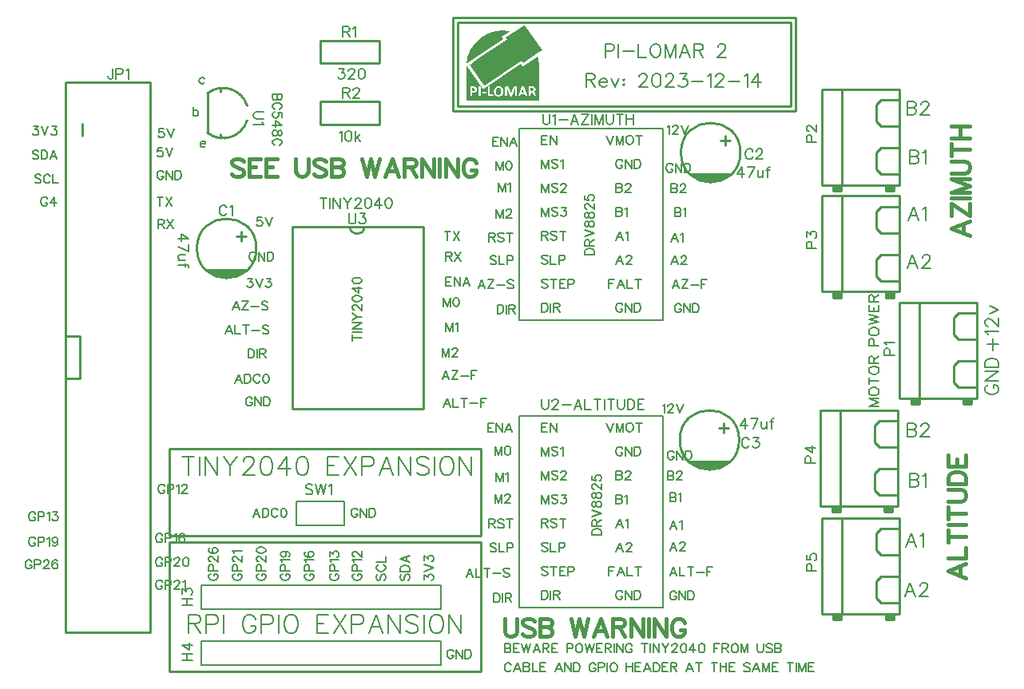
<source format=gto>
G04 Layer: TopSilkscreenLayer*
G04 EasyEDA v6.5.39, 2024-01-03 13:03:29*
G04 bec576337b18403e98965192822aaada,83f36b9c27a349adb8e694642aa6770b,10*
G04 Gerber Generator version 0.2*
G04 Scale: 100 percent, Rotated: No, Reflected: No *
G04 Dimensions in millimeters *
G04 leading zeros omitted , absolute positions ,4 integer and 5 decimal *
%FSLAX45Y45*%
%MOMM*%

%ADD10C,0.2032*%
%ADD11C,0.4000*%
%ADD12C,0.2000*%
%ADD13C,0.1524*%
%ADD14C,0.2540*%
%ADD15C,0.2030*%
%ADD16C,0.1270*%
%ADD17C,0.0165*%

%LPD*%
G36*
X6457543Y-542137D02*
G01*
X6256782Y-674522D01*
X6256782Y-676452D01*
X6272631Y-698703D01*
X6271768Y-699922D01*
X5947765Y-913434D01*
X5939688Y-918971D01*
X5883198Y-956056D01*
X5879084Y-959053D01*
X5879084Y-960729D01*
X6030976Y-1177239D01*
X6032754Y-1177950D01*
X6034836Y-1176223D01*
X6425641Y-918565D01*
X6427216Y-919124D01*
X6443014Y-941527D01*
X6444437Y-941527D01*
X6618224Y-826820D01*
X6644640Y-809701D01*
X6644690Y-807415D01*
X6458610Y-542747D01*
G37*
G36*
X6206794Y-599033D02*
G01*
X6201054Y-600049D01*
X6191656Y-600151D01*
X6183833Y-601319D01*
X6172403Y-602640D01*
X6150102Y-606450D01*
X6131610Y-610666D01*
X6113780Y-615442D01*
X6095339Y-621639D01*
X6078778Y-628040D01*
X6069431Y-632256D01*
X6068771Y-632256D01*
X6047536Y-642366D01*
X6028436Y-653034D01*
X6011875Y-663498D01*
X5997854Y-673303D01*
X5987237Y-681329D01*
X5968593Y-696722D01*
X5945632Y-718972D01*
X5930544Y-736041D01*
X5916218Y-754176D01*
X5908294Y-765251D01*
X5900572Y-776986D01*
X5889548Y-795528D01*
X5879846Y-814679D01*
X5875782Y-823315D01*
X5868162Y-841705D01*
X5864961Y-851103D01*
X5863894Y-853541D01*
X5861405Y-860958D01*
X5856325Y-878230D01*
X5851753Y-898448D01*
X5848604Y-915873D01*
X5847181Y-926998D01*
X5845962Y-934567D01*
X5845962Y-945845D01*
X5846775Y-945845D01*
X5854547Y-940460D01*
X6236360Y-688746D01*
X6235750Y-687070D01*
X6220409Y-664921D01*
X6220815Y-663752D01*
X6306413Y-607263D01*
X6306464Y-606501D01*
X6297218Y-604977D01*
X6292748Y-603961D01*
X6267907Y-600659D01*
X6253276Y-599440D01*
G37*
G36*
X6597802Y-874826D02*
G01*
X6441592Y-977950D01*
X6439916Y-977900D01*
X6425539Y-957275D01*
X6423710Y-954938D01*
X6421678Y-955700D01*
X6032246Y-1212494D01*
X6023356Y-1218590D01*
X6022086Y-1218641D01*
X5845454Y-966927D01*
X5844692Y-967638D01*
X5844692Y-1291945D01*
X5882894Y-1291945D01*
X5882894Y-1196136D01*
X5885383Y-1192174D01*
X5889599Y-1190904D01*
X5926531Y-1191463D01*
X5936335Y-1193952D01*
X5943041Y-1197203D01*
X5950356Y-1204010D01*
X5954064Y-1211580D01*
X5955538Y-1217472D01*
X5955487Y-1227632D01*
X5953709Y-1234440D01*
X5952490Y-1238250D01*
X5949035Y-1244295D01*
X5941415Y-1251407D01*
X5932220Y-1255623D01*
X5922721Y-1257655D01*
X5904890Y-1258366D01*
X5903925Y-1259738D01*
X5903925Y-1291945D01*
X5973368Y-1291945D01*
X5973368Y-1192834D01*
X5974943Y-1191818D01*
X5979414Y-1190345D01*
X5990234Y-1190650D01*
X5994044Y-1192479D01*
X5994249Y-1259840D01*
X6011570Y-1259840D01*
X6011570Y-1248410D01*
X6014923Y-1245819D01*
X6049365Y-1245819D01*
X6052312Y-1248511D01*
X6052312Y-1259636D01*
X6050229Y-1261872D01*
X6013907Y-1261872D01*
X6011570Y-1259840D01*
X5994249Y-1259840D01*
X5994341Y-1290167D01*
X6070142Y-1290167D01*
X6070142Y-1192834D01*
X6071768Y-1191818D01*
X6075578Y-1190345D01*
X6087059Y-1190650D01*
X6090869Y-1192479D01*
X6091285Y-1248003D01*
X6133693Y-1248003D01*
X6134557Y-1234440D01*
X6135725Y-1227023D01*
X6136995Y-1221181D01*
X6141974Y-1210360D01*
X6147206Y-1203553D01*
X6155436Y-1196746D01*
X6164122Y-1192580D01*
X6166662Y-1191615D01*
X6169863Y-1190802D01*
X6178753Y-1189177D01*
X6189573Y-1189075D01*
X6201054Y-1190904D01*
X6206134Y-1191920D01*
X6214770Y-1195933D01*
X6222441Y-1202080D01*
X6226810Y-1207871D01*
X6231534Y-1217726D01*
X6234480Y-1232560D01*
X6234480Y-1249832D01*
X6231483Y-1264056D01*
X6226759Y-1274419D01*
X6222746Y-1280109D01*
X6214668Y-1287627D01*
X6205880Y-1291945D01*
X6253581Y-1291945D01*
X6253581Y-1197660D01*
X6255308Y-1193698D01*
X6257442Y-1191971D01*
X6261557Y-1190955D01*
X6282690Y-1191361D01*
X6286398Y-1193241D01*
X6290411Y-1197356D01*
X6299504Y-1222095D01*
X6300673Y-1224534D01*
X6314744Y-1262278D01*
X6314744Y-1263751D01*
X6316980Y-1263751D01*
X6319062Y-1257858D01*
X6341770Y-1199235D01*
X6345021Y-1194308D01*
X6349136Y-1191615D01*
X6360210Y-1190752D01*
X6373520Y-1191412D01*
X6377482Y-1195222D01*
X6377838Y-1291894D01*
X6391859Y-1291996D01*
X6392672Y-1288135D01*
X6416090Y-1222705D01*
X6419240Y-1213408D01*
X6420408Y-1210970D01*
X6426200Y-1194358D01*
X6428130Y-1191564D01*
X6432245Y-1190396D01*
X6447942Y-1190294D01*
X6453581Y-1191666D01*
X6455867Y-1195527D01*
X6469430Y-1233779D01*
X6489039Y-1288135D01*
X6489841Y-1291945D01*
X6504533Y-1291945D01*
X6504533Y-1195781D01*
X6506464Y-1192174D01*
X6510629Y-1190904D01*
X6551371Y-1191361D01*
X6555181Y-1192631D01*
X6560921Y-1194206D01*
X6567068Y-1197254D01*
X6573418Y-1203198D01*
X6576720Y-1210310D01*
X6578041Y-1220571D01*
X6576618Y-1228648D01*
X6573164Y-1235456D01*
X6566662Y-1241704D01*
X6558686Y-1245362D01*
X6557822Y-1246682D01*
X6560159Y-1248003D01*
X6565087Y-1252169D01*
X6568744Y-1257452D01*
X6572605Y-1265275D01*
X6582105Y-1286916D01*
X6583730Y-1292199D01*
X6581597Y-1294282D01*
X6564020Y-1294282D01*
X6561124Y-1292453D01*
X6550406Y-1266494D01*
X6547205Y-1260195D01*
X6543446Y-1255166D01*
X6537807Y-1251966D01*
X6525869Y-1252321D01*
X6525564Y-1291945D01*
X6522923Y-1294231D01*
X6507124Y-1294180D01*
X6504533Y-1291945D01*
X6489852Y-1291996D01*
X6488125Y-1294282D01*
X6471767Y-1294282D01*
X6468414Y-1293368D01*
X6466687Y-1289354D01*
X6460286Y-1270863D01*
X6419443Y-1270508D01*
X6415227Y-1283157D01*
X6414211Y-1285646D01*
X6412534Y-1291590D01*
X6409639Y-1294231D01*
X6393637Y-1294282D01*
X6391859Y-1291996D01*
X6377724Y-1291996D01*
X6375146Y-1294282D01*
X6360922Y-1294231D01*
X6358077Y-1292707D01*
X6358077Y-1208176D01*
X6357010Y-1208176D01*
X6354318Y-1214069D01*
X6348577Y-1230122D01*
X6344564Y-1240586D01*
X6342278Y-1247394D01*
X6340297Y-1252321D01*
X6326073Y-1291234D01*
X6323584Y-1293876D01*
X6316573Y-1294688D01*
X6307074Y-1293825D01*
X6304584Y-1291844D01*
X6275019Y-1208176D01*
X6274003Y-1208176D01*
X6274003Y-1291539D01*
X6271615Y-1293825D01*
X6263182Y-1294688D01*
X6255816Y-1293825D01*
X6253581Y-1291945D01*
X6205880Y-1291945D01*
X6194044Y-1295349D01*
X6171692Y-1295400D01*
X6161582Y-1292656D01*
X6152946Y-1288491D01*
X6147104Y-1283868D01*
X6141466Y-1276705D01*
X6136944Y-1266698D01*
X6133693Y-1248003D01*
X6091285Y-1248003D01*
X6091529Y-1277010D01*
X6091834Y-1277315D01*
X6125311Y-1277315D01*
X6127496Y-1278839D01*
X6128766Y-1285697D01*
X6127496Y-1292301D01*
X6126073Y-1293977D01*
X6073851Y-1293977D01*
X6070142Y-1290167D01*
X5994341Y-1290167D01*
X5994349Y-1292707D01*
X5991504Y-1294231D01*
X5975908Y-1294180D01*
X5973368Y-1291945D01*
X5903925Y-1291945D01*
X5901283Y-1294231D01*
X5885484Y-1294180D01*
X5882894Y-1291945D01*
X5844692Y-1291945D01*
X5844692Y-1342136D01*
X6611569Y-1342136D01*
X6611061Y-942441D01*
X6608419Y-920851D01*
X6607098Y-911555D01*
X6603949Y-894892D01*
X6599681Y-876300D01*
X6598767Y-874826D01*
G37*
G36*
X6183833Y-1205941D02*
G01*
X6176213Y-1206652D01*
X6169050Y-1209903D01*
X6163716Y-1214526D01*
X6159550Y-1221435D01*
X6156553Y-1231950D01*
X6156502Y-1253540D01*
X6158179Y-1260348D01*
X6159449Y-1264056D01*
X6162090Y-1269339D01*
X6167932Y-1275181D01*
X6173724Y-1277823D01*
X6181648Y-1279347D01*
X6190234Y-1278686D01*
X6197244Y-1276451D01*
X6202984Y-1272489D01*
X6207506Y-1266494D01*
X6209741Y-1261821D01*
X6211417Y-1255420D01*
X6212789Y-1242974D01*
X6211519Y-1228242D01*
X6210300Y-1225397D01*
X6210300Y-1223264D01*
X6206032Y-1214678D01*
X6200546Y-1209852D01*
X6192774Y-1206500D01*
G37*
G36*
X5904585Y-1206347D02*
G01*
X5903874Y-1209090D01*
X5904230Y-1241806D01*
X5921451Y-1241806D01*
X5926124Y-1239570D01*
X5930696Y-1235252D01*
X5932373Y-1231341D01*
X5933897Y-1223619D01*
X5932373Y-1216050D01*
X5928461Y-1210360D01*
X5923229Y-1207566D01*
X5914440Y-1206347D01*
G37*
G36*
X6526326Y-1206347D02*
G01*
X6525564Y-1208278D01*
X6525564Y-1235049D01*
X6526733Y-1236776D01*
X6543700Y-1236014D01*
X6548678Y-1234033D01*
X6552438Y-1231341D01*
X6555638Y-1226007D01*
X6555638Y-1216456D01*
X6552844Y-1211580D01*
X6551726Y-1210259D01*
X6546291Y-1207719D01*
X6541007Y-1206347D01*
G37*
G36*
X6438950Y-1211173D02*
G01*
X6424320Y-1253794D01*
X6424320Y-1254506D01*
X6454851Y-1254506D01*
X6454851Y-1253540D01*
X6440474Y-1211630D01*
G37*
D10*
X11376152Y-4355338D02*
G01*
X11362690Y-4362195D01*
X11348974Y-4375911D01*
X11342115Y-4389627D01*
X11342115Y-4416806D01*
X11348974Y-4430522D01*
X11362690Y-4443984D01*
X11376152Y-4450841D01*
X11396725Y-4457700D01*
X11430761Y-4457700D01*
X11451336Y-4450841D01*
X11464797Y-4443984D01*
X11478513Y-4430522D01*
X11485372Y-4416806D01*
X11485372Y-4389627D01*
X11478513Y-4375911D01*
X11464797Y-4362195D01*
X11451336Y-4355338D01*
X11430761Y-4355338D01*
X11430761Y-4389627D02*
G01*
X11430761Y-4355338D01*
X11342115Y-4310379D02*
G01*
X11485372Y-4310379D01*
X11342115Y-4310379D02*
G01*
X11485372Y-4214875D01*
X11342115Y-4214875D02*
G01*
X11485372Y-4214875D01*
X11342115Y-4169918D02*
G01*
X11485372Y-4169918D01*
X11342115Y-4169918D02*
G01*
X11342115Y-4122165D01*
X11348974Y-4101845D01*
X11362690Y-4088129D01*
X11376152Y-4081271D01*
X11396725Y-4074413D01*
X11430761Y-4074413D01*
X11451336Y-4081271D01*
X11464797Y-4088129D01*
X11478513Y-4101845D01*
X11485372Y-4122165D01*
X11485372Y-4169918D01*
X11362690Y-3926331D02*
G01*
X11485372Y-3926331D01*
X11423904Y-3987800D02*
G01*
X11423904Y-3865118D01*
X11369293Y-3820160D02*
G01*
X11362690Y-3806444D01*
X11342115Y-3785870D01*
X11485372Y-3785870D01*
X11376152Y-3734054D02*
G01*
X11369293Y-3734054D01*
X11355831Y-3727450D01*
X11348974Y-3720592D01*
X11342115Y-3706876D01*
X11342115Y-3679697D01*
X11348974Y-3665981D01*
X11355831Y-3659123D01*
X11369293Y-3652265D01*
X11383009Y-3652265D01*
X11396725Y-3659123D01*
X11417045Y-3672839D01*
X11485372Y-3740912D01*
X11485372Y-3645407D01*
X11389868Y-3600450D02*
G01*
X11485372Y-3559555D01*
X11389868Y-3518662D02*
G01*
X11485372Y-3559555D01*
X7315200Y-737615D02*
G01*
X7315200Y-880871D01*
X7315200Y-737615D02*
G01*
X7376668Y-737615D01*
X7396988Y-744473D01*
X7403845Y-751331D01*
X7410704Y-764794D01*
X7410704Y-785368D01*
X7403845Y-799084D01*
X7396988Y-805942D01*
X7376668Y-812545D01*
X7315200Y-812545D01*
X7455661Y-737615D02*
G01*
X7455661Y-880871D01*
X7500620Y-819404D02*
G01*
X7623302Y-819404D01*
X7668259Y-737615D02*
G01*
X7668259Y-880871D01*
X7668259Y-880871D02*
G01*
X7750302Y-880871D01*
X7836154Y-737615D02*
G01*
X7822438Y-744473D01*
X7808722Y-758189D01*
X7802118Y-771652D01*
X7795259Y-792226D01*
X7795259Y-826262D01*
X7802118Y-846836D01*
X7808722Y-860297D01*
X7822438Y-874013D01*
X7836154Y-880871D01*
X7863331Y-880871D01*
X7877047Y-874013D01*
X7890763Y-860297D01*
X7897368Y-846836D01*
X7904225Y-826262D01*
X7904225Y-792226D01*
X7897368Y-771652D01*
X7890763Y-758189D01*
X7877047Y-744473D01*
X7863331Y-737615D01*
X7836154Y-737615D01*
X7949184Y-737615D02*
G01*
X7949184Y-880871D01*
X7949184Y-737615D02*
G01*
X8003793Y-880871D01*
X8058404Y-737615D02*
G01*
X8003793Y-880871D01*
X8058404Y-737615D02*
G01*
X8058404Y-880871D01*
X8157972Y-737615D02*
G01*
X8103361Y-880871D01*
X8157972Y-737615D02*
G01*
X8212581Y-880871D01*
X8123936Y-833120D02*
G01*
X8192008Y-833120D01*
X8257540Y-737615D02*
G01*
X8257540Y-880871D01*
X8257540Y-737615D02*
G01*
X8318754Y-737615D01*
X8339327Y-744473D01*
X8346186Y-751331D01*
X8353043Y-764794D01*
X8353043Y-778510D01*
X8346186Y-792226D01*
X8339327Y-799084D01*
X8318754Y-805942D01*
X8257540Y-805942D01*
X8305291Y-805942D02*
G01*
X8353043Y-880871D01*
X8509761Y-771652D02*
G01*
X8509761Y-764794D01*
X8516620Y-751331D01*
X8523477Y-744473D01*
X8536940Y-737615D01*
X8564372Y-737615D01*
X8577834Y-744473D01*
X8584691Y-751331D01*
X8591550Y-764794D01*
X8591550Y-778510D01*
X8584691Y-792226D01*
X8571229Y-812545D01*
X8502904Y-880871D01*
X8598408Y-880871D01*
X7112000Y-1055115D02*
G01*
X7112000Y-1198371D01*
X7112000Y-1055115D02*
G01*
X7173468Y-1055115D01*
X7193788Y-1061973D01*
X7200645Y-1068831D01*
X7207504Y-1082294D01*
X7207504Y-1096010D01*
X7200645Y-1109726D01*
X7193788Y-1116584D01*
X7173468Y-1123442D01*
X7112000Y-1123442D01*
X7159752Y-1123442D02*
G01*
X7207504Y-1198371D01*
X7252461Y-1143762D02*
G01*
X7334250Y-1143762D01*
X7334250Y-1130045D01*
X7327391Y-1116584D01*
X7320534Y-1109726D01*
X7307072Y-1102868D01*
X7286497Y-1102868D01*
X7272781Y-1109726D01*
X7259320Y-1123442D01*
X7252461Y-1143762D01*
X7252461Y-1157478D01*
X7259320Y-1177797D01*
X7272781Y-1191513D01*
X7286497Y-1198371D01*
X7307072Y-1198371D01*
X7320534Y-1191513D01*
X7334250Y-1177797D01*
X7379208Y-1102868D02*
G01*
X7420102Y-1198371D01*
X7460995Y-1102868D02*
G01*
X7420102Y-1198371D01*
X7512811Y-1116584D02*
G01*
X7506208Y-1123442D01*
X7512811Y-1130045D01*
X7519670Y-1123442D01*
X7512811Y-1116584D01*
X7512811Y-1164336D02*
G01*
X7506208Y-1170939D01*
X7512811Y-1177797D01*
X7519670Y-1170939D01*
X7512811Y-1164336D01*
X7676641Y-1089152D02*
G01*
X7676641Y-1082294D01*
X7683245Y-1068831D01*
X7690104Y-1061973D01*
X7703820Y-1055115D01*
X7730997Y-1055115D01*
X7744713Y-1061973D01*
X7751572Y-1068831D01*
X7758429Y-1082294D01*
X7758429Y-1096010D01*
X7751572Y-1109726D01*
X7737856Y-1130045D01*
X7669784Y-1198371D01*
X7765288Y-1198371D01*
X7851140Y-1055115D02*
G01*
X7830565Y-1061973D01*
X7817104Y-1082294D01*
X7810245Y-1116584D01*
X7810245Y-1136904D01*
X7817104Y-1170939D01*
X7830565Y-1191513D01*
X7851140Y-1198371D01*
X7864602Y-1198371D01*
X7885175Y-1191513D01*
X7898891Y-1170939D01*
X7905750Y-1136904D01*
X7905750Y-1116584D01*
X7898891Y-1082294D01*
X7885175Y-1061973D01*
X7864602Y-1055115D01*
X7851140Y-1055115D01*
X7957565Y-1089152D02*
G01*
X7957565Y-1082294D01*
X7964170Y-1068831D01*
X7971027Y-1061973D01*
X7984743Y-1055115D01*
X8011922Y-1055115D01*
X8025638Y-1061973D01*
X8032495Y-1068831D01*
X8039354Y-1082294D01*
X8039354Y-1096010D01*
X8032495Y-1109726D01*
X8018779Y-1130045D01*
X7950708Y-1198371D01*
X8046211Y-1198371D01*
X8104631Y-1055115D02*
G01*
X8179815Y-1055115D01*
X8138922Y-1109726D01*
X8159241Y-1109726D01*
X8172958Y-1116584D01*
X8179815Y-1123442D01*
X8186420Y-1143762D01*
X8186420Y-1157478D01*
X8179815Y-1177797D01*
X8166100Y-1191513D01*
X8145525Y-1198371D01*
X8125206Y-1198371D01*
X8104631Y-1191513D01*
X8098027Y-1184655D01*
X8091170Y-1170939D01*
X8231631Y-1136904D02*
G01*
X8354313Y-1136904D01*
X8399272Y-1082294D02*
G01*
X8412988Y-1075689D01*
X8433308Y-1055115D01*
X8433308Y-1198371D01*
X8485124Y-1089152D02*
G01*
X8485124Y-1082294D01*
X8491981Y-1068831D01*
X8498840Y-1061973D01*
X8512556Y-1055115D01*
X8539734Y-1055115D01*
X8553450Y-1061973D01*
X8560054Y-1068831D01*
X8566911Y-1082294D01*
X8566911Y-1096010D01*
X8560054Y-1109726D01*
X8546591Y-1130045D01*
X8478265Y-1198371D01*
X8573770Y-1198371D01*
X8618727Y-1136904D02*
G01*
X8741663Y-1136904D01*
X8786622Y-1082294D02*
G01*
X8800084Y-1075689D01*
X8820658Y-1055115D01*
X8820658Y-1198371D01*
X8933688Y-1055115D02*
G01*
X8865615Y-1150620D01*
X8967977Y-1150620D01*
X8933688Y-1055115D02*
G01*
X8933688Y-1198371D01*
X3064509Y-1113028D02*
G01*
X3055365Y-1103884D01*
X3046222Y-1099312D01*
X3032506Y-1099312D01*
X3023615Y-1103884D01*
X3014472Y-1113028D01*
X3009900Y-1126489D01*
X3009900Y-1135634D01*
X3014472Y-1149350D01*
X3023615Y-1158494D01*
X3032506Y-1163065D01*
X3046222Y-1163065D01*
X3055365Y-1158494D01*
X3064509Y-1149350D01*
X2946400Y-1410462D02*
G01*
X2946400Y-1505965D01*
X2946400Y-1455928D02*
G01*
X2955543Y-1446784D01*
X2964688Y-1442212D01*
X2978150Y-1442212D01*
X2987293Y-1446784D01*
X2996438Y-1455928D01*
X3001009Y-1469389D01*
X3001009Y-1478534D01*
X2996438Y-1492250D01*
X2987293Y-1501394D01*
X2978150Y-1505965D01*
X2964688Y-1505965D01*
X2955543Y-1501394D01*
X2946400Y-1492250D01*
X3022600Y-1799589D02*
G01*
X3077209Y-1799589D01*
X3077209Y-1790700D01*
X3072638Y-1781555D01*
X3068065Y-1776984D01*
X3058922Y-1772412D01*
X3045206Y-1772412D01*
X3036315Y-1776984D01*
X3027172Y-1786128D01*
X3022600Y-1799589D01*
X3022600Y-1808734D01*
X3027172Y-1822450D01*
X3036315Y-1831594D01*
X3045206Y-1836165D01*
X3058922Y-1836165D01*
X3068065Y-1831594D01*
X3077209Y-1822450D01*
X3885438Y-1270000D02*
G01*
X3789934Y-1270000D01*
X3885438Y-1270000D02*
G01*
X3885438Y-1310894D01*
X3880865Y-1324610D01*
X3876293Y-1329181D01*
X3867404Y-1333754D01*
X3858259Y-1333754D01*
X3849115Y-1329181D01*
X3844543Y-1324610D01*
X3839972Y-1310894D01*
X3839972Y-1270000D02*
G01*
X3839972Y-1310894D01*
X3835400Y-1324610D01*
X3831081Y-1329181D01*
X3821938Y-1333754D01*
X3808222Y-1333754D01*
X3799077Y-1329181D01*
X3794506Y-1324610D01*
X3789934Y-1310894D01*
X3789934Y-1270000D01*
X3862831Y-1431797D02*
G01*
X3871975Y-1427226D01*
X3880865Y-1418081D01*
X3885438Y-1409192D01*
X3885438Y-1390904D01*
X3880865Y-1381760D01*
X3871975Y-1372615D01*
X3862831Y-1368297D01*
X3849115Y-1363726D01*
X3826509Y-1363726D01*
X3812793Y-1368297D01*
X3803650Y-1372615D01*
X3794506Y-1381760D01*
X3789934Y-1390904D01*
X3789934Y-1409192D01*
X3794506Y-1418081D01*
X3803650Y-1427226D01*
X3812793Y-1431797D01*
X3885438Y-1516379D02*
G01*
X3885438Y-1470913D01*
X3844543Y-1466342D01*
X3849115Y-1470913D01*
X3853688Y-1484629D01*
X3853688Y-1498092D01*
X3849115Y-1511807D01*
X3839972Y-1520952D01*
X3826509Y-1525523D01*
X3817365Y-1525523D01*
X3803650Y-1520952D01*
X3794506Y-1511807D01*
X3789934Y-1498092D01*
X3789934Y-1484629D01*
X3794506Y-1470913D01*
X3799077Y-1466342D01*
X3808222Y-1461770D01*
X3885438Y-1600962D02*
G01*
X3821938Y-1555495D01*
X3821938Y-1623568D01*
X3885438Y-1600962D02*
G01*
X3789934Y-1600962D01*
X3885438Y-1676400D02*
G01*
X3880865Y-1662684D01*
X3871975Y-1658112D01*
X3862831Y-1658112D01*
X3853688Y-1662684D01*
X3849115Y-1671828D01*
X3844543Y-1690115D01*
X3839972Y-1703578D01*
X3831081Y-1712721D01*
X3821938Y-1717294D01*
X3808222Y-1717294D01*
X3799077Y-1712721D01*
X3794506Y-1708150D01*
X3789934Y-1694434D01*
X3789934Y-1676400D01*
X3794506Y-1662684D01*
X3799077Y-1658112D01*
X3808222Y-1653539D01*
X3821938Y-1653539D01*
X3831081Y-1658112D01*
X3839972Y-1667255D01*
X3844543Y-1680971D01*
X3849115Y-1699005D01*
X3853688Y-1708150D01*
X3862831Y-1712721D01*
X3871975Y-1712721D01*
X3880865Y-1708150D01*
X3885438Y-1694434D01*
X3885438Y-1676400D01*
X3862831Y-1815337D02*
G01*
X3871975Y-1811020D01*
X3880865Y-1801876D01*
X3885438Y-1792731D01*
X3885438Y-1774444D01*
X3880865Y-1765554D01*
X3871975Y-1756410D01*
X3862831Y-1751837D01*
X3849115Y-1747265D01*
X3826509Y-1747265D01*
X3812793Y-1751837D01*
X3803650Y-1756410D01*
X3794506Y-1765554D01*
X3789934Y-1774444D01*
X3789934Y-1792731D01*
X3794506Y-1801876D01*
X3803650Y-1811020D01*
X3812793Y-1815337D01*
X10515600Y-1347215D02*
G01*
X10515600Y-1490471D01*
X10515600Y-1347215D02*
G01*
X10577068Y-1347215D01*
X10597388Y-1354073D01*
X10604245Y-1360931D01*
X10611104Y-1374394D01*
X10611104Y-1388110D01*
X10604245Y-1401826D01*
X10597388Y-1408684D01*
X10577068Y-1415542D01*
X10515600Y-1415542D02*
G01*
X10577068Y-1415542D01*
X10597388Y-1422145D01*
X10604245Y-1429004D01*
X10611104Y-1442720D01*
X10611104Y-1463039D01*
X10604245Y-1476755D01*
X10597388Y-1483613D01*
X10577068Y-1490471D01*
X10515600Y-1490471D01*
X10662920Y-1381252D02*
G01*
X10662920Y-1374394D01*
X10669777Y-1360931D01*
X10676381Y-1354073D01*
X10690097Y-1347215D01*
X10717529Y-1347215D01*
X10730991Y-1354073D01*
X10737850Y-1360931D01*
X10744708Y-1374394D01*
X10744708Y-1388110D01*
X10737850Y-1401826D01*
X10724134Y-1422145D01*
X10656061Y-1490471D01*
X10751565Y-1490471D01*
X10541000Y-1867915D02*
G01*
X10541000Y-2011171D01*
X10541000Y-1867915D02*
G01*
X10602468Y-1867915D01*
X10622788Y-1874773D01*
X10629645Y-1881631D01*
X10636504Y-1895094D01*
X10636504Y-1908810D01*
X10629645Y-1922526D01*
X10622788Y-1929384D01*
X10602468Y-1936242D01*
X10541000Y-1936242D02*
G01*
X10602468Y-1936242D01*
X10622788Y-1942845D01*
X10629645Y-1949704D01*
X10636504Y-1963420D01*
X10636504Y-1983739D01*
X10629645Y-1997455D01*
X10622788Y-2004313D01*
X10602468Y-2011171D01*
X10541000Y-2011171D01*
X10681461Y-1895094D02*
G01*
X10695177Y-1888489D01*
X10715497Y-1867915D01*
X10715497Y-2011171D01*
X10570209Y-2972815D02*
G01*
X10515600Y-3116071D01*
X10570209Y-2972815D02*
G01*
X10624565Y-3116071D01*
X10536174Y-3068320D02*
G01*
X10604245Y-3068320D01*
X10676381Y-3006852D02*
G01*
X10676381Y-2999994D01*
X10683240Y-2986531D01*
X10690097Y-2979673D01*
X10703813Y-2972815D01*
X10730991Y-2972815D01*
X10744708Y-2979673D01*
X10751565Y-2986531D01*
X10758424Y-2999994D01*
X10758424Y-3013710D01*
X10751565Y-3027426D01*
X10737850Y-3047745D01*
X10669777Y-3116071D01*
X10765027Y-3116071D01*
X10582909Y-2464815D02*
G01*
X10528300Y-2608071D01*
X10582909Y-2464815D02*
G01*
X10637265Y-2608071D01*
X10548874Y-2560320D02*
G01*
X10616945Y-2560320D01*
X10682477Y-2491994D02*
G01*
X10695940Y-2485389D01*
X10716513Y-2464815D01*
X10716513Y-2608071D01*
X10557509Y-5931915D02*
G01*
X10502900Y-6075172D01*
X10557509Y-5931915D02*
G01*
X10611865Y-6075172D01*
X10523474Y-6027420D02*
G01*
X10591545Y-6027420D01*
X10657077Y-5959093D02*
G01*
X10670540Y-5952490D01*
X10691113Y-5931915D01*
X10691113Y-6075172D01*
X10544809Y-6452615D02*
G01*
X10490200Y-6595872D01*
X10544809Y-6452615D02*
G01*
X10599165Y-6595872D01*
X10510774Y-6548120D02*
G01*
X10578845Y-6548120D01*
X10650981Y-6486652D02*
G01*
X10650981Y-6479793D01*
X10657840Y-6466331D01*
X10664697Y-6459474D01*
X10678413Y-6452615D01*
X10705591Y-6452615D01*
X10719308Y-6459474D01*
X10726165Y-6466331D01*
X10733024Y-6479793D01*
X10733024Y-6493509D01*
X10726165Y-6507225D01*
X10712450Y-6527545D01*
X10644377Y-6595872D01*
X10739627Y-6595872D01*
X10541000Y-5296915D02*
G01*
X10541000Y-5440172D01*
X10541000Y-5296915D02*
G01*
X10602468Y-5296915D01*
X10622788Y-5303774D01*
X10629645Y-5310631D01*
X10636504Y-5324093D01*
X10636504Y-5337809D01*
X10629645Y-5351525D01*
X10622788Y-5358384D01*
X10602468Y-5365241D01*
X10541000Y-5365241D02*
G01*
X10602468Y-5365241D01*
X10622788Y-5371845D01*
X10629645Y-5378704D01*
X10636504Y-5392420D01*
X10636504Y-5412740D01*
X10629645Y-5426456D01*
X10622788Y-5433313D01*
X10602468Y-5440172D01*
X10541000Y-5440172D01*
X10681461Y-5324093D02*
G01*
X10695177Y-5317490D01*
X10715497Y-5296915D01*
X10715497Y-5440172D01*
X10515600Y-4763515D02*
G01*
X10515600Y-4906772D01*
X10515600Y-4763515D02*
G01*
X10577068Y-4763515D01*
X10597388Y-4770374D01*
X10604245Y-4777231D01*
X10611104Y-4790693D01*
X10611104Y-4804409D01*
X10604245Y-4818125D01*
X10597388Y-4824984D01*
X10577068Y-4831841D01*
X10515600Y-4831841D02*
G01*
X10577068Y-4831841D01*
X10597388Y-4838445D01*
X10604245Y-4845304D01*
X10611104Y-4859020D01*
X10611104Y-4879340D01*
X10604245Y-4893056D01*
X10597388Y-4899913D01*
X10577068Y-4906772D01*
X10515600Y-4906772D01*
X10662920Y-4797552D02*
G01*
X10662920Y-4790693D01*
X10669777Y-4777231D01*
X10676381Y-4770374D01*
X10690097Y-4763515D01*
X10717529Y-4763515D01*
X10730991Y-4770374D01*
X10737850Y-4777231D01*
X10744708Y-4790693D01*
X10744708Y-4804409D01*
X10737850Y-4818125D01*
X10724134Y-4838445D01*
X10656061Y-4906772D01*
X10751565Y-4906772D01*
X8050022Y-2743962D02*
G01*
X8013700Y-2839465D01*
X8050022Y-2743962D02*
G01*
X8086343Y-2839465D01*
X8027415Y-2807462D02*
G01*
X8072881Y-2807462D01*
X8116315Y-2761995D02*
G01*
X8125459Y-2757423D01*
X8139175Y-2743962D01*
X8139175Y-2839465D01*
X8050022Y-2985262D02*
G01*
X8013700Y-3080765D01*
X8050022Y-2985262D02*
G01*
X8086343Y-3080765D01*
X8027415Y-3048762D02*
G01*
X8072881Y-3048762D01*
X8120888Y-3007868D02*
G01*
X8120888Y-3003295D01*
X8125459Y-2994405D01*
X8130031Y-2989834D01*
X8139175Y-2985262D01*
X8157209Y-2985262D01*
X8166354Y-2989834D01*
X8170925Y-2994405D01*
X8175497Y-3003295D01*
X8175497Y-3012439D01*
X8170925Y-3021584D01*
X8161781Y-3035300D01*
X8116315Y-3080765D01*
X8180070Y-3080765D01*
X8051800Y-2477262D02*
G01*
X8051800Y-2572765D01*
X8051800Y-2477262D02*
G01*
X8092693Y-2477262D01*
X8106409Y-2481834D01*
X8110981Y-2486405D01*
X8115554Y-2495295D01*
X8115554Y-2504439D01*
X8110981Y-2513584D01*
X8106409Y-2518155D01*
X8092693Y-2522728D01*
X8051800Y-2522728D02*
G01*
X8092693Y-2522728D01*
X8106409Y-2527300D01*
X8110981Y-2531618D01*
X8115554Y-2540762D01*
X8115554Y-2554478D01*
X8110981Y-2563621D01*
X8106409Y-2568194D01*
X8092693Y-2572765D01*
X8051800Y-2572765D01*
X8145525Y-2495295D02*
G01*
X8154415Y-2490723D01*
X8168131Y-2477262D01*
X8168131Y-2572765D01*
X8013700Y-2223262D02*
G01*
X8013700Y-2318765D01*
X8013700Y-2223262D02*
G01*
X8054593Y-2223262D01*
X8068309Y-2227834D01*
X8072881Y-2232405D01*
X8077454Y-2241295D01*
X8077454Y-2250439D01*
X8072881Y-2259584D01*
X8068309Y-2264155D01*
X8054593Y-2268728D01*
X8013700Y-2268728D02*
G01*
X8054593Y-2268728D01*
X8068309Y-2273300D01*
X8072881Y-2277618D01*
X8077454Y-2286762D01*
X8077454Y-2300478D01*
X8072881Y-2309621D01*
X8068309Y-2314194D01*
X8054593Y-2318765D01*
X8013700Y-2318765D01*
X8111997Y-2245868D02*
G01*
X8111997Y-2241295D01*
X8116315Y-2232405D01*
X8120888Y-2227834D01*
X8130031Y-2223262D01*
X8148320Y-2223262D01*
X8157209Y-2227834D01*
X8161781Y-2232405D01*
X8166354Y-2241295D01*
X8166354Y-2250439D01*
X8161781Y-2259584D01*
X8152891Y-2273300D01*
X8107425Y-2318765D01*
X8170925Y-2318765D01*
X8062722Y-3239262D02*
G01*
X8026400Y-3334765D01*
X8062722Y-3239262D02*
G01*
X8099043Y-3334765D01*
X8040115Y-3302762D02*
G01*
X8085581Y-3302762D01*
X8192770Y-3239262D02*
G01*
X8129015Y-3334765D01*
X8129015Y-3239262D02*
G01*
X8192770Y-3239262D01*
X8129015Y-3334765D02*
G01*
X8192770Y-3334765D01*
X8222741Y-3293618D02*
G01*
X8304529Y-3293618D01*
X8334502Y-3239262D02*
G01*
X8334502Y-3334765D01*
X8334502Y-3239262D02*
G01*
X8393684Y-3239262D01*
X8334502Y-3284728D02*
G01*
X8370824Y-3284728D01*
X8037322Y-6287261D02*
G01*
X8001000Y-6382765D01*
X8037322Y-6287261D02*
G01*
X8073643Y-6382765D01*
X8014715Y-6350761D02*
G01*
X8060181Y-6350761D01*
X8103615Y-6287261D02*
G01*
X8103615Y-6382765D01*
X8103615Y-6382765D02*
G01*
X8158225Y-6382765D01*
X8220202Y-6287261D02*
G01*
X8220202Y-6382765D01*
X8188197Y-6287261D02*
G01*
X8251952Y-6287261D01*
X8281924Y-6341618D02*
G01*
X8363711Y-6341618D01*
X8393684Y-6287261D02*
G01*
X8393684Y-6382765D01*
X8393684Y-6287261D02*
G01*
X8452865Y-6287261D01*
X8393684Y-6332727D02*
G01*
X8430006Y-6332727D01*
X7975600Y-5271261D02*
G01*
X7975600Y-5366765D01*
X7975600Y-5271261D02*
G01*
X8016493Y-5271261D01*
X8030209Y-5275834D01*
X8034781Y-5280406D01*
X8039354Y-5289295D01*
X8039354Y-5298440D01*
X8034781Y-5307584D01*
X8030209Y-5312156D01*
X8016493Y-5316727D01*
X7975600Y-5316727D02*
G01*
X8016493Y-5316727D01*
X8030209Y-5321300D01*
X8034781Y-5325618D01*
X8039354Y-5334761D01*
X8039354Y-5348477D01*
X8034781Y-5357622D01*
X8030209Y-5362193D01*
X8016493Y-5366765D01*
X7975600Y-5366765D01*
X8073897Y-5293868D02*
G01*
X8073897Y-5289295D01*
X8078215Y-5280406D01*
X8082788Y-5275834D01*
X8091931Y-5271261D01*
X8110220Y-5271261D01*
X8119109Y-5275834D01*
X8123681Y-5280406D01*
X8128254Y-5289295D01*
X8128254Y-5298440D01*
X8123681Y-5307584D01*
X8114791Y-5321300D01*
X8069325Y-5366765D01*
X8132825Y-5366765D01*
X8001000Y-5499861D02*
G01*
X8001000Y-5595365D01*
X8001000Y-5499861D02*
G01*
X8041893Y-5499861D01*
X8055609Y-5504434D01*
X8060181Y-5509006D01*
X8064754Y-5517895D01*
X8064754Y-5527040D01*
X8060181Y-5536184D01*
X8055609Y-5540756D01*
X8041893Y-5545327D01*
X8001000Y-5545327D02*
G01*
X8041893Y-5545327D01*
X8055609Y-5549900D01*
X8060181Y-5554218D01*
X8064754Y-5563361D01*
X8064754Y-5577077D01*
X8060181Y-5586222D01*
X8055609Y-5590793D01*
X8041893Y-5595365D01*
X8001000Y-5595365D01*
X8094725Y-5517895D02*
G01*
X8103615Y-5513324D01*
X8117331Y-5499861D01*
X8117331Y-5595365D01*
X8037322Y-5791961D02*
G01*
X8001000Y-5887465D01*
X8037322Y-5791961D02*
G01*
X8073643Y-5887465D01*
X8014715Y-5855461D02*
G01*
X8060181Y-5855461D01*
X8103615Y-5809995D02*
G01*
X8112759Y-5805424D01*
X8126475Y-5791961D01*
X8126475Y-5887465D01*
X8037322Y-6020561D02*
G01*
X8001000Y-6116065D01*
X8037322Y-6020561D02*
G01*
X8073643Y-6116065D01*
X8014715Y-6084061D02*
G01*
X8060181Y-6084061D01*
X8108188Y-6043168D02*
G01*
X8108188Y-6038595D01*
X8112759Y-6029706D01*
X8117331Y-6025134D01*
X8126475Y-6020561D01*
X8144509Y-6020561D01*
X8153654Y-6025134D01*
X8158225Y-6029706D01*
X8162797Y-6038595D01*
X8162797Y-6047740D01*
X8158225Y-6056884D01*
X8149081Y-6070600D01*
X8103615Y-6116065D01*
X8167370Y-6116065D01*
X7924800Y-4578095D02*
G01*
X7933943Y-4573524D01*
X7947406Y-4560061D01*
X7947406Y-4655565D01*
X7981950Y-4582668D02*
G01*
X7981950Y-4578095D01*
X7986522Y-4569206D01*
X7991093Y-4564634D01*
X8000238Y-4560061D01*
X8018525Y-4560061D01*
X8027415Y-4564634D01*
X8031988Y-4569206D01*
X8036559Y-4578095D01*
X8036559Y-4587240D01*
X8031988Y-4596384D01*
X8023097Y-4610100D01*
X7977631Y-4655565D01*
X8041131Y-4655565D01*
X8071104Y-4560061D02*
G01*
X8107425Y-4655565D01*
X8144002Y-4560061D02*
G01*
X8107425Y-4655565D01*
X7975600Y-1618995D02*
G01*
X7984743Y-1614423D01*
X7998206Y-1600962D01*
X7998206Y-1696465D01*
X8032750Y-1623568D02*
G01*
X8032750Y-1618995D01*
X8037322Y-1610105D01*
X8041893Y-1605534D01*
X8051038Y-1600962D01*
X8069325Y-1600962D01*
X8078215Y-1605534D01*
X8082788Y-1610105D01*
X8087359Y-1618995D01*
X8087359Y-1628139D01*
X8082788Y-1637284D01*
X8073897Y-1651000D01*
X8028431Y-1696465D01*
X8091931Y-1696465D01*
X8121904Y-1600962D02*
G01*
X8158225Y-1696465D01*
X8194802Y-1600962D02*
G01*
X8158225Y-1696465D01*
X8030972Y-2029968D02*
G01*
X8026654Y-2020823D01*
X8017509Y-2011934D01*
X8008365Y-2007362D01*
X7990077Y-2007362D01*
X7981188Y-2011934D01*
X7972043Y-2020823D01*
X7967472Y-2029968D01*
X7962900Y-2043684D01*
X7962900Y-2066289D01*
X7967472Y-2080005D01*
X7972043Y-2089150D01*
X7981188Y-2098294D01*
X7990077Y-2102865D01*
X8008365Y-2102865D01*
X8017509Y-2098294D01*
X8026654Y-2089150D01*
X8030972Y-2080005D01*
X8030972Y-2066289D01*
X8008365Y-2066289D02*
G01*
X8030972Y-2066289D01*
X8061197Y-2007362D02*
G01*
X8061197Y-2102865D01*
X8061197Y-2007362D02*
G01*
X8124697Y-2102865D01*
X8124697Y-2007362D02*
G01*
X8124697Y-2102865D01*
X8154670Y-2007362D02*
G01*
X8154670Y-2102865D01*
X8154670Y-2007362D02*
G01*
X8186420Y-2007362D01*
X8200136Y-2011934D01*
X8209279Y-2020823D01*
X8213852Y-2029968D01*
X8218424Y-2043684D01*
X8218424Y-2066289D01*
X8213852Y-2080005D01*
X8209279Y-2089150D01*
X8200136Y-2098294D01*
X8186420Y-2102865D01*
X8154670Y-2102865D01*
X8119872Y-3515868D02*
G01*
X8115554Y-3506723D01*
X8106409Y-3497834D01*
X8097265Y-3493262D01*
X8078977Y-3493262D01*
X8070088Y-3497834D01*
X8060943Y-3506723D01*
X8056372Y-3515868D01*
X8051800Y-3529584D01*
X8051800Y-3552189D01*
X8056372Y-3565905D01*
X8060943Y-3575050D01*
X8070088Y-3584194D01*
X8078977Y-3588765D01*
X8097265Y-3588765D01*
X8106409Y-3584194D01*
X8115554Y-3575050D01*
X8119872Y-3565905D01*
X8119872Y-3552189D01*
X8097265Y-3552189D02*
G01*
X8119872Y-3552189D01*
X8150097Y-3493262D02*
G01*
X8150097Y-3588765D01*
X8150097Y-3493262D02*
G01*
X8213597Y-3588765D01*
X8213597Y-3493262D02*
G01*
X8213597Y-3588765D01*
X8243570Y-3493262D02*
G01*
X8243570Y-3588765D01*
X8243570Y-3493262D02*
G01*
X8275320Y-3493262D01*
X8289036Y-3497834D01*
X8298179Y-3506723D01*
X8302752Y-3515868D01*
X8307324Y-3529584D01*
X8307324Y-3552189D01*
X8302752Y-3565905D01*
X8298179Y-3575050D01*
X8289036Y-3584194D01*
X8275320Y-3588765D01*
X8243570Y-3588765D01*
X8069072Y-6563868D02*
G01*
X8064754Y-6554724D01*
X8055609Y-6545834D01*
X8046465Y-6541261D01*
X8028177Y-6541261D01*
X8019288Y-6545834D01*
X8010143Y-6554724D01*
X8005572Y-6563868D01*
X8001000Y-6577584D01*
X8001000Y-6600190D01*
X8005572Y-6613906D01*
X8010143Y-6623050D01*
X8019288Y-6632193D01*
X8028177Y-6636765D01*
X8046465Y-6636765D01*
X8055609Y-6632193D01*
X8064754Y-6623050D01*
X8069072Y-6613906D01*
X8069072Y-6600190D01*
X8046465Y-6600190D02*
G01*
X8069072Y-6600190D01*
X8099297Y-6541261D02*
G01*
X8099297Y-6636765D01*
X8099297Y-6541261D02*
G01*
X8162797Y-6636765D01*
X8162797Y-6541261D02*
G01*
X8162797Y-6636765D01*
X8192770Y-6541261D02*
G01*
X8192770Y-6636765D01*
X8192770Y-6541261D02*
G01*
X8224520Y-6541261D01*
X8238236Y-6545834D01*
X8247379Y-6554724D01*
X8251952Y-6563868D01*
X8256524Y-6577584D01*
X8256524Y-6600190D01*
X8251952Y-6613906D01*
X8247379Y-6623050D01*
X8238236Y-6632193D01*
X8224520Y-6636765D01*
X8192770Y-6636765D01*
X8043672Y-5077968D02*
G01*
X8039354Y-5068824D01*
X8030209Y-5059934D01*
X8021065Y-5055361D01*
X8002777Y-5055361D01*
X7993888Y-5059934D01*
X7984743Y-5068824D01*
X7980172Y-5077968D01*
X7975600Y-5091684D01*
X7975600Y-5114290D01*
X7980172Y-5128006D01*
X7984743Y-5137150D01*
X7993888Y-5146293D01*
X8002777Y-5150865D01*
X8021065Y-5150865D01*
X8030209Y-5146293D01*
X8039354Y-5137150D01*
X8043672Y-5128006D01*
X8043672Y-5114290D01*
X8021065Y-5114290D02*
G01*
X8043672Y-5114290D01*
X8073897Y-5055361D02*
G01*
X8073897Y-5150865D01*
X8073897Y-5055361D02*
G01*
X8137397Y-5150865D01*
X8137397Y-5055361D02*
G01*
X8137397Y-5150865D01*
X8167370Y-5055361D02*
G01*
X8167370Y-5150865D01*
X8167370Y-5055361D02*
G01*
X8199120Y-5055361D01*
X8212836Y-5059934D01*
X8221979Y-5068824D01*
X8226552Y-5077968D01*
X8231124Y-5091684D01*
X8231124Y-5114290D01*
X8226552Y-5128006D01*
X8221979Y-5137150D01*
X8212836Y-5146293D01*
X8199120Y-5150865D01*
X8167370Y-5150865D01*
X6121400Y-1727962D02*
G01*
X6121400Y-1823465D01*
X6121400Y-1727962D02*
G01*
X6180581Y-1727962D01*
X6121400Y-1773428D02*
G01*
X6157722Y-1773428D01*
X6121400Y-1823465D02*
G01*
X6180581Y-1823465D01*
X6210554Y-1727962D02*
G01*
X6210554Y-1823465D01*
X6210554Y-1727962D02*
G01*
X6274054Y-1823465D01*
X6274054Y-1727962D02*
G01*
X6274054Y-1823465D01*
X6340602Y-1727962D02*
G01*
X6304025Y-1823465D01*
X6340602Y-1727962D02*
G01*
X6376924Y-1823465D01*
X6317741Y-1791462D02*
G01*
X6363208Y-1791462D01*
X6070600Y-4763261D02*
G01*
X6070600Y-4858765D01*
X6070600Y-4763261D02*
G01*
X6129781Y-4763261D01*
X6070600Y-4808727D02*
G01*
X6106922Y-4808727D01*
X6070600Y-4858765D02*
G01*
X6129781Y-4858765D01*
X6159754Y-4763261D02*
G01*
X6159754Y-4858765D01*
X6159754Y-4763261D02*
G01*
X6223254Y-4858765D01*
X6223254Y-4763261D02*
G01*
X6223254Y-4858765D01*
X6289802Y-4763261D02*
G01*
X6253225Y-4858765D01*
X6289802Y-4763261D02*
G01*
X6326124Y-4858765D01*
X6266941Y-4826761D02*
G01*
X6312408Y-4826761D01*
X6005322Y-3239262D02*
G01*
X5969000Y-3334765D01*
X6005322Y-3239262D02*
G01*
X6041643Y-3334765D01*
X5982715Y-3302762D02*
G01*
X6028181Y-3302762D01*
X6135370Y-3239262D02*
G01*
X6071615Y-3334765D01*
X6071615Y-3239262D02*
G01*
X6135370Y-3239262D01*
X6071615Y-3334765D02*
G01*
X6135370Y-3334765D01*
X6165341Y-3293618D02*
G01*
X6247129Y-3293618D01*
X6340856Y-3252723D02*
G01*
X6331711Y-3243834D01*
X6317995Y-3239262D01*
X6299961Y-3239262D01*
X6286245Y-3243834D01*
X6277102Y-3252723D01*
X6277102Y-3261868D01*
X6281674Y-3271012D01*
X6286245Y-3275584D01*
X6295390Y-3280155D01*
X6322568Y-3289300D01*
X6331711Y-3293618D01*
X6336284Y-3298189D01*
X6340856Y-3307334D01*
X6340856Y-3321050D01*
X6331711Y-3330194D01*
X6317995Y-3334765D01*
X6299961Y-3334765D01*
X6286245Y-3330194D01*
X6277102Y-3321050D01*
X5878322Y-6299961D02*
G01*
X5842000Y-6395465D01*
X5878322Y-6299961D02*
G01*
X5914643Y-6395465D01*
X5855715Y-6363461D02*
G01*
X5901181Y-6363461D01*
X5944615Y-6299961D02*
G01*
X5944615Y-6395465D01*
X5944615Y-6395465D02*
G01*
X5999225Y-6395465D01*
X6061202Y-6299961D02*
G01*
X6061202Y-6395465D01*
X6029197Y-6299961D02*
G01*
X6092952Y-6299961D01*
X6122924Y-6354318D02*
G01*
X6204711Y-6354318D01*
X6298438Y-6313424D02*
G01*
X6289293Y-6304534D01*
X6275577Y-6299961D01*
X6257543Y-6299961D01*
X6243827Y-6304534D01*
X6234684Y-6313424D01*
X6234684Y-6322568D01*
X6239256Y-6331711D01*
X6243827Y-6336284D01*
X6252972Y-6340856D01*
X6280150Y-6350000D01*
X6289293Y-6354318D01*
X6293865Y-6358890D01*
X6298438Y-6368034D01*
X6298438Y-6381750D01*
X6289293Y-6390893D01*
X6275577Y-6395465D01*
X6257543Y-6395465D01*
X6243827Y-6390893D01*
X6234684Y-6381750D01*
X6134100Y-6566661D02*
G01*
X6134100Y-6662165D01*
X6134100Y-6566661D02*
G01*
X6165850Y-6566661D01*
X6179565Y-6571234D01*
X6188709Y-6580124D01*
X6193281Y-6589268D01*
X6197854Y-6602984D01*
X6197854Y-6625590D01*
X6193281Y-6639306D01*
X6188709Y-6648450D01*
X6179565Y-6657593D01*
X6165850Y-6662165D01*
X6134100Y-6662165D01*
X6227825Y-6566661D02*
G01*
X6227825Y-6662165D01*
X6257797Y-6566661D02*
G01*
X6257797Y-6662165D01*
X6257797Y-6566661D02*
G01*
X6298691Y-6566661D01*
X6312408Y-6571234D01*
X6316725Y-6575806D01*
X6321297Y-6584695D01*
X6321297Y-6593840D01*
X6316725Y-6602984D01*
X6312408Y-6607556D01*
X6298691Y-6612127D01*
X6257797Y-6612127D01*
X6289547Y-6612127D02*
G01*
X6321297Y-6662165D01*
X6172200Y-3505962D02*
G01*
X6172200Y-3601465D01*
X6172200Y-3505962D02*
G01*
X6203950Y-3505962D01*
X6217665Y-3510534D01*
X6226809Y-3519423D01*
X6231381Y-3528568D01*
X6235954Y-3542284D01*
X6235954Y-3564889D01*
X6231381Y-3578605D01*
X6226809Y-3587750D01*
X6217665Y-3596894D01*
X6203950Y-3601465D01*
X6172200Y-3601465D01*
X6265925Y-3505962D02*
G01*
X6265925Y-3601465D01*
X6295897Y-3505962D02*
G01*
X6295897Y-3601465D01*
X6295897Y-3505962D02*
G01*
X6336791Y-3505962D01*
X6350508Y-3510534D01*
X6354825Y-3515105D01*
X6359397Y-3523995D01*
X6359397Y-3533139D01*
X6354825Y-3542284D01*
X6350508Y-3546855D01*
X6336791Y-3551428D01*
X6295897Y-3551428D01*
X6327647Y-3551428D02*
G01*
X6359397Y-3601465D01*
X6159754Y-2998723D02*
G01*
X6150609Y-2989834D01*
X6136893Y-2985262D01*
X6118606Y-2985262D01*
X6105143Y-2989834D01*
X6096000Y-2998723D01*
X6096000Y-3007868D01*
X6100572Y-3017012D01*
X6105143Y-3021584D01*
X6114288Y-3026155D01*
X6141465Y-3035300D01*
X6150609Y-3039618D01*
X6155181Y-3044189D01*
X6159754Y-3053334D01*
X6159754Y-3067050D01*
X6150609Y-3076194D01*
X6136893Y-3080765D01*
X6118606Y-3080765D01*
X6105143Y-3076194D01*
X6096000Y-3067050D01*
X6189725Y-2985262D02*
G01*
X6189725Y-3080765D01*
X6189725Y-3080765D02*
G01*
X6244081Y-3080765D01*
X6274308Y-2985262D02*
G01*
X6274308Y-3080765D01*
X6274308Y-2985262D02*
G01*
X6315202Y-2985262D01*
X6328663Y-2989834D01*
X6333236Y-2994405D01*
X6337808Y-3003295D01*
X6337808Y-3017012D01*
X6333236Y-3026155D01*
X6328663Y-3030728D01*
X6315202Y-3035300D01*
X6274308Y-3035300D01*
X6159754Y-6046724D02*
G01*
X6150609Y-6037834D01*
X6136893Y-6033261D01*
X6118606Y-6033261D01*
X6105143Y-6037834D01*
X6096000Y-6046724D01*
X6096000Y-6055868D01*
X6100572Y-6065011D01*
X6105143Y-6069584D01*
X6114288Y-6074156D01*
X6141465Y-6083300D01*
X6150609Y-6087618D01*
X6155181Y-6092190D01*
X6159754Y-6101334D01*
X6159754Y-6115050D01*
X6150609Y-6124193D01*
X6136893Y-6128765D01*
X6118606Y-6128765D01*
X6105143Y-6124193D01*
X6096000Y-6115050D01*
X6189725Y-6033261D02*
G01*
X6189725Y-6128765D01*
X6189725Y-6128765D02*
G01*
X6244081Y-6128765D01*
X6274308Y-6033261D02*
G01*
X6274308Y-6128765D01*
X6274308Y-6033261D02*
G01*
X6315202Y-6033261D01*
X6328663Y-6037834D01*
X6333236Y-6042406D01*
X6337808Y-6051295D01*
X6337808Y-6065011D01*
X6333236Y-6074156D01*
X6328663Y-6078727D01*
X6315202Y-6083300D01*
X6274308Y-6083300D01*
X6083300Y-2743962D02*
G01*
X6083300Y-2839465D01*
X6083300Y-2743962D02*
G01*
X6124193Y-2743962D01*
X6137909Y-2748534D01*
X6142481Y-2753105D01*
X6147054Y-2761995D01*
X6147054Y-2771139D01*
X6142481Y-2780284D01*
X6137909Y-2784855D01*
X6124193Y-2789428D01*
X6083300Y-2789428D01*
X6115050Y-2789428D02*
G01*
X6147054Y-2839465D01*
X6240525Y-2757423D02*
G01*
X6231381Y-2748534D01*
X6217920Y-2743962D01*
X6199631Y-2743962D01*
X6185915Y-2748534D01*
X6177025Y-2757423D01*
X6177025Y-2766568D01*
X6181597Y-2775712D01*
X6185915Y-2780284D01*
X6195059Y-2784855D01*
X6222491Y-2794000D01*
X6231381Y-2798318D01*
X6235954Y-2802889D01*
X6240525Y-2812034D01*
X6240525Y-2825750D01*
X6231381Y-2834894D01*
X6217920Y-2839465D01*
X6199631Y-2839465D01*
X6185915Y-2834894D01*
X6177025Y-2825750D01*
X6302502Y-2743962D02*
G01*
X6302502Y-2839465D01*
X6270497Y-2743962D02*
G01*
X6334252Y-2743962D01*
X6083300Y-5779261D02*
G01*
X6083300Y-5874765D01*
X6083300Y-5779261D02*
G01*
X6124193Y-5779261D01*
X6137909Y-5783834D01*
X6142481Y-5788406D01*
X6147054Y-5797295D01*
X6147054Y-5806440D01*
X6142481Y-5815584D01*
X6137909Y-5820156D01*
X6124193Y-5824727D01*
X6083300Y-5824727D01*
X6115050Y-5824727D02*
G01*
X6147054Y-5874765D01*
X6240525Y-5792724D02*
G01*
X6231381Y-5783834D01*
X6217920Y-5779261D01*
X6199631Y-5779261D01*
X6185915Y-5783834D01*
X6177025Y-5792724D01*
X6177025Y-5801868D01*
X6181597Y-5811011D01*
X6185915Y-5815584D01*
X6195059Y-5820156D01*
X6222491Y-5829300D01*
X6231381Y-5833618D01*
X6235954Y-5838190D01*
X6240525Y-5847334D01*
X6240525Y-5861050D01*
X6231381Y-5870193D01*
X6217920Y-5874765D01*
X6199631Y-5874765D01*
X6185915Y-5870193D01*
X6177025Y-5861050D01*
X6302502Y-5779261D02*
G01*
X6302502Y-5874765D01*
X6270497Y-5779261D02*
G01*
X6334252Y-5779261D01*
X6159500Y-1981962D02*
G01*
X6159500Y-2077465D01*
X6159500Y-1981962D02*
G01*
X6195822Y-2077465D01*
X6232143Y-1981962D02*
G01*
X6195822Y-2077465D01*
X6232143Y-1981962D02*
G01*
X6232143Y-2077465D01*
X6289547Y-1981962D02*
G01*
X6275831Y-1986534D01*
X6266688Y-1999995D01*
X6262115Y-2022855D01*
X6262115Y-2036318D01*
X6266688Y-2059178D01*
X6275831Y-2072894D01*
X6289547Y-2077465D01*
X6298691Y-2077465D01*
X6312154Y-2072894D01*
X6321297Y-2059178D01*
X6325870Y-2036318D01*
X6325870Y-2022855D01*
X6321297Y-1999995D01*
X6312154Y-1986534D01*
X6298691Y-1981962D01*
X6289547Y-1981962D01*
X6146800Y-5004561D02*
G01*
X6146800Y-5100065D01*
X6146800Y-5004561D02*
G01*
X6183122Y-5100065D01*
X6219443Y-5004561D02*
G01*
X6183122Y-5100065D01*
X6219443Y-5004561D02*
G01*
X6219443Y-5100065D01*
X6276847Y-5004561D02*
G01*
X6263131Y-5009134D01*
X6253988Y-5022595D01*
X6249415Y-5045456D01*
X6249415Y-5058918D01*
X6253988Y-5081777D01*
X6263131Y-5095493D01*
X6276847Y-5100065D01*
X6285991Y-5100065D01*
X6299454Y-5095493D01*
X6308597Y-5081777D01*
X6313170Y-5058918D01*
X6313170Y-5045456D01*
X6308597Y-5022595D01*
X6299454Y-5009134D01*
X6285991Y-5004561D01*
X6276847Y-5004561D01*
X6184900Y-2210562D02*
G01*
X6184900Y-2306065D01*
X6184900Y-2210562D02*
G01*
X6221222Y-2306065D01*
X6257543Y-2210562D02*
G01*
X6221222Y-2306065D01*
X6257543Y-2210562D02*
G01*
X6257543Y-2306065D01*
X6287515Y-2228595D02*
G01*
X6296659Y-2224023D01*
X6310375Y-2210562D01*
X6310375Y-2306065D01*
X6159500Y-5283961D02*
G01*
X6159500Y-5379465D01*
X6159500Y-5283961D02*
G01*
X6195822Y-5379465D01*
X6232143Y-5283961D02*
G01*
X6195822Y-5379465D01*
X6232143Y-5283961D02*
G01*
X6232143Y-5379465D01*
X6262115Y-5301995D02*
G01*
X6271259Y-5297424D01*
X6284975Y-5283961D01*
X6284975Y-5379465D01*
X6146800Y-5512561D02*
G01*
X6146800Y-5608065D01*
X6146800Y-5512561D02*
G01*
X6183122Y-5608065D01*
X6219443Y-5512561D02*
G01*
X6183122Y-5608065D01*
X6219443Y-5512561D02*
G01*
X6219443Y-5608065D01*
X6253988Y-5535168D02*
G01*
X6253988Y-5530595D01*
X6258559Y-5521706D01*
X6263131Y-5517134D01*
X6272275Y-5512561D01*
X6290309Y-5512561D01*
X6299454Y-5517134D01*
X6304025Y-5521706D01*
X6308597Y-5530595D01*
X6308597Y-5539740D01*
X6304025Y-5548884D01*
X6294881Y-5562600D01*
X6249415Y-5608065D01*
X6313170Y-5608065D01*
X6159500Y-2489962D02*
G01*
X6159500Y-2585465D01*
X6159500Y-2489962D02*
G01*
X6195822Y-2585465D01*
X6232143Y-2489962D02*
G01*
X6195822Y-2585465D01*
X6232143Y-2489962D02*
G01*
X6232143Y-2585465D01*
X6266688Y-2512568D02*
G01*
X6266688Y-2507995D01*
X6271259Y-2499105D01*
X6275831Y-2494534D01*
X6284975Y-2489962D01*
X6303009Y-2489962D01*
X6312154Y-2494534D01*
X6316725Y-2499105D01*
X6321297Y-2507995D01*
X6321297Y-2517139D01*
X6316725Y-2526284D01*
X6307581Y-2540000D01*
X6262115Y-2585465D01*
X6325870Y-2585465D01*
X5626100Y-3213862D02*
G01*
X5626100Y-3309365D01*
X5626100Y-3213862D02*
G01*
X5685281Y-3213862D01*
X5626100Y-3259328D02*
G01*
X5662422Y-3259328D01*
X5626100Y-3309365D02*
G01*
X5685281Y-3309365D01*
X5715254Y-3213862D02*
G01*
X5715254Y-3309365D01*
X5715254Y-3213862D02*
G01*
X5778754Y-3309365D01*
X5778754Y-3213862D02*
G01*
X5778754Y-3309365D01*
X5845302Y-3213862D02*
G01*
X5808725Y-3309365D01*
X5845302Y-3213862D02*
G01*
X5881624Y-3309365D01*
X5822441Y-3277362D02*
G01*
X5867908Y-3277362D01*
X5600700Y-3429762D02*
G01*
X5600700Y-3525265D01*
X5600700Y-3429762D02*
G01*
X5637022Y-3525265D01*
X5673343Y-3429762D02*
G01*
X5637022Y-3525265D01*
X5673343Y-3429762D02*
G01*
X5673343Y-3525265D01*
X5730747Y-3429762D02*
G01*
X5717031Y-3434334D01*
X5707888Y-3447795D01*
X5703315Y-3470655D01*
X5703315Y-3484118D01*
X5707888Y-3506978D01*
X5717031Y-3520694D01*
X5730747Y-3525265D01*
X5739891Y-3525265D01*
X5753354Y-3520694D01*
X5762497Y-3506978D01*
X5767070Y-3484118D01*
X5767070Y-3470655D01*
X5762497Y-3447795D01*
X5753354Y-3434334D01*
X5739891Y-3429762D01*
X5730747Y-3429762D01*
X5626100Y-3696462D02*
G01*
X5626100Y-3791965D01*
X5626100Y-3696462D02*
G01*
X5662422Y-3791965D01*
X5698743Y-3696462D02*
G01*
X5662422Y-3791965D01*
X5698743Y-3696462D02*
G01*
X5698743Y-3791965D01*
X5728715Y-3714495D02*
G01*
X5737859Y-3709923D01*
X5751575Y-3696462D01*
X5751575Y-3791965D01*
X5588000Y-3963162D02*
G01*
X5588000Y-4058665D01*
X5588000Y-3963162D02*
G01*
X5624322Y-4058665D01*
X5660643Y-3963162D02*
G01*
X5624322Y-4058665D01*
X5660643Y-3963162D02*
G01*
X5660643Y-4058665D01*
X5695188Y-3985768D02*
G01*
X5695188Y-3981195D01*
X5699759Y-3972305D01*
X5704331Y-3967734D01*
X5713475Y-3963162D01*
X5731509Y-3963162D01*
X5740654Y-3967734D01*
X5745225Y-3972305D01*
X5749797Y-3981195D01*
X5749797Y-3990339D01*
X5745225Y-3999484D01*
X5736081Y-4013200D01*
X5690615Y-4058665D01*
X5754370Y-4058665D01*
X5624322Y-4204461D02*
G01*
X5588000Y-4299965D01*
X5624322Y-4204461D02*
G01*
X5660643Y-4299965D01*
X5601715Y-4267961D02*
G01*
X5647181Y-4267961D01*
X5754370Y-4204461D02*
G01*
X5690615Y-4299965D01*
X5690615Y-4204461D02*
G01*
X5754370Y-4204461D01*
X5690615Y-4299965D02*
G01*
X5754370Y-4299965D01*
X5784341Y-4258818D02*
G01*
X5866129Y-4258818D01*
X5896102Y-4204461D02*
G01*
X5896102Y-4299965D01*
X5896102Y-4204461D02*
G01*
X5955284Y-4204461D01*
X5896102Y-4249927D02*
G01*
X5932424Y-4249927D01*
X5637022Y-4496561D02*
G01*
X5600700Y-4592065D01*
X5637022Y-4496561D02*
G01*
X5673343Y-4592065D01*
X5614415Y-4560061D02*
G01*
X5659881Y-4560061D01*
X5703315Y-4496561D02*
G01*
X5703315Y-4592065D01*
X5703315Y-4592065D02*
G01*
X5757925Y-4592065D01*
X5819902Y-4496561D02*
G01*
X5819902Y-4592065D01*
X5787897Y-4496561D02*
G01*
X5851652Y-4496561D01*
X5881624Y-4550918D02*
G01*
X5963411Y-4550918D01*
X5993384Y-4496561D02*
G01*
X5993384Y-4592065D01*
X5993384Y-4496561D02*
G01*
X6052565Y-4496561D01*
X5993384Y-4542027D02*
G01*
X6029706Y-4542027D01*
X3617722Y-5664961D02*
G01*
X3581400Y-5760465D01*
X3617722Y-5664961D02*
G01*
X3654043Y-5760465D01*
X3595115Y-5728461D02*
G01*
X3640581Y-5728461D01*
X3684015Y-5664961D02*
G01*
X3684015Y-5760465D01*
X3684015Y-5664961D02*
G01*
X3716020Y-5664961D01*
X3729481Y-5669534D01*
X3738625Y-5678424D01*
X3743197Y-5687568D01*
X3747770Y-5701284D01*
X3747770Y-5723890D01*
X3743197Y-5737606D01*
X3738625Y-5746750D01*
X3729481Y-5755893D01*
X3716020Y-5760465D01*
X3684015Y-5760465D01*
X3846068Y-5687568D02*
G01*
X3841495Y-5678424D01*
X3832352Y-5669534D01*
X3823208Y-5664961D01*
X3804920Y-5664961D01*
X3796029Y-5669534D01*
X3786886Y-5678424D01*
X3782313Y-5687568D01*
X3777741Y-5701284D01*
X3777741Y-5723890D01*
X3782313Y-5737606D01*
X3786886Y-5746750D01*
X3796029Y-5755893D01*
X3804920Y-5760465D01*
X3823208Y-5760465D01*
X3832352Y-5755893D01*
X3841495Y-5746750D01*
X3846068Y-5737606D01*
X3903218Y-5664961D02*
G01*
X3889502Y-5669534D01*
X3880611Y-5682995D01*
X3876040Y-5705856D01*
X3876040Y-5719318D01*
X3880611Y-5742177D01*
X3889502Y-5755893D01*
X3903218Y-5760465D01*
X3912361Y-5760465D01*
X3925824Y-5755893D01*
X3934968Y-5742177D01*
X3939540Y-5719318D01*
X3939540Y-5705856D01*
X3934968Y-5682995D01*
X3925824Y-5669534D01*
X3912361Y-5664961D01*
X3903218Y-5664961D01*
X4690872Y-5687568D02*
G01*
X4686554Y-5678424D01*
X4677409Y-5669534D01*
X4668265Y-5664961D01*
X4649977Y-5664961D01*
X4641088Y-5669534D01*
X4631943Y-5678424D01*
X4627372Y-5687568D01*
X4622800Y-5701284D01*
X4622800Y-5723890D01*
X4627372Y-5737606D01*
X4631943Y-5746750D01*
X4641088Y-5755893D01*
X4649977Y-5760465D01*
X4668265Y-5760465D01*
X4677409Y-5755893D01*
X4686554Y-5746750D01*
X4690872Y-5737606D01*
X4690872Y-5723890D01*
X4668265Y-5723890D02*
G01*
X4690872Y-5723890D01*
X4721097Y-5664961D02*
G01*
X4721097Y-5760465D01*
X4721097Y-5664961D02*
G01*
X4784597Y-5760465D01*
X4784597Y-5664961D02*
G01*
X4784597Y-5760465D01*
X4814570Y-5664961D02*
G01*
X4814570Y-5760465D01*
X4814570Y-5664961D02*
G01*
X4846320Y-5664961D01*
X4860036Y-5669534D01*
X4869179Y-5678424D01*
X4873752Y-5687568D01*
X4878324Y-5701284D01*
X4878324Y-5723890D01*
X4873752Y-5737606D01*
X4869179Y-5746750D01*
X4860036Y-5755893D01*
X4846320Y-5760465D01*
X4814570Y-5760465D01*
X3427222Y-4242561D02*
G01*
X3390900Y-4338065D01*
X3427222Y-4242561D02*
G01*
X3463543Y-4338065D01*
X3404615Y-4306061D02*
G01*
X3450081Y-4306061D01*
X3493515Y-4242561D02*
G01*
X3493515Y-4338065D01*
X3493515Y-4242561D02*
G01*
X3525520Y-4242561D01*
X3538981Y-4247134D01*
X3548125Y-4256024D01*
X3552697Y-4265168D01*
X3557270Y-4278884D01*
X3557270Y-4301490D01*
X3552697Y-4315206D01*
X3548125Y-4324350D01*
X3538981Y-4333493D01*
X3525520Y-4338065D01*
X3493515Y-4338065D01*
X3655568Y-4265168D02*
G01*
X3650995Y-4256024D01*
X3641852Y-4247134D01*
X3632708Y-4242561D01*
X3614420Y-4242561D01*
X3605529Y-4247134D01*
X3596386Y-4256024D01*
X3591813Y-4265168D01*
X3587241Y-4278884D01*
X3587241Y-4301490D01*
X3591813Y-4315206D01*
X3596386Y-4324350D01*
X3605529Y-4333493D01*
X3614420Y-4338065D01*
X3632708Y-4338065D01*
X3641852Y-4333493D01*
X3650995Y-4324350D01*
X3655568Y-4315206D01*
X3712718Y-4242561D02*
G01*
X3699002Y-4247134D01*
X3690111Y-4260595D01*
X3685540Y-4283456D01*
X3685540Y-4296918D01*
X3690111Y-4319777D01*
X3699002Y-4333493D01*
X3712718Y-4338065D01*
X3721861Y-4338065D01*
X3735324Y-4333493D01*
X3744468Y-4319777D01*
X3749040Y-4296918D01*
X3749040Y-4283456D01*
X3744468Y-4260595D01*
X3735324Y-4247134D01*
X3721861Y-4242561D01*
X3712718Y-4242561D01*
X3573272Y-4506468D02*
G01*
X3568954Y-4497324D01*
X3559809Y-4488434D01*
X3550665Y-4483861D01*
X3532377Y-4483861D01*
X3523488Y-4488434D01*
X3514343Y-4497324D01*
X3509772Y-4506468D01*
X3505200Y-4520184D01*
X3505200Y-4542790D01*
X3509772Y-4556506D01*
X3514343Y-4565650D01*
X3523488Y-4574793D01*
X3532377Y-4579365D01*
X3550665Y-4579365D01*
X3559809Y-4574793D01*
X3568954Y-4565650D01*
X3573272Y-4556506D01*
X3573272Y-4542790D01*
X3550665Y-4542790D02*
G01*
X3573272Y-4542790D01*
X3603497Y-4483861D02*
G01*
X3603497Y-4579365D01*
X3603497Y-4483861D02*
G01*
X3666997Y-4579365D01*
X3666997Y-4483861D02*
G01*
X3666997Y-4579365D01*
X3696970Y-4483861D02*
G01*
X3696970Y-4579365D01*
X3696970Y-4483861D02*
G01*
X3728720Y-4483861D01*
X3742436Y-4488434D01*
X3751579Y-4497324D01*
X3756152Y-4506468D01*
X3760724Y-4520184D01*
X3760724Y-4542790D01*
X3756152Y-4556506D01*
X3751579Y-4565650D01*
X3742436Y-4574793D01*
X3728720Y-4579365D01*
X3696970Y-4579365D01*
X3611372Y-2969768D02*
G01*
X3607054Y-2960623D01*
X3597909Y-2951734D01*
X3588765Y-2947162D01*
X3570477Y-2947162D01*
X3561588Y-2951734D01*
X3552443Y-2960623D01*
X3547872Y-2969768D01*
X3543300Y-2983484D01*
X3543300Y-3006089D01*
X3547872Y-3019805D01*
X3552443Y-3028950D01*
X3561588Y-3038094D01*
X3570477Y-3042665D01*
X3588765Y-3042665D01*
X3597909Y-3038094D01*
X3607054Y-3028950D01*
X3611372Y-3019805D01*
X3611372Y-3006089D01*
X3588765Y-3006089D02*
G01*
X3611372Y-3006089D01*
X3641597Y-2947162D02*
G01*
X3641597Y-3042665D01*
X3641597Y-2947162D02*
G01*
X3705097Y-3042665D01*
X3705097Y-2947162D02*
G01*
X3705097Y-3042665D01*
X3735070Y-2947162D02*
G01*
X3735070Y-3042665D01*
X3735070Y-2947162D02*
G01*
X3766820Y-2947162D01*
X3780536Y-2951734D01*
X3789679Y-2960623D01*
X3794252Y-2969768D01*
X3798824Y-2983484D01*
X3798824Y-3006089D01*
X3794252Y-3019805D01*
X3789679Y-3028950D01*
X3780536Y-3038094D01*
X3766820Y-3042665D01*
X3735070Y-3042665D01*
X3530600Y-3975862D02*
G01*
X3530600Y-4071365D01*
X3530600Y-3975862D02*
G01*
X3562350Y-3975862D01*
X3576065Y-3980434D01*
X3585209Y-3989323D01*
X3589781Y-3998468D01*
X3594354Y-4012184D01*
X3594354Y-4034789D01*
X3589781Y-4048505D01*
X3585209Y-4057650D01*
X3576065Y-4066794D01*
X3562350Y-4071365D01*
X3530600Y-4071365D01*
X3624325Y-3975862D02*
G01*
X3624325Y-4071365D01*
X3654297Y-3975862D02*
G01*
X3654297Y-4071365D01*
X3654297Y-3975862D02*
G01*
X3695191Y-3975862D01*
X3708908Y-3980434D01*
X3713225Y-3985005D01*
X3717797Y-3993895D01*
X3717797Y-4003039D01*
X3713225Y-4012184D01*
X3708908Y-4016755D01*
X3695191Y-4021328D01*
X3654297Y-4021328D01*
X3686047Y-4021328D02*
G01*
X3717797Y-4071365D01*
X3325622Y-3721862D02*
G01*
X3289300Y-3817365D01*
X3325622Y-3721862D02*
G01*
X3361943Y-3817365D01*
X3303015Y-3785362D02*
G01*
X3348481Y-3785362D01*
X3391915Y-3721862D02*
G01*
X3391915Y-3817365D01*
X3391915Y-3817365D02*
G01*
X3446525Y-3817365D01*
X3508502Y-3721862D02*
G01*
X3508502Y-3817365D01*
X3476497Y-3721862D02*
G01*
X3540252Y-3721862D01*
X3570224Y-3776218D02*
G01*
X3652011Y-3776218D01*
X3745738Y-3735323D02*
G01*
X3736593Y-3726434D01*
X3722877Y-3721862D01*
X3704843Y-3721862D01*
X3691127Y-3726434D01*
X3681984Y-3735323D01*
X3681984Y-3744468D01*
X3686556Y-3753612D01*
X3691127Y-3758184D01*
X3700272Y-3762755D01*
X3727450Y-3771900D01*
X3736593Y-3776218D01*
X3741165Y-3780789D01*
X3745738Y-3789934D01*
X3745738Y-3803650D01*
X3736593Y-3812794D01*
X3722877Y-3817365D01*
X3704843Y-3817365D01*
X3691127Y-3812794D01*
X3681984Y-3803650D01*
X3401822Y-3467862D02*
G01*
X3365500Y-3563365D01*
X3401822Y-3467862D02*
G01*
X3438143Y-3563365D01*
X3379215Y-3531362D02*
G01*
X3424681Y-3531362D01*
X3531870Y-3467862D02*
G01*
X3468115Y-3563365D01*
X3468115Y-3467862D02*
G01*
X3531870Y-3467862D01*
X3468115Y-3563365D02*
G01*
X3531870Y-3563365D01*
X3561841Y-3522218D02*
G01*
X3643629Y-3522218D01*
X3737356Y-3481323D02*
G01*
X3728211Y-3472434D01*
X3714495Y-3467862D01*
X3696461Y-3467862D01*
X3682745Y-3472434D01*
X3673602Y-3481323D01*
X3673602Y-3490468D01*
X3678174Y-3499612D01*
X3682745Y-3504184D01*
X3691890Y-3508755D01*
X3719068Y-3517900D01*
X3728211Y-3522218D01*
X3732784Y-3526789D01*
X3737356Y-3535934D01*
X3737356Y-3549650D01*
X3728211Y-3558794D01*
X3714495Y-3563365D01*
X3696461Y-3563365D01*
X3682745Y-3558794D01*
X3673602Y-3549650D01*
X3527043Y-3226562D02*
G01*
X3577081Y-3226562D01*
X3549650Y-3262884D01*
X3563365Y-3262884D01*
X3572509Y-3267455D01*
X3577081Y-3272028D01*
X3581654Y-3285489D01*
X3581654Y-3294634D01*
X3577081Y-3308350D01*
X3567938Y-3317494D01*
X3554222Y-3322065D01*
X3540506Y-3322065D01*
X3527043Y-3317494D01*
X3522472Y-3312921D01*
X3517900Y-3303778D01*
X3611625Y-3226562D02*
G01*
X3647947Y-3322065D01*
X3684270Y-3226562D02*
G01*
X3647947Y-3322065D01*
X3723386Y-3226562D02*
G01*
X3773424Y-3226562D01*
X3745991Y-3262884D01*
X3759708Y-3262884D01*
X3768852Y-3267455D01*
X3773424Y-3272028D01*
X3777995Y-3285489D01*
X3777995Y-3294634D01*
X3773424Y-3308350D01*
X3764279Y-3317494D01*
X3750563Y-3322065D01*
X3737102Y-3322065D01*
X3723386Y-3317494D01*
X3718813Y-3312921D01*
X3714241Y-3303778D01*
X5626100Y-2947162D02*
G01*
X5626100Y-3042665D01*
X5626100Y-2947162D02*
G01*
X5666993Y-2947162D01*
X5680709Y-2951734D01*
X5685281Y-2956305D01*
X5689854Y-2965195D01*
X5689854Y-2974339D01*
X5685281Y-2983484D01*
X5680709Y-2988055D01*
X5666993Y-2992628D01*
X5626100Y-2992628D01*
X5657850Y-2992628D02*
G01*
X5689854Y-3042665D01*
X5719825Y-2947162D02*
G01*
X5783325Y-3042665D01*
X5783325Y-2947162D02*
G01*
X5719825Y-3042665D01*
X5645150Y-2731262D02*
G01*
X5645150Y-2826765D01*
X5613400Y-2731262D02*
G01*
X5677154Y-2731262D01*
X5707125Y-2731262D02*
G01*
X5770625Y-2826765D01*
X5770625Y-2731262D02*
G01*
X5707125Y-2826765D01*
X2597150Y-2362962D02*
G01*
X2597150Y-2458465D01*
X2565400Y-2362962D02*
G01*
X2629154Y-2362962D01*
X2659125Y-2362962D02*
G01*
X2722625Y-2458465D01*
X2722625Y-2362962D02*
G01*
X2659125Y-2458465D01*
X2578100Y-2604262D02*
G01*
X2578100Y-2699765D01*
X2578100Y-2604262D02*
G01*
X2618993Y-2604262D01*
X2632709Y-2608834D01*
X2637281Y-2613405D01*
X2641854Y-2622295D01*
X2641854Y-2631439D01*
X2637281Y-2640584D01*
X2632709Y-2645155D01*
X2618993Y-2649728D01*
X2578100Y-2649728D01*
X2609850Y-2649728D02*
G01*
X2641854Y-2699765D01*
X2671825Y-2604262D02*
G01*
X2735325Y-2699765D01*
X2735325Y-2604262D02*
G01*
X2671825Y-2699765D01*
X2632709Y-1639062D02*
G01*
X2587243Y-1639062D01*
X2582672Y-1679955D01*
X2587243Y-1675384D01*
X2600706Y-1670812D01*
X2614422Y-1670812D01*
X2628138Y-1675384D01*
X2637281Y-1684528D01*
X2641854Y-1697989D01*
X2641854Y-1707134D01*
X2637281Y-1720850D01*
X2628138Y-1729994D01*
X2614422Y-1734565D01*
X2600706Y-1734565D01*
X2587243Y-1729994D01*
X2582672Y-1725421D01*
X2578100Y-1716278D01*
X2671825Y-1639062D02*
G01*
X2708147Y-1734565D01*
X2744470Y-1639062D02*
G01*
X2708147Y-1734565D01*
X2633472Y-2106168D02*
G01*
X2629154Y-2097023D01*
X2620009Y-2088134D01*
X2610865Y-2083562D01*
X2592577Y-2083562D01*
X2583688Y-2088134D01*
X2574543Y-2097023D01*
X2569972Y-2106168D01*
X2565400Y-2119884D01*
X2565400Y-2142489D01*
X2569972Y-2156205D01*
X2574543Y-2165350D01*
X2583688Y-2174494D01*
X2592577Y-2179065D01*
X2610865Y-2179065D01*
X2620009Y-2174494D01*
X2629154Y-2165350D01*
X2633472Y-2156205D01*
X2633472Y-2142489D01*
X2610865Y-2142489D02*
G01*
X2633472Y-2142489D01*
X2663697Y-2083562D02*
G01*
X2663697Y-2179065D01*
X2663697Y-2083562D02*
G01*
X2727197Y-2179065D01*
X2727197Y-2083562D02*
G01*
X2727197Y-2179065D01*
X2757170Y-2083562D02*
G01*
X2757170Y-2179065D01*
X2757170Y-2083562D02*
G01*
X2788920Y-2083562D01*
X2802636Y-2088134D01*
X2811779Y-2097023D01*
X2816352Y-2106168D01*
X2820924Y-2119884D01*
X2820924Y-2142489D01*
X2816352Y-2156205D01*
X2811779Y-2165350D01*
X2802636Y-2174494D01*
X2788920Y-2179065D01*
X2757170Y-2179065D01*
X1401571Y-2385568D02*
G01*
X1397254Y-2376423D01*
X1388110Y-2367534D01*
X1378965Y-2362962D01*
X1360678Y-2362962D01*
X1351787Y-2367534D01*
X1342644Y-2376423D01*
X1338071Y-2385568D01*
X1333500Y-2399284D01*
X1333500Y-2421889D01*
X1338071Y-2435605D01*
X1342644Y-2444750D01*
X1351787Y-2453894D01*
X1360678Y-2458465D01*
X1378965Y-2458465D01*
X1388110Y-2453894D01*
X1397254Y-2444750D01*
X1401571Y-2435605D01*
X1401571Y-2421889D01*
X1378965Y-2421889D02*
G01*
X1401571Y-2421889D01*
X1477010Y-2362962D02*
G01*
X1431797Y-2426462D01*
X1499870Y-2426462D01*
X1477010Y-2362962D02*
G01*
X1477010Y-2458465D01*
X5706872Y-7186168D02*
G01*
X5702554Y-7177024D01*
X5693409Y-7168134D01*
X5684265Y-7163561D01*
X5665977Y-7163561D01*
X5657088Y-7168134D01*
X5647943Y-7177024D01*
X5643372Y-7186168D01*
X5638800Y-7199884D01*
X5638800Y-7222490D01*
X5643372Y-7236206D01*
X5647943Y-7245350D01*
X5657088Y-7254493D01*
X5665977Y-7259065D01*
X5684265Y-7259065D01*
X5693409Y-7254493D01*
X5702554Y-7245350D01*
X5706872Y-7236206D01*
X5706872Y-7222490D01*
X5684265Y-7222490D02*
G01*
X5706872Y-7222490D01*
X5737097Y-7163561D02*
G01*
X5737097Y-7259065D01*
X5737097Y-7163561D02*
G01*
X5800597Y-7259065D01*
X5800597Y-7163561D02*
G01*
X5800597Y-7259065D01*
X5830570Y-7163561D02*
G01*
X5830570Y-7259065D01*
X5830570Y-7163561D02*
G01*
X5862320Y-7163561D01*
X5876036Y-7168134D01*
X5885179Y-7177024D01*
X5889752Y-7186168D01*
X5894324Y-7199884D01*
X5894324Y-7222490D01*
X5889752Y-7236206D01*
X5885179Y-7245350D01*
X5876036Y-7254493D01*
X5862320Y-7259065D01*
X5830570Y-7259065D01*
X2620009Y-1842262D02*
G01*
X2574543Y-1842262D01*
X2569972Y-1883155D01*
X2574543Y-1878584D01*
X2588006Y-1874012D01*
X2601722Y-1874012D01*
X2615438Y-1878584D01*
X2624581Y-1887728D01*
X2629154Y-1901189D01*
X2629154Y-1910334D01*
X2624581Y-1924050D01*
X2615438Y-1933194D01*
X2601722Y-1937765D01*
X2588006Y-1937765D01*
X2574543Y-1933194D01*
X2569972Y-1928621D01*
X2565400Y-1919478D01*
X2659125Y-1842262D02*
G01*
X2695447Y-1937765D01*
X2731770Y-1842262D02*
G01*
X2695447Y-1937765D01*
X5398261Y-6417056D02*
G01*
X5398261Y-6367018D01*
X5434584Y-6394450D01*
X5434584Y-6380734D01*
X5439156Y-6371590D01*
X5443727Y-6367018D01*
X5457190Y-6362445D01*
X5466334Y-6362445D01*
X5480050Y-6367018D01*
X5489193Y-6376161D01*
X5493765Y-6389877D01*
X5493765Y-6403593D01*
X5489193Y-6417056D01*
X5484622Y-6421627D01*
X5475477Y-6426200D01*
X5398261Y-6332474D02*
G01*
X5493765Y-6296152D01*
X5398261Y-6259829D02*
G01*
X5493765Y-6296152D01*
X5398261Y-6220713D02*
G01*
X5398261Y-6170675D01*
X5434584Y-6198108D01*
X5434584Y-6184391D01*
X5439156Y-6175247D01*
X5443727Y-6170675D01*
X5457190Y-6166104D01*
X5466334Y-6166104D01*
X5480050Y-6170675D01*
X5489193Y-6179820D01*
X5493765Y-6193536D01*
X5493765Y-6206997D01*
X5489193Y-6220713D01*
X5484622Y-6225286D01*
X5475477Y-6229858D01*
X5157724Y-6362445D02*
G01*
X5148834Y-6371590D01*
X5144261Y-6385306D01*
X5144261Y-6403593D01*
X5148834Y-6417056D01*
X5157724Y-6426200D01*
X5166868Y-6426200D01*
X5176011Y-6421627D01*
X5180584Y-6417056D01*
X5185156Y-6407911D01*
X5194300Y-6380734D01*
X5198618Y-6371590D01*
X5203190Y-6367018D01*
X5212334Y-6362445D01*
X5226050Y-6362445D01*
X5235193Y-6371590D01*
X5239765Y-6385306D01*
X5239765Y-6403593D01*
X5235193Y-6417056D01*
X5226050Y-6426200D01*
X5144261Y-6332474D02*
G01*
X5239765Y-6332474D01*
X5144261Y-6332474D02*
G01*
X5144261Y-6300724D01*
X5148834Y-6287008D01*
X5157724Y-6278118D01*
X5166868Y-6273545D01*
X5180584Y-6268974D01*
X5203190Y-6268974D01*
X5216906Y-6273545D01*
X5226050Y-6278118D01*
X5235193Y-6287008D01*
X5239765Y-6300724D01*
X5239765Y-6332474D01*
X5144261Y-6202679D02*
G01*
X5239765Y-6239002D01*
X5144261Y-6202679D02*
G01*
X5239765Y-6166104D01*
X5207761Y-6225286D02*
G01*
X5207761Y-6179820D01*
X4903724Y-6362445D02*
G01*
X4894834Y-6371590D01*
X4890261Y-6385306D01*
X4890261Y-6403593D01*
X4894834Y-6417056D01*
X4903724Y-6426200D01*
X4912868Y-6426200D01*
X4922011Y-6421627D01*
X4926584Y-6417056D01*
X4931156Y-6407911D01*
X4940300Y-6380734D01*
X4944618Y-6371590D01*
X4949190Y-6367018D01*
X4958334Y-6362445D01*
X4972050Y-6362445D01*
X4981193Y-6371590D01*
X4985765Y-6385306D01*
X4985765Y-6403593D01*
X4981193Y-6417056D01*
X4972050Y-6426200D01*
X4912868Y-6264402D02*
G01*
X4903724Y-6268974D01*
X4894834Y-6278118D01*
X4890261Y-6287008D01*
X4890261Y-6305295D01*
X4894834Y-6314440D01*
X4903724Y-6323584D01*
X4912868Y-6327902D01*
X4926584Y-6332474D01*
X4949190Y-6332474D01*
X4962906Y-6327902D01*
X4972050Y-6323584D01*
X4981193Y-6314440D01*
X4985765Y-6305295D01*
X4985765Y-6287008D01*
X4981193Y-6278118D01*
X4972050Y-6268974D01*
X4962906Y-6264402D01*
X4890261Y-6234429D02*
G01*
X4985765Y-6234429D01*
X4985765Y-6234429D02*
G01*
X4985765Y-6179820D01*
X4658868Y-6358127D02*
G01*
X4649724Y-6362445D01*
X4640834Y-6371590D01*
X4636261Y-6380734D01*
X4636261Y-6399022D01*
X4640834Y-6407911D01*
X4649724Y-6417056D01*
X4658868Y-6421627D01*
X4672584Y-6426200D01*
X4695190Y-6426200D01*
X4708906Y-6421627D01*
X4718050Y-6417056D01*
X4727193Y-6407911D01*
X4731765Y-6399022D01*
X4731765Y-6380734D01*
X4727193Y-6371590D01*
X4718050Y-6362445D01*
X4708906Y-6358127D01*
X4695190Y-6358127D01*
X4695190Y-6380734D02*
G01*
X4695190Y-6358127D01*
X4636261Y-6327902D02*
G01*
X4731765Y-6327902D01*
X4636261Y-6327902D02*
G01*
X4636261Y-6287008D01*
X4640834Y-6273545D01*
X4645406Y-6268974D01*
X4654295Y-6264402D01*
X4668011Y-6264402D01*
X4677156Y-6268974D01*
X4681727Y-6273545D01*
X4686300Y-6287008D01*
X4686300Y-6327902D01*
X4654295Y-6234429D02*
G01*
X4649724Y-6225286D01*
X4636261Y-6211570D01*
X4731765Y-6211570D01*
X4658868Y-6177025D02*
G01*
X4654295Y-6177025D01*
X4645406Y-6172454D01*
X4640834Y-6168136D01*
X4636261Y-6158991D01*
X4636261Y-6140704D01*
X4640834Y-6131559D01*
X4645406Y-6126988D01*
X4654295Y-6122670D01*
X4663440Y-6122670D01*
X4672584Y-6126988D01*
X4686300Y-6136131D01*
X4731765Y-6181597D01*
X4731765Y-6118097D01*
X4417568Y-6358127D02*
G01*
X4408424Y-6362445D01*
X4399534Y-6371590D01*
X4394961Y-6380734D01*
X4394961Y-6399022D01*
X4399534Y-6407911D01*
X4408424Y-6417056D01*
X4417568Y-6421627D01*
X4431284Y-6426200D01*
X4453890Y-6426200D01*
X4467606Y-6421627D01*
X4476750Y-6417056D01*
X4485893Y-6407911D01*
X4490465Y-6399022D01*
X4490465Y-6380734D01*
X4485893Y-6371590D01*
X4476750Y-6362445D01*
X4467606Y-6358127D01*
X4453890Y-6358127D01*
X4453890Y-6380734D02*
G01*
X4453890Y-6358127D01*
X4394961Y-6327902D02*
G01*
X4490465Y-6327902D01*
X4394961Y-6327902D02*
G01*
X4394961Y-6287008D01*
X4399534Y-6273545D01*
X4404106Y-6268974D01*
X4412995Y-6264402D01*
X4426711Y-6264402D01*
X4435856Y-6268974D01*
X4440427Y-6273545D01*
X4445000Y-6287008D01*
X4445000Y-6327902D01*
X4412995Y-6234429D02*
G01*
X4408424Y-6225286D01*
X4394961Y-6211570D01*
X4490465Y-6211570D01*
X4394961Y-6172454D02*
G01*
X4394961Y-6122670D01*
X4431284Y-6149847D01*
X4431284Y-6136131D01*
X4435856Y-6126988D01*
X4440427Y-6122670D01*
X4453890Y-6118097D01*
X4463034Y-6118097D01*
X4476750Y-6122670D01*
X4485893Y-6131559D01*
X4490465Y-6145275D01*
X4490465Y-6158991D01*
X4485893Y-6172454D01*
X4481322Y-6177025D01*
X4472177Y-6181597D01*
X4150868Y-6358127D02*
G01*
X4141724Y-6362445D01*
X4132834Y-6371590D01*
X4128261Y-6380734D01*
X4128261Y-6399022D01*
X4132834Y-6407911D01*
X4141724Y-6417056D01*
X4150868Y-6421627D01*
X4164584Y-6426200D01*
X4187190Y-6426200D01*
X4200906Y-6421627D01*
X4210050Y-6417056D01*
X4219193Y-6407911D01*
X4223765Y-6399022D01*
X4223765Y-6380734D01*
X4219193Y-6371590D01*
X4210050Y-6362445D01*
X4200906Y-6358127D01*
X4187190Y-6358127D01*
X4187190Y-6380734D02*
G01*
X4187190Y-6358127D01*
X4128261Y-6327902D02*
G01*
X4223765Y-6327902D01*
X4128261Y-6327902D02*
G01*
X4128261Y-6287008D01*
X4132834Y-6273545D01*
X4137406Y-6268974D01*
X4146295Y-6264402D01*
X4160011Y-6264402D01*
X4169156Y-6268974D01*
X4173727Y-6273545D01*
X4178300Y-6287008D01*
X4178300Y-6327902D01*
X4146295Y-6234429D02*
G01*
X4141724Y-6225286D01*
X4128261Y-6211570D01*
X4223765Y-6211570D01*
X4141724Y-6126988D02*
G01*
X4132834Y-6131559D01*
X4128261Y-6145275D01*
X4128261Y-6154420D01*
X4132834Y-6168136D01*
X4146295Y-6177025D01*
X4169156Y-6181597D01*
X4191761Y-6181597D01*
X4210050Y-6177025D01*
X4219193Y-6168136D01*
X4223765Y-6154420D01*
X4223765Y-6149847D01*
X4219193Y-6136131D01*
X4210050Y-6126988D01*
X4196334Y-6122670D01*
X4191761Y-6122670D01*
X4178300Y-6126988D01*
X4169156Y-6136131D01*
X4164584Y-6149847D01*
X4164584Y-6154420D01*
X4169156Y-6168136D01*
X4178300Y-6177025D01*
X4191761Y-6181597D01*
X3896868Y-6358127D02*
G01*
X3887724Y-6362445D01*
X3878834Y-6371590D01*
X3874261Y-6380734D01*
X3874261Y-6399022D01*
X3878834Y-6407911D01*
X3887724Y-6417056D01*
X3896868Y-6421627D01*
X3910584Y-6426200D01*
X3933190Y-6426200D01*
X3946906Y-6421627D01*
X3956050Y-6417056D01*
X3965193Y-6407911D01*
X3969765Y-6399022D01*
X3969765Y-6380734D01*
X3965193Y-6371590D01*
X3956050Y-6362445D01*
X3946906Y-6358127D01*
X3933190Y-6358127D01*
X3933190Y-6380734D02*
G01*
X3933190Y-6358127D01*
X3874261Y-6327902D02*
G01*
X3969765Y-6327902D01*
X3874261Y-6327902D02*
G01*
X3874261Y-6287008D01*
X3878834Y-6273545D01*
X3883406Y-6268974D01*
X3892295Y-6264402D01*
X3906011Y-6264402D01*
X3915156Y-6268974D01*
X3919727Y-6273545D01*
X3924300Y-6287008D01*
X3924300Y-6327902D01*
X3892295Y-6234429D02*
G01*
X3887724Y-6225286D01*
X3874261Y-6211570D01*
X3969765Y-6211570D01*
X3906011Y-6122670D02*
G01*
X3919727Y-6126988D01*
X3928618Y-6136131D01*
X3933190Y-6149847D01*
X3933190Y-6154420D01*
X3928618Y-6168136D01*
X3919727Y-6177025D01*
X3906011Y-6181597D01*
X3901440Y-6181597D01*
X3887724Y-6177025D01*
X3878834Y-6168136D01*
X3874261Y-6154420D01*
X3874261Y-6149847D01*
X3878834Y-6136131D01*
X3887724Y-6126988D01*
X3906011Y-6122670D01*
X3928618Y-6122670D01*
X3951477Y-6126988D01*
X3965193Y-6136131D01*
X3969765Y-6149847D01*
X3969765Y-6158991D01*
X3965193Y-6172454D01*
X3956050Y-6177025D01*
X3642868Y-6358127D02*
G01*
X3633724Y-6362445D01*
X3624834Y-6371590D01*
X3620261Y-6380734D01*
X3620261Y-6399022D01*
X3624834Y-6407911D01*
X3633724Y-6417056D01*
X3642868Y-6421627D01*
X3656584Y-6426200D01*
X3679190Y-6426200D01*
X3692906Y-6421627D01*
X3702050Y-6417056D01*
X3711193Y-6407911D01*
X3715765Y-6399022D01*
X3715765Y-6380734D01*
X3711193Y-6371590D01*
X3702050Y-6362445D01*
X3692906Y-6358127D01*
X3679190Y-6358127D01*
X3679190Y-6380734D02*
G01*
X3679190Y-6358127D01*
X3620261Y-6327902D02*
G01*
X3715765Y-6327902D01*
X3620261Y-6327902D02*
G01*
X3620261Y-6287008D01*
X3624834Y-6273545D01*
X3629406Y-6268974D01*
X3638295Y-6264402D01*
X3652011Y-6264402D01*
X3661156Y-6268974D01*
X3665727Y-6273545D01*
X3670300Y-6287008D01*
X3670300Y-6327902D01*
X3642868Y-6229858D02*
G01*
X3638295Y-6229858D01*
X3629406Y-6225286D01*
X3624834Y-6220713D01*
X3620261Y-6211570D01*
X3620261Y-6193536D01*
X3624834Y-6184391D01*
X3629406Y-6179820D01*
X3638295Y-6175247D01*
X3647440Y-6175247D01*
X3656584Y-6179820D01*
X3670300Y-6188963D01*
X3715765Y-6234429D01*
X3715765Y-6170675D01*
X3620261Y-6113525D02*
G01*
X3624834Y-6126988D01*
X3638295Y-6136131D01*
X3661156Y-6140704D01*
X3674618Y-6140704D01*
X3697477Y-6136131D01*
X3711193Y-6126988D01*
X3715765Y-6113525D01*
X3715765Y-6104381D01*
X3711193Y-6090665D01*
X3697477Y-6081775D01*
X3674618Y-6077204D01*
X3661156Y-6077204D01*
X3638295Y-6081775D01*
X3624834Y-6090665D01*
X3620261Y-6104381D01*
X3620261Y-6113525D01*
X3388868Y-6358127D02*
G01*
X3379724Y-6362445D01*
X3370834Y-6371590D01*
X3366261Y-6380734D01*
X3366261Y-6399022D01*
X3370834Y-6407911D01*
X3379724Y-6417056D01*
X3388868Y-6421627D01*
X3402584Y-6426200D01*
X3425190Y-6426200D01*
X3438906Y-6421627D01*
X3448050Y-6417056D01*
X3457193Y-6407911D01*
X3461765Y-6399022D01*
X3461765Y-6380734D01*
X3457193Y-6371590D01*
X3448050Y-6362445D01*
X3438906Y-6358127D01*
X3425190Y-6358127D01*
X3425190Y-6380734D02*
G01*
X3425190Y-6358127D01*
X3366261Y-6327902D02*
G01*
X3461765Y-6327902D01*
X3366261Y-6327902D02*
G01*
X3366261Y-6287008D01*
X3370834Y-6273545D01*
X3375406Y-6268974D01*
X3384295Y-6264402D01*
X3398011Y-6264402D01*
X3407156Y-6268974D01*
X3411727Y-6273545D01*
X3416300Y-6287008D01*
X3416300Y-6327902D01*
X3388868Y-6229858D02*
G01*
X3384295Y-6229858D01*
X3375406Y-6225286D01*
X3370834Y-6220713D01*
X3366261Y-6211570D01*
X3366261Y-6193536D01*
X3370834Y-6184391D01*
X3375406Y-6179820D01*
X3384295Y-6175247D01*
X3393440Y-6175247D01*
X3402584Y-6179820D01*
X3416300Y-6188963D01*
X3461765Y-6234429D01*
X3461765Y-6170675D01*
X3384295Y-6140704D02*
G01*
X3379724Y-6131559D01*
X3366261Y-6118097D01*
X3461765Y-6118097D01*
X3134868Y-6358127D02*
G01*
X3125724Y-6362445D01*
X3116834Y-6371590D01*
X3112261Y-6380734D01*
X3112261Y-6399022D01*
X3116834Y-6407911D01*
X3125724Y-6417056D01*
X3134868Y-6421627D01*
X3148584Y-6426200D01*
X3171190Y-6426200D01*
X3184906Y-6421627D01*
X3194050Y-6417056D01*
X3203193Y-6407911D01*
X3207765Y-6399022D01*
X3207765Y-6380734D01*
X3203193Y-6371590D01*
X3194050Y-6362445D01*
X3184906Y-6358127D01*
X3171190Y-6358127D01*
X3171190Y-6380734D02*
G01*
X3171190Y-6358127D01*
X3112261Y-6327902D02*
G01*
X3207765Y-6327902D01*
X3112261Y-6327902D02*
G01*
X3112261Y-6287008D01*
X3116834Y-6273545D01*
X3121406Y-6268974D01*
X3130295Y-6264402D01*
X3144011Y-6264402D01*
X3153156Y-6268974D01*
X3157727Y-6273545D01*
X3162300Y-6287008D01*
X3162300Y-6327902D01*
X3134868Y-6229858D02*
G01*
X3130295Y-6229858D01*
X3121406Y-6225286D01*
X3116834Y-6220713D01*
X3112261Y-6211570D01*
X3112261Y-6193536D01*
X3116834Y-6184391D01*
X3121406Y-6179820D01*
X3130295Y-6175247D01*
X3139440Y-6175247D01*
X3148584Y-6179820D01*
X3162300Y-6188963D01*
X3207765Y-6234429D01*
X3207765Y-6170675D01*
X3125724Y-6086093D02*
G01*
X3116834Y-6090665D01*
X3112261Y-6104381D01*
X3112261Y-6113525D01*
X3116834Y-6126988D01*
X3130295Y-6136131D01*
X3153156Y-6140704D01*
X3175761Y-6140704D01*
X3194050Y-6136131D01*
X3203193Y-6126988D01*
X3207765Y-6113525D01*
X3207765Y-6108954D01*
X3203193Y-6095238D01*
X3194050Y-6086093D01*
X3180334Y-6081775D01*
X3175761Y-6081775D01*
X3162300Y-6086093D01*
X3153156Y-6095238D01*
X3148584Y-6108954D01*
X3148584Y-6113525D01*
X3153156Y-6126988D01*
X3162300Y-6136131D01*
X3175761Y-6140704D01*
X2895592Y-6795770D02*
G01*
X2895592Y-6986777D01*
X2895592Y-6795770D02*
G01*
X2977380Y-6795770D01*
X3004812Y-6804913D01*
X3013702Y-6814058D01*
X3022846Y-6832345D01*
X3022846Y-6850379D01*
X3013702Y-6868668D01*
X3004812Y-6877811D01*
X2977380Y-6886702D01*
X2895592Y-6886702D01*
X2959346Y-6886702D02*
G01*
X3022846Y-6986777D01*
X3082790Y-6795770D02*
G01*
X3082790Y-6986777D01*
X3082790Y-6795770D02*
G01*
X3164578Y-6795770D01*
X3192010Y-6804913D01*
X3201154Y-6814058D01*
X3210044Y-6832345D01*
X3210044Y-6859524D01*
X3201154Y-6877811D01*
X3192010Y-6886702D01*
X3164578Y-6895845D01*
X3082790Y-6895845D01*
X3270242Y-6795770D02*
G01*
X3270242Y-6986777D01*
X3606538Y-6841236D02*
G01*
X3597394Y-6823202D01*
X3579360Y-6804913D01*
X3561072Y-6795770D01*
X3524750Y-6795770D01*
X3506462Y-6804913D01*
X3488428Y-6823202D01*
X3479284Y-6841236D01*
X3470140Y-6868668D01*
X3470140Y-6914134D01*
X3479284Y-6941311D01*
X3488428Y-6959600D01*
X3506462Y-6977634D01*
X3524750Y-6986777D01*
X3561072Y-6986777D01*
X3579360Y-6977634D01*
X3597394Y-6959600D01*
X3606538Y-6941311D01*
X3606538Y-6914134D01*
X3561072Y-6914134D02*
G01*
X3606538Y-6914134D01*
X3666482Y-6795770D02*
G01*
X3666482Y-6986777D01*
X3666482Y-6795770D02*
G01*
X3748270Y-6795770D01*
X3775702Y-6804913D01*
X3784592Y-6814058D01*
X3793736Y-6832345D01*
X3793736Y-6859524D01*
X3784592Y-6877811D01*
X3775702Y-6886702D01*
X3748270Y-6895845D01*
X3666482Y-6895845D01*
X3853680Y-6795770D02*
G01*
X3853680Y-6986777D01*
X3968234Y-6795770D02*
G01*
X3950200Y-6804913D01*
X3931912Y-6823202D01*
X3922768Y-6841236D01*
X3913878Y-6868668D01*
X3913878Y-6914134D01*
X3922768Y-6941311D01*
X3931912Y-6959600D01*
X3950200Y-6977634D01*
X3968234Y-6986777D01*
X4004810Y-6986777D01*
X4022844Y-6977634D01*
X4041132Y-6959600D01*
X4050022Y-6941311D01*
X4059166Y-6914134D01*
X4059166Y-6868668D01*
X4050022Y-6841236D01*
X4041132Y-6823202D01*
X4022844Y-6804913D01*
X4004810Y-6795770D01*
X3968234Y-6795770D01*
X4259318Y-6795770D02*
G01*
X4259318Y-6986777D01*
X4259318Y-6795770D02*
G01*
X4377428Y-6795770D01*
X4259318Y-6886702D02*
G01*
X4331962Y-6886702D01*
X4259318Y-6986777D02*
G01*
X4377428Y-6986777D01*
X4437372Y-6795770D02*
G01*
X4564626Y-6986777D01*
X4564626Y-6795770D02*
G01*
X4437372Y-6986777D01*
X4624570Y-6795770D02*
G01*
X4624570Y-6986777D01*
X4624570Y-6795770D02*
G01*
X4706612Y-6795770D01*
X4733790Y-6804913D01*
X4742934Y-6814058D01*
X4752078Y-6832345D01*
X4752078Y-6859524D01*
X4742934Y-6877811D01*
X4733790Y-6886702D01*
X4706612Y-6895845D01*
X4624570Y-6895845D01*
X4884666Y-6795770D02*
G01*
X4812022Y-6986777D01*
X4884666Y-6795770D02*
G01*
X4957310Y-6986777D01*
X4839200Y-6923277D02*
G01*
X4930132Y-6923277D01*
X5017508Y-6795770D02*
G01*
X5017508Y-6986777D01*
X5017508Y-6795770D02*
G01*
X5144762Y-6986777D01*
X5144762Y-6795770D02*
G01*
X5144762Y-6986777D01*
X5331960Y-6823202D02*
G01*
X5313672Y-6804913D01*
X5286494Y-6795770D01*
X5250172Y-6795770D01*
X5222994Y-6804913D01*
X5204706Y-6823202D01*
X5204706Y-6841236D01*
X5213850Y-6859524D01*
X5222994Y-6868668D01*
X5241028Y-6877811D01*
X5295638Y-6895845D01*
X5313672Y-6904990D01*
X5322816Y-6914134D01*
X5331960Y-6932168D01*
X5331960Y-6959600D01*
X5313672Y-6977634D01*
X5286494Y-6986777D01*
X5250172Y-6986777D01*
X5222994Y-6977634D01*
X5204706Y-6959600D01*
X5391904Y-6795770D02*
G01*
X5391904Y-6986777D01*
X5506458Y-6795770D02*
G01*
X5488424Y-6804913D01*
X5470136Y-6823202D01*
X5460992Y-6841236D01*
X5451848Y-6868668D01*
X5451848Y-6914134D01*
X5460992Y-6941311D01*
X5470136Y-6959600D01*
X5488424Y-6977634D01*
X5506458Y-6986777D01*
X5542780Y-6986777D01*
X5561068Y-6977634D01*
X5579356Y-6959600D01*
X5588246Y-6941311D01*
X5597390Y-6914134D01*
X5597390Y-6868668D01*
X5588246Y-6841236D01*
X5579356Y-6823202D01*
X5561068Y-6804913D01*
X5542780Y-6795770D01*
X5506458Y-6795770D01*
X5657334Y-6795770D02*
G01*
X5657334Y-6986777D01*
X5657334Y-6795770D02*
G01*
X5784588Y-6986777D01*
X5784588Y-6795770D02*
G01*
X5784588Y-6986777D01*
X2895854Y-5119370D02*
G01*
X2895854Y-5310377D01*
X2832100Y-5119370D02*
G01*
X2959354Y-5119370D01*
X3019297Y-5119370D02*
G01*
X3019297Y-5310377D01*
X3079495Y-5119370D02*
G01*
X3079495Y-5310377D01*
X3079495Y-5119370D02*
G01*
X3206750Y-5310377D01*
X3206750Y-5119370D02*
G01*
X3206750Y-5310377D01*
X3266693Y-5119370D02*
G01*
X3339338Y-5210302D01*
X3339338Y-5310377D01*
X3411981Y-5119370D02*
G01*
X3339338Y-5210302D01*
X3481070Y-5164836D02*
G01*
X3481070Y-5155945D01*
X3490213Y-5137658D01*
X3499358Y-5128513D01*
X3517645Y-5119370D01*
X3553968Y-5119370D01*
X3572002Y-5128513D01*
X3581145Y-5137658D01*
X3590290Y-5155945D01*
X3590290Y-5173979D01*
X3581145Y-5192268D01*
X3563111Y-5219445D01*
X3472179Y-5310377D01*
X3599434Y-5310377D01*
X3713988Y-5119370D02*
G01*
X3686556Y-5128513D01*
X3668522Y-5155945D01*
X3659377Y-5201411D01*
X3659377Y-5228590D01*
X3668522Y-5274056D01*
X3686556Y-5301234D01*
X3713988Y-5310377D01*
X3732022Y-5310377D01*
X3759454Y-5301234D01*
X3777488Y-5274056D01*
X3786631Y-5228590D01*
X3786631Y-5201411D01*
X3777488Y-5155945D01*
X3759454Y-5128513D01*
X3732022Y-5119370D01*
X3713988Y-5119370D01*
X3937508Y-5119370D02*
G01*
X3846575Y-5246877D01*
X3982974Y-5246877D01*
X3937508Y-5119370D02*
G01*
X3937508Y-5310377D01*
X4097527Y-5119370D02*
G01*
X4070350Y-5128513D01*
X4052061Y-5155945D01*
X4042918Y-5201411D01*
X4042918Y-5228590D01*
X4052061Y-5274056D01*
X4070350Y-5301234D01*
X4097527Y-5310377D01*
X4115815Y-5310377D01*
X4142993Y-5301234D01*
X4161281Y-5274056D01*
X4170172Y-5228590D01*
X4170172Y-5201411D01*
X4161281Y-5155945D01*
X4142993Y-5128513D01*
X4115815Y-5119370D01*
X4097527Y-5119370D01*
X4370324Y-5119370D02*
G01*
X4370324Y-5310377D01*
X4370324Y-5119370D02*
G01*
X4488434Y-5119370D01*
X4370324Y-5210302D02*
G01*
X4442968Y-5210302D01*
X4370324Y-5310377D02*
G01*
X4488434Y-5310377D01*
X4548377Y-5119370D02*
G01*
X4675631Y-5310377D01*
X4675631Y-5119370D02*
G01*
X4548377Y-5310377D01*
X4735829Y-5119370D02*
G01*
X4735829Y-5310377D01*
X4735829Y-5119370D02*
G01*
X4817618Y-5119370D01*
X4844795Y-5128513D01*
X4853940Y-5137658D01*
X4863084Y-5155945D01*
X4863084Y-5183124D01*
X4853940Y-5201411D01*
X4844795Y-5210302D01*
X4817618Y-5219445D01*
X4735829Y-5219445D01*
X4995672Y-5119370D02*
G01*
X4923027Y-5310377D01*
X4995672Y-5119370D02*
G01*
X5068570Y-5310377D01*
X4950206Y-5246877D02*
G01*
X5041138Y-5246877D01*
X5128513Y-5119370D02*
G01*
X5128513Y-5310377D01*
X5128513Y-5119370D02*
G01*
X5255768Y-5310377D01*
X5255768Y-5119370D02*
G01*
X5255768Y-5310377D01*
X5442965Y-5146802D02*
G01*
X5424931Y-5128513D01*
X5397500Y-5119370D01*
X5361177Y-5119370D01*
X5334000Y-5128513D01*
X5315711Y-5146802D01*
X5315711Y-5164836D01*
X5324856Y-5183124D01*
X5334000Y-5192268D01*
X5352034Y-5201411D01*
X5406643Y-5219445D01*
X5424931Y-5228590D01*
X5433822Y-5237734D01*
X5442965Y-5255768D01*
X5442965Y-5283200D01*
X5424931Y-5301234D01*
X5397500Y-5310377D01*
X5361177Y-5310377D01*
X5334000Y-5301234D01*
X5315711Y-5283200D01*
X5502909Y-5119370D02*
G01*
X5502909Y-5310377D01*
X5617463Y-5119370D02*
G01*
X5599429Y-5128513D01*
X5581141Y-5146802D01*
X5571997Y-5164836D01*
X5563108Y-5192268D01*
X5563108Y-5237734D01*
X5571997Y-5264911D01*
X5581141Y-5283200D01*
X5599429Y-5301234D01*
X5617463Y-5310377D01*
X5653786Y-5310377D01*
X5672074Y-5301234D01*
X5690361Y-5283200D01*
X5699252Y-5264911D01*
X5708395Y-5237734D01*
X5708395Y-5192268D01*
X5699252Y-5164836D01*
X5690361Y-5146802D01*
X5672074Y-5128513D01*
X5653786Y-5119370D01*
X5617463Y-5119370D01*
X5768340Y-5119370D02*
G01*
X5768340Y-5310377D01*
X5768340Y-5119370D02*
G01*
X5895847Y-5310377D01*
X5895847Y-5119370D02*
G01*
X5895847Y-5310377D01*
X1236471Y-6233668D02*
G01*
X1232154Y-6224524D01*
X1223010Y-6215634D01*
X1213865Y-6211061D01*
X1195578Y-6211061D01*
X1186687Y-6215634D01*
X1177544Y-6224524D01*
X1172971Y-6233668D01*
X1168400Y-6247384D01*
X1168400Y-6269990D01*
X1172971Y-6283706D01*
X1177544Y-6292850D01*
X1186687Y-6301993D01*
X1195578Y-6306565D01*
X1213865Y-6306565D01*
X1223010Y-6301993D01*
X1232154Y-6292850D01*
X1236471Y-6283706D01*
X1236471Y-6269990D01*
X1213865Y-6269990D02*
G01*
X1236471Y-6269990D01*
X1266697Y-6211061D02*
G01*
X1266697Y-6306565D01*
X1266697Y-6211061D02*
G01*
X1307592Y-6211061D01*
X1321054Y-6215634D01*
X1325626Y-6220206D01*
X1330197Y-6229095D01*
X1330197Y-6242811D01*
X1325626Y-6251956D01*
X1321054Y-6256527D01*
X1307592Y-6261100D01*
X1266697Y-6261100D01*
X1364742Y-6233668D02*
G01*
X1364742Y-6229095D01*
X1369313Y-6220206D01*
X1373886Y-6215634D01*
X1383029Y-6211061D01*
X1401063Y-6211061D01*
X1410207Y-6215634D01*
X1414779Y-6220206D01*
X1419352Y-6229095D01*
X1419352Y-6238240D01*
X1414779Y-6247384D01*
X1405636Y-6261100D01*
X1360170Y-6306565D01*
X1423923Y-6306565D01*
X1508505Y-6224524D02*
G01*
X1503934Y-6215634D01*
X1490218Y-6211061D01*
X1481073Y-6211061D01*
X1467612Y-6215634D01*
X1458468Y-6229095D01*
X1453895Y-6251956D01*
X1453895Y-6274561D01*
X1458468Y-6292850D01*
X1467612Y-6301993D01*
X1481073Y-6306565D01*
X1485645Y-6306565D01*
X1499362Y-6301993D01*
X1508505Y-6292850D01*
X1512823Y-6279134D01*
X1512823Y-6274561D01*
X1508505Y-6261100D01*
X1499362Y-6251956D01*
X1485645Y-6247384D01*
X1481073Y-6247384D01*
X1467612Y-6251956D01*
X1458468Y-6261100D01*
X1453895Y-6274561D01*
X2620772Y-6449568D02*
G01*
X2616454Y-6440424D01*
X2607309Y-6431534D01*
X2598165Y-6426961D01*
X2579877Y-6426961D01*
X2570988Y-6431534D01*
X2561843Y-6440424D01*
X2557272Y-6449568D01*
X2552700Y-6463284D01*
X2552700Y-6485890D01*
X2557272Y-6499606D01*
X2561843Y-6508750D01*
X2570988Y-6517893D01*
X2579877Y-6522465D01*
X2598165Y-6522465D01*
X2607309Y-6517893D01*
X2616454Y-6508750D01*
X2620772Y-6499606D01*
X2620772Y-6485890D01*
X2598165Y-6485890D02*
G01*
X2620772Y-6485890D01*
X2650997Y-6426961D02*
G01*
X2650997Y-6522465D01*
X2650997Y-6426961D02*
G01*
X2691891Y-6426961D01*
X2705354Y-6431534D01*
X2709925Y-6436106D01*
X2714497Y-6444995D01*
X2714497Y-6458711D01*
X2709925Y-6467856D01*
X2705354Y-6472427D01*
X2691891Y-6477000D01*
X2650997Y-6477000D01*
X2749041Y-6449568D02*
G01*
X2749041Y-6444995D01*
X2753613Y-6436106D01*
X2758186Y-6431534D01*
X2767329Y-6426961D01*
X2785363Y-6426961D01*
X2794508Y-6431534D01*
X2799079Y-6436106D01*
X2803652Y-6444995D01*
X2803652Y-6454140D01*
X2799079Y-6463284D01*
X2789936Y-6477000D01*
X2744470Y-6522465D01*
X2808224Y-6522465D01*
X2838195Y-6444995D02*
G01*
X2847340Y-6440424D01*
X2860802Y-6426961D01*
X2860802Y-6522465D01*
X2620772Y-6208268D02*
G01*
X2616454Y-6199124D01*
X2607309Y-6190234D01*
X2598165Y-6185661D01*
X2579877Y-6185661D01*
X2570988Y-6190234D01*
X2561843Y-6199124D01*
X2557272Y-6208268D01*
X2552700Y-6221984D01*
X2552700Y-6244590D01*
X2557272Y-6258306D01*
X2561843Y-6267450D01*
X2570988Y-6276593D01*
X2579877Y-6281165D01*
X2598165Y-6281165D01*
X2607309Y-6276593D01*
X2616454Y-6267450D01*
X2620772Y-6258306D01*
X2620772Y-6244590D01*
X2598165Y-6244590D02*
G01*
X2620772Y-6244590D01*
X2650997Y-6185661D02*
G01*
X2650997Y-6281165D01*
X2650997Y-6185661D02*
G01*
X2691891Y-6185661D01*
X2705354Y-6190234D01*
X2709925Y-6194806D01*
X2714497Y-6203695D01*
X2714497Y-6217411D01*
X2709925Y-6226556D01*
X2705354Y-6231127D01*
X2691891Y-6235700D01*
X2650997Y-6235700D01*
X2749041Y-6208268D02*
G01*
X2749041Y-6203695D01*
X2753613Y-6194806D01*
X2758186Y-6190234D01*
X2767329Y-6185661D01*
X2785363Y-6185661D01*
X2794508Y-6190234D01*
X2799079Y-6194806D01*
X2803652Y-6203695D01*
X2803652Y-6212840D01*
X2799079Y-6221984D01*
X2789936Y-6235700D01*
X2744470Y-6281165D01*
X2808224Y-6281165D01*
X2865374Y-6185661D02*
G01*
X2851911Y-6190234D01*
X2842768Y-6203695D01*
X2838195Y-6226556D01*
X2838195Y-6240018D01*
X2842768Y-6262877D01*
X2851911Y-6276593D01*
X2865374Y-6281165D01*
X2874518Y-6281165D01*
X2888234Y-6276593D01*
X2897124Y-6262877D01*
X2901695Y-6240018D01*
X2901695Y-6226556D01*
X2897124Y-6203695D01*
X2888234Y-6190234D01*
X2874518Y-6185661D01*
X2865374Y-6185661D01*
X1274571Y-5992368D02*
G01*
X1270254Y-5983224D01*
X1261110Y-5974334D01*
X1251965Y-5969761D01*
X1233678Y-5969761D01*
X1224787Y-5974334D01*
X1215644Y-5983224D01*
X1211071Y-5992368D01*
X1206500Y-6006084D01*
X1206500Y-6028690D01*
X1211071Y-6042406D01*
X1215644Y-6051550D01*
X1224787Y-6060693D01*
X1233678Y-6065265D01*
X1251965Y-6065265D01*
X1261110Y-6060693D01*
X1270254Y-6051550D01*
X1274571Y-6042406D01*
X1274571Y-6028690D01*
X1251965Y-6028690D02*
G01*
X1274571Y-6028690D01*
X1304797Y-5969761D02*
G01*
X1304797Y-6065265D01*
X1304797Y-5969761D02*
G01*
X1345692Y-5969761D01*
X1359154Y-5974334D01*
X1363726Y-5978906D01*
X1368297Y-5987795D01*
X1368297Y-6001511D01*
X1363726Y-6010656D01*
X1359154Y-6015227D01*
X1345692Y-6019800D01*
X1304797Y-6019800D01*
X1398270Y-5987795D02*
G01*
X1407413Y-5983224D01*
X1421129Y-5969761D01*
X1421129Y-6065265D01*
X1510029Y-6001511D02*
G01*
X1505712Y-6015227D01*
X1496568Y-6024118D01*
X1482852Y-6028690D01*
X1478279Y-6028690D01*
X1464563Y-6024118D01*
X1455673Y-6015227D01*
X1451102Y-6001511D01*
X1451102Y-5996940D01*
X1455673Y-5983224D01*
X1464563Y-5974334D01*
X1478279Y-5969761D01*
X1482852Y-5969761D01*
X1496568Y-5974334D01*
X1505712Y-5983224D01*
X1510029Y-6001511D01*
X1510029Y-6024118D01*
X1505712Y-6046977D01*
X1496568Y-6060693D01*
X1482852Y-6065265D01*
X1473707Y-6065265D01*
X1460245Y-6060693D01*
X1455673Y-6051550D01*
X2620772Y-5954268D02*
G01*
X2616454Y-5945124D01*
X2607309Y-5936234D01*
X2598165Y-5931661D01*
X2579877Y-5931661D01*
X2570988Y-5936234D01*
X2561843Y-5945124D01*
X2557272Y-5954268D01*
X2552700Y-5967984D01*
X2552700Y-5990590D01*
X2557272Y-6004306D01*
X2561843Y-6013450D01*
X2570988Y-6022593D01*
X2579877Y-6027165D01*
X2598165Y-6027165D01*
X2607309Y-6022593D01*
X2616454Y-6013450D01*
X2620772Y-6004306D01*
X2620772Y-5990590D01*
X2598165Y-5990590D02*
G01*
X2620772Y-5990590D01*
X2650997Y-5931661D02*
G01*
X2650997Y-6027165D01*
X2650997Y-5931661D02*
G01*
X2691891Y-5931661D01*
X2705354Y-5936234D01*
X2709925Y-5940806D01*
X2714497Y-5949695D01*
X2714497Y-5963411D01*
X2709925Y-5972556D01*
X2705354Y-5977127D01*
X2691891Y-5981700D01*
X2650997Y-5981700D01*
X2744470Y-5949695D02*
G01*
X2753613Y-5945124D01*
X2767329Y-5931661D01*
X2767329Y-6027165D01*
X2851911Y-5945124D02*
G01*
X2847340Y-5936234D01*
X2833624Y-5931661D01*
X2824479Y-5931661D01*
X2810763Y-5936234D01*
X2801874Y-5949695D01*
X2797302Y-5972556D01*
X2797302Y-5995161D01*
X2801874Y-6013450D01*
X2810763Y-6022593D01*
X2824479Y-6027165D01*
X2829052Y-6027165D01*
X2842768Y-6022593D01*
X2851911Y-6013450D01*
X2856229Y-5999734D01*
X2856229Y-5995161D01*
X2851911Y-5981700D01*
X2842768Y-5972556D01*
X2829052Y-5967984D01*
X2824479Y-5967984D01*
X2810763Y-5972556D01*
X2801874Y-5981700D01*
X2797302Y-5995161D01*
X1274571Y-5725668D02*
G01*
X1270254Y-5716524D01*
X1261110Y-5707634D01*
X1251965Y-5703061D01*
X1233678Y-5703061D01*
X1224787Y-5707634D01*
X1215644Y-5716524D01*
X1211071Y-5725668D01*
X1206500Y-5739384D01*
X1206500Y-5761990D01*
X1211071Y-5775706D01*
X1215644Y-5784850D01*
X1224787Y-5793993D01*
X1233678Y-5798565D01*
X1251965Y-5798565D01*
X1261110Y-5793993D01*
X1270254Y-5784850D01*
X1274571Y-5775706D01*
X1274571Y-5761990D01*
X1251965Y-5761990D02*
G01*
X1274571Y-5761990D01*
X1304797Y-5703061D02*
G01*
X1304797Y-5798565D01*
X1304797Y-5703061D02*
G01*
X1345692Y-5703061D01*
X1359154Y-5707634D01*
X1363726Y-5712206D01*
X1368297Y-5721095D01*
X1368297Y-5734811D01*
X1363726Y-5743956D01*
X1359154Y-5748527D01*
X1345692Y-5753100D01*
X1304797Y-5753100D01*
X1398270Y-5721095D02*
G01*
X1407413Y-5716524D01*
X1421129Y-5703061D01*
X1421129Y-5798565D01*
X1460245Y-5703061D02*
G01*
X1510029Y-5703061D01*
X1482852Y-5739384D01*
X1496568Y-5739384D01*
X1505712Y-5743956D01*
X1510029Y-5748527D01*
X1514602Y-5761990D01*
X1514602Y-5771134D01*
X1510029Y-5784850D01*
X1501139Y-5793993D01*
X1487423Y-5798565D01*
X1473707Y-5798565D01*
X1460245Y-5793993D01*
X1455673Y-5789422D01*
X1451102Y-5780277D01*
X2646172Y-5433568D02*
G01*
X2641854Y-5424424D01*
X2632709Y-5415534D01*
X2623565Y-5410961D01*
X2605277Y-5410961D01*
X2596388Y-5415534D01*
X2587243Y-5424424D01*
X2582672Y-5433568D01*
X2578100Y-5447284D01*
X2578100Y-5469890D01*
X2582672Y-5483606D01*
X2587243Y-5492750D01*
X2596388Y-5501893D01*
X2605277Y-5506465D01*
X2623565Y-5506465D01*
X2632709Y-5501893D01*
X2641854Y-5492750D01*
X2646172Y-5483606D01*
X2646172Y-5469890D01*
X2623565Y-5469890D02*
G01*
X2646172Y-5469890D01*
X2676397Y-5410961D02*
G01*
X2676397Y-5506465D01*
X2676397Y-5410961D02*
G01*
X2717291Y-5410961D01*
X2730754Y-5415534D01*
X2735325Y-5420106D01*
X2739897Y-5428995D01*
X2739897Y-5442711D01*
X2735325Y-5451856D01*
X2730754Y-5456427D01*
X2717291Y-5461000D01*
X2676397Y-5461000D01*
X2769870Y-5428995D02*
G01*
X2779013Y-5424424D01*
X2792729Y-5410961D01*
X2792729Y-5506465D01*
X2827274Y-5433568D02*
G01*
X2827274Y-5428995D01*
X2831845Y-5420106D01*
X2836163Y-5415534D01*
X2845308Y-5410961D01*
X2863595Y-5410961D01*
X2872740Y-5415534D01*
X2877311Y-5420106D01*
X2881629Y-5428995D01*
X2881629Y-5438140D01*
X2877311Y-5447284D01*
X2868168Y-5461000D01*
X2822702Y-5506465D01*
X2886202Y-5506465D01*
X1333754Y-2135123D02*
G01*
X1324610Y-2126234D01*
X1310894Y-2121662D01*
X1292605Y-2121662D01*
X1279144Y-2126234D01*
X1270000Y-2135123D01*
X1270000Y-2144268D01*
X1274571Y-2153412D01*
X1279144Y-2157984D01*
X1288287Y-2162555D01*
X1315465Y-2171700D01*
X1324610Y-2176018D01*
X1329181Y-2180589D01*
X1333754Y-2189734D01*
X1333754Y-2203450D01*
X1324610Y-2212594D01*
X1310894Y-2217165D01*
X1292605Y-2217165D01*
X1279144Y-2212594D01*
X1270000Y-2203450D01*
X1431797Y-2144268D02*
G01*
X1427226Y-2135123D01*
X1418081Y-2126234D01*
X1409192Y-2121662D01*
X1390904Y-2121662D01*
X1381760Y-2126234D01*
X1372615Y-2135123D01*
X1368297Y-2144268D01*
X1363726Y-2157984D01*
X1363726Y-2180589D01*
X1368297Y-2194305D01*
X1372615Y-2203450D01*
X1381760Y-2212594D01*
X1390904Y-2217165D01*
X1409192Y-2217165D01*
X1418081Y-2212594D01*
X1427226Y-2203450D01*
X1431797Y-2194305D01*
X1461770Y-2121662D02*
G01*
X1461770Y-2217165D01*
X1461770Y-2217165D02*
G01*
X1516379Y-2217165D01*
X1308354Y-1881123D02*
G01*
X1299210Y-1872234D01*
X1285494Y-1867662D01*
X1267205Y-1867662D01*
X1253744Y-1872234D01*
X1244600Y-1881123D01*
X1244600Y-1890268D01*
X1249171Y-1899412D01*
X1253744Y-1903984D01*
X1262887Y-1908555D01*
X1290065Y-1917700D01*
X1299210Y-1922018D01*
X1303781Y-1926589D01*
X1308354Y-1935734D01*
X1308354Y-1949450D01*
X1299210Y-1958594D01*
X1285494Y-1963165D01*
X1267205Y-1963165D01*
X1253744Y-1958594D01*
X1244600Y-1949450D01*
X1338326Y-1867662D02*
G01*
X1338326Y-1963165D01*
X1338326Y-1867662D02*
G01*
X1370076Y-1867662D01*
X1383792Y-1872234D01*
X1392681Y-1881123D01*
X1397254Y-1890268D01*
X1401826Y-1903984D01*
X1401826Y-1926589D01*
X1397254Y-1940305D01*
X1392681Y-1949450D01*
X1383792Y-1958594D01*
X1370076Y-1963165D01*
X1338326Y-1963165D01*
X1468120Y-1867662D02*
G01*
X1431797Y-1963165D01*
X1468120Y-1867662D02*
G01*
X1504695Y-1963165D01*
X1445513Y-1931162D02*
G01*
X1490979Y-1931162D01*
X1253744Y-1613662D02*
G01*
X1303781Y-1613662D01*
X1276350Y-1649984D01*
X1290065Y-1649984D01*
X1299210Y-1654555D01*
X1303781Y-1659128D01*
X1308354Y-1672589D01*
X1308354Y-1681734D01*
X1303781Y-1695450D01*
X1294637Y-1704594D01*
X1280921Y-1709165D01*
X1267205Y-1709165D01*
X1253744Y-1704594D01*
X1249171Y-1700021D01*
X1244600Y-1690878D01*
X1338326Y-1613662D02*
G01*
X1374647Y-1709165D01*
X1410970Y-1613662D02*
G01*
X1374647Y-1709165D01*
X1450086Y-1613662D02*
G01*
X1500123Y-1613662D01*
X1472692Y-1649984D01*
X1486407Y-1649984D01*
X1495552Y-1654555D01*
X1500123Y-1659128D01*
X1504695Y-1672589D01*
X1504695Y-1681734D01*
X1500123Y-1695450D01*
X1490979Y-1704594D01*
X1477263Y-1709165D01*
X1463802Y-1709165D01*
X1450086Y-1704594D01*
X1445513Y-1700021D01*
X1440942Y-1690878D01*
X7100061Y-2971800D02*
G01*
X7195565Y-2971800D01*
X7100061Y-2971800D02*
G01*
X7100061Y-2940050D01*
X7104634Y-2926334D01*
X7113524Y-2917189D01*
X7122668Y-2912618D01*
X7136384Y-2908045D01*
X7158990Y-2908045D01*
X7172706Y-2912618D01*
X7181850Y-2917189D01*
X7190993Y-2926334D01*
X7195565Y-2940050D01*
X7195565Y-2971800D01*
X7100061Y-2878073D02*
G01*
X7195565Y-2878073D01*
X7100061Y-2878073D02*
G01*
X7100061Y-2837179D01*
X7104634Y-2823718D01*
X7109206Y-2819145D01*
X7118095Y-2814573D01*
X7127240Y-2814573D01*
X7136384Y-2819145D01*
X7140956Y-2823718D01*
X7145527Y-2837179D01*
X7145527Y-2878073D01*
X7145527Y-2846323D02*
G01*
X7195565Y-2814573D01*
X7100061Y-2784602D02*
G01*
X7195565Y-2748279D01*
X7100061Y-2711704D02*
G01*
X7195565Y-2748279D01*
X7100061Y-2659126D02*
G01*
X7104634Y-2672587D01*
X7113524Y-2677160D01*
X7122668Y-2677160D01*
X7131811Y-2672587D01*
X7136384Y-2663697D01*
X7140956Y-2645410D01*
X7145527Y-2631694D01*
X7154418Y-2622804D01*
X7163561Y-2618231D01*
X7177277Y-2618231D01*
X7186422Y-2622804D01*
X7190993Y-2627376D01*
X7195565Y-2640837D01*
X7195565Y-2659126D01*
X7190993Y-2672587D01*
X7186422Y-2677160D01*
X7177277Y-2681731D01*
X7163561Y-2681731D01*
X7154418Y-2677160D01*
X7145527Y-2668270D01*
X7140956Y-2654554D01*
X7136384Y-2636265D01*
X7131811Y-2627376D01*
X7122668Y-2622804D01*
X7113524Y-2622804D01*
X7104634Y-2627376D01*
X7100061Y-2640837D01*
X7100061Y-2659126D01*
X7100061Y-2565400D02*
G01*
X7104634Y-2579115D01*
X7113524Y-2583687D01*
X7122668Y-2583687D01*
X7131811Y-2579115D01*
X7136384Y-2569971D01*
X7140956Y-2551684D01*
X7145527Y-2538221D01*
X7154418Y-2529078D01*
X7163561Y-2524505D01*
X7177277Y-2524505D01*
X7186422Y-2529078D01*
X7190993Y-2533650D01*
X7195565Y-2547365D01*
X7195565Y-2565400D01*
X7190993Y-2579115D01*
X7186422Y-2583687D01*
X7177277Y-2588260D01*
X7163561Y-2588260D01*
X7154418Y-2583687D01*
X7145527Y-2574544D01*
X7140956Y-2560828D01*
X7136384Y-2542794D01*
X7131811Y-2533650D01*
X7122668Y-2529078D01*
X7113524Y-2529078D01*
X7104634Y-2533650D01*
X7100061Y-2547365D01*
X7100061Y-2565400D01*
X7122668Y-2489962D02*
G01*
X7118095Y-2489962D01*
X7109206Y-2485389D01*
X7104634Y-2480818D01*
X7100061Y-2471673D01*
X7100061Y-2453639D01*
X7104634Y-2444495D01*
X7109206Y-2439923D01*
X7118095Y-2435352D01*
X7127240Y-2435352D01*
X7136384Y-2439923D01*
X7150100Y-2449068D01*
X7195565Y-2494534D01*
X7195565Y-2430779D01*
X7100061Y-2346452D02*
G01*
X7100061Y-2391918D01*
X7140956Y-2396236D01*
X7136384Y-2391918D01*
X7131811Y-2378202D01*
X7131811Y-2364486D01*
X7136384Y-2350770D01*
X7145527Y-2341879D01*
X7158990Y-2337307D01*
X7168134Y-2337307D01*
X7181850Y-2341879D01*
X7190993Y-2350770D01*
X7195565Y-2364486D01*
X7195565Y-2378202D01*
X7190993Y-2391918D01*
X7186422Y-2396236D01*
X7177277Y-2400807D01*
X7176261Y-5943600D02*
G01*
X7271765Y-5943600D01*
X7176261Y-5943600D02*
G01*
X7176261Y-5911850D01*
X7180834Y-5898134D01*
X7189724Y-5888990D01*
X7198868Y-5884418D01*
X7212584Y-5879845D01*
X7235190Y-5879845D01*
X7248906Y-5884418D01*
X7258050Y-5888990D01*
X7267193Y-5898134D01*
X7271765Y-5911850D01*
X7271765Y-5943600D01*
X7176261Y-5849874D02*
G01*
X7271765Y-5849874D01*
X7176261Y-5849874D02*
G01*
X7176261Y-5808979D01*
X7180834Y-5795518D01*
X7185406Y-5790945D01*
X7194295Y-5786374D01*
X7203440Y-5786374D01*
X7212584Y-5790945D01*
X7217156Y-5795518D01*
X7221727Y-5808979D01*
X7221727Y-5849874D01*
X7221727Y-5818124D02*
G01*
X7271765Y-5786374D01*
X7176261Y-5756402D02*
G01*
X7271765Y-5720079D01*
X7176261Y-5683504D02*
G01*
X7271765Y-5720079D01*
X7176261Y-5630925D02*
G01*
X7180834Y-5644388D01*
X7189724Y-5648959D01*
X7198868Y-5648959D01*
X7208011Y-5644388D01*
X7212584Y-5635497D01*
X7217156Y-5617209D01*
X7221727Y-5603493D01*
X7230618Y-5594604D01*
X7239761Y-5590031D01*
X7253477Y-5590031D01*
X7262622Y-5594604D01*
X7267193Y-5599175D01*
X7271765Y-5612638D01*
X7271765Y-5630925D01*
X7267193Y-5644388D01*
X7262622Y-5648959D01*
X7253477Y-5653531D01*
X7239761Y-5653531D01*
X7230618Y-5648959D01*
X7221727Y-5640070D01*
X7217156Y-5626354D01*
X7212584Y-5608065D01*
X7208011Y-5599175D01*
X7198868Y-5594604D01*
X7189724Y-5594604D01*
X7180834Y-5599175D01*
X7176261Y-5612638D01*
X7176261Y-5630925D01*
X7176261Y-5537200D02*
G01*
X7180834Y-5550915D01*
X7189724Y-5555488D01*
X7198868Y-5555488D01*
X7208011Y-5550915D01*
X7212584Y-5541772D01*
X7217156Y-5523484D01*
X7221727Y-5510022D01*
X7230618Y-5500877D01*
X7239761Y-5496306D01*
X7253477Y-5496306D01*
X7262622Y-5500877D01*
X7267193Y-5505450D01*
X7271765Y-5519165D01*
X7271765Y-5537200D01*
X7267193Y-5550915D01*
X7262622Y-5555488D01*
X7253477Y-5560059D01*
X7239761Y-5560059D01*
X7230618Y-5555488D01*
X7221727Y-5546343D01*
X7217156Y-5532627D01*
X7212584Y-5514593D01*
X7208011Y-5505450D01*
X7198868Y-5500877D01*
X7189724Y-5500877D01*
X7180834Y-5505450D01*
X7176261Y-5519165D01*
X7176261Y-5537200D01*
X7198868Y-5461761D02*
G01*
X7194295Y-5461761D01*
X7185406Y-5457190D01*
X7180834Y-5452618D01*
X7176261Y-5443474D01*
X7176261Y-5425440D01*
X7180834Y-5416295D01*
X7185406Y-5411724D01*
X7194295Y-5407152D01*
X7203440Y-5407152D01*
X7212584Y-5411724D01*
X7226300Y-5420868D01*
X7271765Y-5466334D01*
X7271765Y-5402579D01*
X7176261Y-5318252D02*
G01*
X7176261Y-5363718D01*
X7217156Y-5368036D01*
X7212584Y-5363718D01*
X7208011Y-5350002D01*
X7208011Y-5336286D01*
X7212584Y-5322570D01*
X7221727Y-5313679D01*
X7235190Y-5309108D01*
X7244334Y-5309108D01*
X7258050Y-5313679D01*
X7267193Y-5322570D01*
X7271765Y-5336286D01*
X7271765Y-5350002D01*
X7267193Y-5363718D01*
X7262622Y-5368036D01*
X7253477Y-5372608D01*
X4636261Y-3854450D02*
G01*
X4731765Y-3854450D01*
X4636261Y-3886200D02*
G01*
X4636261Y-3822445D01*
X4636261Y-3792473D02*
G01*
X4731765Y-3792473D01*
X4636261Y-3762502D02*
G01*
X4731765Y-3762502D01*
X4636261Y-3762502D02*
G01*
X4731765Y-3699002D01*
X4636261Y-3699002D02*
G01*
X4731765Y-3699002D01*
X4636261Y-3669029D02*
G01*
X4681727Y-3632454D01*
X4731765Y-3632454D01*
X4636261Y-3596131D02*
G01*
X4681727Y-3632454D01*
X4658868Y-3561587D02*
G01*
X4654295Y-3561587D01*
X4645406Y-3557015D01*
X4640834Y-3552444D01*
X4636261Y-3543554D01*
X4636261Y-3525265D01*
X4640834Y-3516121D01*
X4645406Y-3511550D01*
X4654295Y-3507231D01*
X4663440Y-3507231D01*
X4672584Y-3511550D01*
X4686300Y-3520694D01*
X4731765Y-3566160D01*
X4731765Y-3502660D01*
X4636261Y-3445255D02*
G01*
X4640834Y-3458971D01*
X4654295Y-3468115D01*
X4677156Y-3472687D01*
X4690618Y-3472687D01*
X4713477Y-3468115D01*
X4727193Y-3458971D01*
X4731765Y-3445255D01*
X4731765Y-3436112D01*
X4727193Y-3422650D01*
X4713477Y-3413505D01*
X4690618Y-3408934D01*
X4677156Y-3408934D01*
X4654295Y-3413505D01*
X4640834Y-3422650D01*
X4636261Y-3436112D01*
X4636261Y-3445255D01*
X4636261Y-3333495D02*
G01*
X4699761Y-3378962D01*
X4699761Y-3310636D01*
X4636261Y-3333495D02*
G01*
X4731765Y-3333495D01*
X4636261Y-3253486D02*
G01*
X4640834Y-3267202D01*
X4654295Y-3276092D01*
X4677156Y-3280663D01*
X4690618Y-3280663D01*
X4713477Y-3276092D01*
X4727193Y-3267202D01*
X4731765Y-3253486D01*
X4731765Y-3244342D01*
X4727193Y-3230626D01*
X4713477Y-3221736D01*
X4690618Y-3217163D01*
X4677156Y-3217163D01*
X4654295Y-3221736D01*
X4640834Y-3230626D01*
X4636261Y-3244342D01*
X4636261Y-3253486D01*
D11*
X3480054Y-1984502D02*
G01*
X3461765Y-1966213D01*
X3434588Y-1957070D01*
X3398265Y-1957070D01*
X3371088Y-1966213D01*
X3352800Y-1984502D01*
X3352800Y-2002536D01*
X3361943Y-2020823D01*
X3371088Y-2029968D01*
X3389122Y-2039112D01*
X3443731Y-2057145D01*
X3461765Y-2066289D01*
X3470909Y-2075434D01*
X3480054Y-2093468D01*
X3480054Y-2120900D01*
X3461765Y-2138934D01*
X3434588Y-2148078D01*
X3398265Y-2148078D01*
X3371088Y-2138934D01*
X3352800Y-2120900D01*
X3539997Y-1957070D02*
G01*
X3539997Y-2148078D01*
X3539997Y-1957070D02*
G01*
X3658361Y-1957070D01*
X3539997Y-2048002D02*
G01*
X3612895Y-2048002D01*
X3539997Y-2148078D02*
G01*
X3658361Y-2148078D01*
X3718306Y-1957070D02*
G01*
X3718306Y-2148078D01*
X3718306Y-1957070D02*
G01*
X3836415Y-1957070D01*
X3718306Y-2048002D02*
G01*
X3790950Y-2048002D01*
X3718306Y-2148078D02*
G01*
X3836415Y-2148078D01*
X4036313Y-1957070D02*
G01*
X4036313Y-2093468D01*
X4045458Y-2120900D01*
X4063745Y-2138934D01*
X4090924Y-2148078D01*
X4109211Y-2148078D01*
X4136390Y-2138934D01*
X4154677Y-2120900D01*
X4163822Y-2093468D01*
X4163822Y-1957070D01*
X4351020Y-1984502D02*
G01*
X4332731Y-1966213D01*
X4305554Y-1957070D01*
X4269231Y-1957070D01*
X4241800Y-1966213D01*
X4223765Y-1984502D01*
X4223765Y-2002536D01*
X4232909Y-2020823D01*
X4241800Y-2029968D01*
X4260088Y-2039112D01*
X4314697Y-2057145D01*
X4332731Y-2066289D01*
X4341875Y-2075434D01*
X4351020Y-2093468D01*
X4351020Y-2120900D01*
X4332731Y-2138934D01*
X4305554Y-2148078D01*
X4269231Y-2148078D01*
X4241800Y-2138934D01*
X4223765Y-2120900D01*
X4410963Y-1957070D02*
G01*
X4410963Y-2148078D01*
X4410963Y-1957070D02*
G01*
X4492752Y-1957070D01*
X4520184Y-1966213D01*
X4529074Y-1975357D01*
X4538218Y-1993645D01*
X4538218Y-2011679D01*
X4529074Y-2029968D01*
X4520184Y-2039112D01*
X4492752Y-2048002D01*
X4410963Y-2048002D02*
G01*
X4492752Y-2048002D01*
X4520184Y-2057145D01*
X4529074Y-2066289D01*
X4538218Y-2084578D01*
X4538218Y-2111755D01*
X4529074Y-2129789D01*
X4520184Y-2138934D01*
X4492752Y-2148078D01*
X4410963Y-2148078D01*
X4738370Y-1957070D02*
G01*
X4783581Y-2148078D01*
X4829047Y-1957070D02*
G01*
X4783581Y-2148078D01*
X4829047Y-1957070D02*
G01*
X4874513Y-2148078D01*
X4919979Y-1957070D02*
G01*
X4874513Y-2148078D01*
X5052822Y-1957070D02*
G01*
X4980177Y-2148078D01*
X5052822Y-1957070D02*
G01*
X5125465Y-2148078D01*
X5007356Y-2084578D02*
G01*
X5098288Y-2084578D01*
X5185409Y-1957070D02*
G01*
X5185409Y-2148078D01*
X5185409Y-1957070D02*
G01*
X5267452Y-1957070D01*
X5294629Y-1966213D01*
X5303774Y-1975357D01*
X5312918Y-1993645D01*
X5312918Y-2011679D01*
X5303774Y-2029968D01*
X5294629Y-2039112D01*
X5267452Y-2048002D01*
X5185409Y-2048002D01*
X5249163Y-2048002D02*
G01*
X5312918Y-2148078D01*
X5372861Y-1957070D02*
G01*
X5372861Y-2148078D01*
X5372861Y-1957070D02*
G01*
X5500115Y-2148078D01*
X5500115Y-1957070D02*
G01*
X5500115Y-2148078D01*
X5560059Y-1957070D02*
G01*
X5560059Y-2148078D01*
X5620004Y-1957070D02*
G01*
X5620004Y-2148078D01*
X5620004Y-1957070D02*
G01*
X5747258Y-2148078D01*
X5747258Y-1957070D02*
G01*
X5747258Y-2148078D01*
X5943600Y-2002536D02*
G01*
X5934709Y-1984502D01*
X5916422Y-1966213D01*
X5898134Y-1957070D01*
X5861811Y-1957070D01*
X5843777Y-1966213D01*
X5825490Y-1984502D01*
X5816345Y-2002536D01*
X5807456Y-2029968D01*
X5807456Y-2075434D01*
X5816345Y-2102612D01*
X5825490Y-2120900D01*
X5843777Y-2138934D01*
X5861811Y-2148078D01*
X5898134Y-2148078D01*
X5916422Y-2138934D01*
X5934709Y-2120900D01*
X5943600Y-2102612D01*
X5943600Y-2075434D01*
X5898134Y-2075434D02*
G01*
X5943600Y-2075434D01*
X6248400Y-6833870D02*
G01*
X6248400Y-6970268D01*
X6257543Y-6997700D01*
X6275577Y-7015734D01*
X6303009Y-7024877D01*
X6321043Y-7024877D01*
X6348475Y-7015734D01*
X6366509Y-6997700D01*
X6375654Y-6970268D01*
X6375654Y-6833870D01*
X6562852Y-6861302D02*
G01*
X6544818Y-6843013D01*
X6517386Y-6833870D01*
X6481063Y-6833870D01*
X6453886Y-6843013D01*
X6435597Y-6861302D01*
X6435597Y-6879336D01*
X6444741Y-6897624D01*
X6453886Y-6906768D01*
X6471920Y-6915911D01*
X6526529Y-6933945D01*
X6544818Y-6943090D01*
X6553961Y-6952234D01*
X6562852Y-6970268D01*
X6562852Y-6997700D01*
X6544818Y-7015734D01*
X6517386Y-7024877D01*
X6481063Y-7024877D01*
X6453886Y-7015734D01*
X6435597Y-6997700D01*
X6623050Y-6833870D02*
G01*
X6623050Y-7024877D01*
X6623050Y-6833870D02*
G01*
X6704838Y-6833870D01*
X6732015Y-6843013D01*
X6741159Y-6852158D01*
X6750304Y-6870445D01*
X6750304Y-6888479D01*
X6741159Y-6906768D01*
X6732015Y-6915911D01*
X6704838Y-6924802D01*
X6623050Y-6924802D02*
G01*
X6704838Y-6924802D01*
X6732015Y-6933945D01*
X6741159Y-6943090D01*
X6750304Y-6961377D01*
X6750304Y-6988556D01*
X6741159Y-7006590D01*
X6732015Y-7015734D01*
X6704838Y-7024877D01*
X6623050Y-7024877D01*
X6950202Y-6833870D02*
G01*
X6995668Y-7024877D01*
X7041134Y-6833870D02*
G01*
X6995668Y-7024877D01*
X7041134Y-6833870D02*
G01*
X7086600Y-7024877D01*
X7132065Y-6833870D02*
G01*
X7086600Y-7024877D01*
X7264654Y-6833870D02*
G01*
X7192009Y-7024877D01*
X7264654Y-6833870D02*
G01*
X7337552Y-7024877D01*
X7219188Y-6961377D02*
G01*
X7310120Y-6961377D01*
X7397495Y-6833870D02*
G01*
X7397495Y-7024877D01*
X7397495Y-6833870D02*
G01*
X7479284Y-6833870D01*
X7506461Y-6843013D01*
X7515606Y-6852158D01*
X7524750Y-6870445D01*
X7524750Y-6888479D01*
X7515606Y-6906768D01*
X7506461Y-6915911D01*
X7479284Y-6924802D01*
X7397495Y-6924802D01*
X7461250Y-6924802D02*
G01*
X7524750Y-7024877D01*
X7584693Y-6833870D02*
G01*
X7584693Y-7024877D01*
X7584693Y-6833870D02*
G01*
X7711947Y-7024877D01*
X7711947Y-6833870D02*
G01*
X7711947Y-7024877D01*
X7772145Y-6833870D02*
G01*
X7772145Y-7024877D01*
X7832090Y-6833870D02*
G01*
X7832090Y-7024877D01*
X7832090Y-6833870D02*
G01*
X7959343Y-7024877D01*
X7959343Y-6833870D02*
G01*
X7959343Y-7024877D01*
X8155686Y-6879336D02*
G01*
X8146541Y-6861302D01*
X8128508Y-6843013D01*
X8110220Y-6833870D01*
X8073897Y-6833870D01*
X8055609Y-6843013D01*
X8037575Y-6861302D01*
X8028431Y-6879336D01*
X8019288Y-6906768D01*
X8019288Y-6952234D01*
X8028431Y-6979411D01*
X8037575Y-6997700D01*
X8055609Y-7015734D01*
X8073897Y-7024877D01*
X8110220Y-7024877D01*
X8128508Y-7015734D01*
X8146541Y-6997700D01*
X8155686Y-6979411D01*
X8155686Y-6952234D01*
X8110220Y-6952234D02*
G01*
X8155686Y-6952234D01*
D12*
X6248400Y-7100061D02*
G01*
X6248400Y-7195565D01*
X6248400Y-7100061D02*
G01*
X6289293Y-7100061D01*
X6303009Y-7104634D01*
X6307581Y-7109206D01*
X6312154Y-7118095D01*
X6312154Y-7127240D01*
X6307581Y-7136384D01*
X6303009Y-7140956D01*
X6289293Y-7145527D01*
X6248400Y-7145527D02*
G01*
X6289293Y-7145527D01*
X6303009Y-7150100D01*
X6307581Y-7154418D01*
X6312154Y-7163561D01*
X6312154Y-7177277D01*
X6307581Y-7186422D01*
X6303009Y-7190993D01*
X6289293Y-7195565D01*
X6248400Y-7195565D01*
X6342125Y-7100061D02*
G01*
X6342125Y-7195565D01*
X6342125Y-7100061D02*
G01*
X6401054Y-7100061D01*
X6342125Y-7145527D02*
G01*
X6378447Y-7145527D01*
X6342125Y-7195565D02*
G01*
X6401054Y-7195565D01*
X6431025Y-7100061D02*
G01*
X6453886Y-7195565D01*
X6476491Y-7100061D02*
G01*
X6453886Y-7195565D01*
X6476491Y-7100061D02*
G01*
X6499352Y-7195565D01*
X6521958Y-7100061D02*
G01*
X6499352Y-7195565D01*
X6588506Y-7100061D02*
G01*
X6551929Y-7195565D01*
X6588506Y-7100061D02*
G01*
X6624827Y-7195565D01*
X6565645Y-7163561D02*
G01*
X6611111Y-7163561D01*
X6654800Y-7100061D02*
G01*
X6654800Y-7195565D01*
X6654800Y-7100061D02*
G01*
X6695693Y-7100061D01*
X6709409Y-7104634D01*
X6713727Y-7109206D01*
X6718300Y-7118095D01*
X6718300Y-7127240D01*
X6713727Y-7136384D01*
X6709409Y-7140956D01*
X6695693Y-7145527D01*
X6654800Y-7145527D01*
X6686550Y-7145527D02*
G01*
X6718300Y-7195565D01*
X6748525Y-7100061D02*
G01*
X6748525Y-7195565D01*
X6748525Y-7100061D02*
G01*
X6807454Y-7100061D01*
X6748525Y-7145527D02*
G01*
X6784847Y-7145527D01*
X6748525Y-7195565D02*
G01*
X6807454Y-7195565D01*
X6907529Y-7100061D02*
G01*
X6907529Y-7195565D01*
X6907529Y-7100061D02*
G01*
X6948424Y-7100061D01*
X6962140Y-7104634D01*
X6966458Y-7109206D01*
X6971029Y-7118095D01*
X6971029Y-7131811D01*
X6966458Y-7140956D01*
X6962140Y-7145527D01*
X6948424Y-7150100D01*
X6907529Y-7150100D01*
X7028434Y-7100061D02*
G01*
X7019290Y-7104634D01*
X7010145Y-7113524D01*
X7005574Y-7122668D01*
X7001002Y-7136384D01*
X7001002Y-7158990D01*
X7005574Y-7172706D01*
X7010145Y-7181850D01*
X7019290Y-7190993D01*
X7028434Y-7195565D01*
X7046468Y-7195565D01*
X7055611Y-7190993D01*
X7064756Y-7181850D01*
X7069327Y-7172706D01*
X7073900Y-7158990D01*
X7073900Y-7136384D01*
X7069327Y-7122668D01*
X7064756Y-7113524D01*
X7055611Y-7104634D01*
X7046468Y-7100061D01*
X7028434Y-7100061D01*
X7103872Y-7100061D02*
G01*
X7126477Y-7195565D01*
X7149338Y-7100061D02*
G01*
X7126477Y-7195565D01*
X7149338Y-7100061D02*
G01*
X7171943Y-7195565D01*
X7194804Y-7100061D02*
G01*
X7171943Y-7195565D01*
X7224775Y-7100061D02*
G01*
X7224775Y-7195565D01*
X7224775Y-7100061D02*
G01*
X7283958Y-7100061D01*
X7224775Y-7145527D02*
G01*
X7261097Y-7145527D01*
X7224775Y-7195565D02*
G01*
X7283958Y-7195565D01*
X7313929Y-7100061D02*
G01*
X7313929Y-7195565D01*
X7313929Y-7100061D02*
G01*
X7354824Y-7100061D01*
X7368286Y-7104634D01*
X7372858Y-7109206D01*
X7377429Y-7118095D01*
X7377429Y-7127240D01*
X7372858Y-7136384D01*
X7368286Y-7140956D01*
X7354824Y-7145527D01*
X7313929Y-7145527D01*
X7345679Y-7145527D02*
G01*
X7377429Y-7195565D01*
X7407402Y-7100061D02*
G01*
X7407402Y-7195565D01*
X7437374Y-7100061D02*
G01*
X7437374Y-7195565D01*
X7437374Y-7100061D02*
G01*
X7501127Y-7195565D01*
X7501127Y-7100061D02*
G01*
X7501127Y-7195565D01*
X7599425Y-7122668D02*
G01*
X7594854Y-7113524D01*
X7585709Y-7104634D01*
X7576565Y-7100061D01*
X7558277Y-7100061D01*
X7549388Y-7104634D01*
X7540243Y-7113524D01*
X7535672Y-7122668D01*
X7531100Y-7136384D01*
X7531100Y-7158990D01*
X7535672Y-7172706D01*
X7540243Y-7181850D01*
X7549388Y-7190993D01*
X7558277Y-7195565D01*
X7576565Y-7195565D01*
X7585709Y-7190993D01*
X7594854Y-7181850D01*
X7599425Y-7172706D01*
X7599425Y-7158990D01*
X7576565Y-7158990D02*
G01*
X7599425Y-7158990D01*
X7730997Y-7100061D02*
G01*
X7730997Y-7195565D01*
X7699247Y-7100061D02*
G01*
X7763002Y-7100061D01*
X7792974Y-7100061D02*
G01*
X7792974Y-7195565D01*
X7822945Y-7100061D02*
G01*
X7822945Y-7195565D01*
X7822945Y-7100061D02*
G01*
X7886700Y-7195565D01*
X7886700Y-7100061D02*
G01*
X7886700Y-7195565D01*
X7916672Y-7100061D02*
G01*
X7952993Y-7145527D01*
X7952993Y-7195565D01*
X7989315Y-7100061D02*
G01*
X7952993Y-7145527D01*
X8023859Y-7122668D02*
G01*
X8023859Y-7118095D01*
X8028431Y-7109206D01*
X8033004Y-7104634D01*
X8042147Y-7100061D01*
X8060181Y-7100061D01*
X8069325Y-7104634D01*
X8073897Y-7109206D01*
X8078470Y-7118095D01*
X8078470Y-7127240D01*
X8073897Y-7136384D01*
X8064754Y-7150100D01*
X8019288Y-7195565D01*
X8083041Y-7195565D01*
X8140191Y-7100061D02*
G01*
X8126475Y-7104634D01*
X8117586Y-7118095D01*
X8113013Y-7140956D01*
X8113013Y-7154418D01*
X8117586Y-7177277D01*
X8126475Y-7190993D01*
X8140191Y-7195565D01*
X8149336Y-7195565D01*
X8163052Y-7190993D01*
X8171941Y-7177277D01*
X8176513Y-7154418D01*
X8176513Y-7140956D01*
X8171941Y-7118095D01*
X8163052Y-7104634D01*
X8149336Y-7100061D01*
X8140191Y-7100061D01*
X8251952Y-7100061D02*
G01*
X8206486Y-7163561D01*
X8274811Y-7163561D01*
X8251952Y-7100061D02*
G01*
X8251952Y-7195565D01*
X8331961Y-7100061D02*
G01*
X8318500Y-7104634D01*
X8309356Y-7118095D01*
X8304784Y-7140956D01*
X8304784Y-7154418D01*
X8309356Y-7177277D01*
X8318500Y-7190993D01*
X8331961Y-7195565D01*
X8341106Y-7195565D01*
X8354822Y-7190993D01*
X8363965Y-7177277D01*
X8368284Y-7154418D01*
X8368284Y-7140956D01*
X8363965Y-7118095D01*
X8354822Y-7104634D01*
X8341106Y-7100061D01*
X8331961Y-7100061D01*
X8468359Y-7100061D02*
G01*
X8468359Y-7195565D01*
X8468359Y-7100061D02*
G01*
X8527541Y-7100061D01*
X8468359Y-7145527D02*
G01*
X8504681Y-7145527D01*
X8557513Y-7100061D02*
G01*
X8557513Y-7195565D01*
X8557513Y-7100061D02*
G01*
X8598408Y-7100061D01*
X8612124Y-7104634D01*
X8616695Y-7109206D01*
X8621013Y-7118095D01*
X8621013Y-7127240D01*
X8616695Y-7136384D01*
X8612124Y-7140956D01*
X8598408Y-7145527D01*
X8557513Y-7145527D01*
X8589263Y-7145527D02*
G01*
X8621013Y-7195565D01*
X8678418Y-7100061D02*
G01*
X8669274Y-7104634D01*
X8660129Y-7113524D01*
X8655558Y-7122668D01*
X8651240Y-7136384D01*
X8651240Y-7158990D01*
X8655558Y-7172706D01*
X8660129Y-7181850D01*
X8669274Y-7190993D01*
X8678418Y-7195565D01*
X8696452Y-7195565D01*
X8705595Y-7190993D01*
X8714740Y-7181850D01*
X8719311Y-7172706D01*
X8723884Y-7158990D01*
X8723884Y-7136384D01*
X8719311Y-7122668D01*
X8714740Y-7113524D01*
X8705595Y-7104634D01*
X8696452Y-7100061D01*
X8678418Y-7100061D01*
X8753856Y-7100061D02*
G01*
X8753856Y-7195565D01*
X8753856Y-7100061D02*
G01*
X8790177Y-7195565D01*
X8826500Y-7100061D02*
G01*
X8790177Y-7195565D01*
X8826500Y-7100061D02*
G01*
X8826500Y-7195565D01*
X8926575Y-7100061D02*
G01*
X8926575Y-7168134D01*
X8931147Y-7181850D01*
X8940291Y-7190993D01*
X8953754Y-7195565D01*
X8962897Y-7195565D01*
X8976613Y-7190993D01*
X8985758Y-7181850D01*
X8990329Y-7168134D01*
X8990329Y-7100061D01*
X9083802Y-7113524D02*
G01*
X9074658Y-7104634D01*
X9061195Y-7100061D01*
X9042908Y-7100061D01*
X9029191Y-7104634D01*
X9020302Y-7113524D01*
X9020302Y-7122668D01*
X9024874Y-7131811D01*
X9029191Y-7136384D01*
X9038336Y-7140956D01*
X9065768Y-7150100D01*
X9074658Y-7154418D01*
X9079229Y-7158990D01*
X9083802Y-7168134D01*
X9083802Y-7181850D01*
X9074658Y-7190993D01*
X9061195Y-7195565D01*
X9042908Y-7195565D01*
X9029191Y-7190993D01*
X9020302Y-7181850D01*
X9113774Y-7100061D02*
G01*
X9113774Y-7195565D01*
X9113774Y-7100061D02*
G01*
X9154668Y-7100061D01*
X9168384Y-7104634D01*
X9172956Y-7109206D01*
X9177527Y-7118095D01*
X9177527Y-7127240D01*
X9172956Y-7136384D01*
X9168384Y-7140956D01*
X9154668Y-7145527D01*
X9113774Y-7145527D02*
G01*
X9154668Y-7145527D01*
X9168384Y-7150100D01*
X9172956Y-7154418D01*
X9177527Y-7163561D01*
X9177527Y-7177277D01*
X9172956Y-7186422D01*
X9168384Y-7190993D01*
X9154668Y-7195565D01*
X9113774Y-7195565D01*
X6316472Y-7324343D02*
G01*
X6312154Y-7315200D01*
X6303009Y-7306056D01*
X6293865Y-7301484D01*
X6275577Y-7301484D01*
X6266688Y-7306056D01*
X6257543Y-7315200D01*
X6252972Y-7324343D01*
X6248400Y-7338059D01*
X6248400Y-7360665D01*
X6252972Y-7374381D01*
X6257543Y-7383525D01*
X6266688Y-7392415D01*
X6275577Y-7396988D01*
X6293865Y-7396988D01*
X6303009Y-7392415D01*
X6312154Y-7383525D01*
X6316472Y-7374381D01*
X6383020Y-7301484D02*
G01*
X6346697Y-7396988D01*
X6383020Y-7301484D02*
G01*
X6419341Y-7396988D01*
X6360159Y-7365238D02*
G01*
X6405625Y-7365238D01*
X6449313Y-7301484D02*
G01*
X6449313Y-7396988D01*
X6449313Y-7301484D02*
G01*
X6490208Y-7301484D01*
X6503924Y-7306056D01*
X6508495Y-7310627D01*
X6513068Y-7319772D01*
X6513068Y-7328915D01*
X6508495Y-7338059D01*
X6503924Y-7342377D01*
X6490208Y-7346950D01*
X6449313Y-7346950D02*
G01*
X6490208Y-7346950D01*
X6503924Y-7351522D01*
X6508495Y-7356093D01*
X6513068Y-7365238D01*
X6513068Y-7378954D01*
X6508495Y-7387843D01*
X6503924Y-7392415D01*
X6490208Y-7396988D01*
X6449313Y-7396988D01*
X6543040Y-7301484D02*
G01*
X6543040Y-7396988D01*
X6543040Y-7396988D02*
G01*
X6597395Y-7396988D01*
X6627368Y-7301484D02*
G01*
X6627368Y-7396988D01*
X6627368Y-7301484D02*
G01*
X6686550Y-7301484D01*
X6627368Y-7346950D02*
G01*
X6663943Y-7346950D01*
X6627368Y-7396988D02*
G01*
X6686550Y-7396988D01*
X6822947Y-7301484D02*
G01*
X6786625Y-7396988D01*
X6822947Y-7301484D02*
G01*
X6859270Y-7396988D01*
X6800341Y-7365238D02*
G01*
X6845554Y-7365238D01*
X6889241Y-7301484D02*
G01*
X6889241Y-7396988D01*
X6889241Y-7301484D02*
G01*
X6952995Y-7396988D01*
X6952995Y-7301484D02*
G01*
X6952995Y-7396988D01*
X6982968Y-7301484D02*
G01*
X6982968Y-7396988D01*
X6982968Y-7301484D02*
G01*
X7014718Y-7301484D01*
X7028434Y-7306056D01*
X7037577Y-7315200D01*
X7042150Y-7324343D01*
X7046468Y-7338059D01*
X7046468Y-7360665D01*
X7042150Y-7374381D01*
X7037577Y-7383525D01*
X7028434Y-7392415D01*
X7014718Y-7396988D01*
X6982968Y-7396988D01*
X7214870Y-7324343D02*
G01*
X7210297Y-7315200D01*
X7201154Y-7306056D01*
X7192009Y-7301484D01*
X7173975Y-7301484D01*
X7164831Y-7306056D01*
X7155688Y-7315200D01*
X7151115Y-7324343D01*
X7146543Y-7338059D01*
X7146543Y-7360665D01*
X7151115Y-7374381D01*
X7155688Y-7383525D01*
X7164831Y-7392415D01*
X7173975Y-7396988D01*
X7192009Y-7396988D01*
X7201154Y-7392415D01*
X7210297Y-7383525D01*
X7214870Y-7374381D01*
X7214870Y-7360665D01*
X7192009Y-7360665D02*
G01*
X7214870Y-7360665D01*
X7244841Y-7301484D02*
G01*
X7244841Y-7396988D01*
X7244841Y-7301484D02*
G01*
X7285736Y-7301484D01*
X7299197Y-7306056D01*
X7303770Y-7310627D01*
X7308341Y-7319772D01*
X7308341Y-7333488D01*
X7303770Y-7342377D01*
X7299197Y-7346950D01*
X7285736Y-7351522D01*
X7244841Y-7351522D01*
X7338313Y-7301484D02*
G01*
X7338313Y-7396988D01*
X7395718Y-7301484D02*
G01*
X7386574Y-7306056D01*
X7377429Y-7315200D01*
X7372858Y-7324343D01*
X7368286Y-7338059D01*
X7368286Y-7360665D01*
X7372858Y-7374381D01*
X7377429Y-7383525D01*
X7386574Y-7392415D01*
X7395718Y-7396988D01*
X7413752Y-7396988D01*
X7422895Y-7392415D01*
X7432040Y-7383525D01*
X7436611Y-7374381D01*
X7441184Y-7360665D01*
X7441184Y-7338059D01*
X7436611Y-7324343D01*
X7432040Y-7315200D01*
X7422895Y-7306056D01*
X7413752Y-7301484D01*
X7395718Y-7301484D01*
X7541006Y-7301484D02*
G01*
X7541006Y-7396988D01*
X7604759Y-7301484D02*
G01*
X7604759Y-7396988D01*
X7541006Y-7346950D02*
G01*
X7604759Y-7346950D01*
X7634731Y-7301484D02*
G01*
X7634731Y-7396988D01*
X7634731Y-7301484D02*
G01*
X7693913Y-7301484D01*
X7634731Y-7346950D02*
G01*
X7671054Y-7346950D01*
X7634731Y-7396988D02*
G01*
X7693913Y-7396988D01*
X7760208Y-7301484D02*
G01*
X7723886Y-7396988D01*
X7760208Y-7301484D02*
G01*
X7796529Y-7396988D01*
X7737602Y-7365238D02*
G01*
X7783068Y-7365238D01*
X7826502Y-7301484D02*
G01*
X7826502Y-7396988D01*
X7826502Y-7301484D02*
G01*
X7858506Y-7301484D01*
X7871968Y-7306056D01*
X7881111Y-7315200D01*
X7885684Y-7324343D01*
X7890256Y-7338059D01*
X7890256Y-7360665D01*
X7885684Y-7374381D01*
X7881111Y-7383525D01*
X7871968Y-7392415D01*
X7858506Y-7396988D01*
X7826502Y-7396988D01*
X7920227Y-7301484D02*
G01*
X7920227Y-7396988D01*
X7920227Y-7301484D02*
G01*
X7979409Y-7301484D01*
X7920227Y-7346950D02*
G01*
X7956550Y-7346950D01*
X7920227Y-7396988D02*
G01*
X7979409Y-7396988D01*
X8009381Y-7301484D02*
G01*
X8009381Y-7396988D01*
X8009381Y-7301484D02*
G01*
X8050275Y-7301484D01*
X8063738Y-7306056D01*
X8068309Y-7310627D01*
X8072881Y-7319772D01*
X8072881Y-7328915D01*
X8068309Y-7338059D01*
X8063738Y-7342377D01*
X8050275Y-7346950D01*
X8009381Y-7346950D01*
X8041131Y-7346950D02*
G01*
X8072881Y-7396988D01*
X8209279Y-7301484D02*
G01*
X8172958Y-7396988D01*
X8209279Y-7301484D02*
G01*
X8245602Y-7396988D01*
X8186674Y-7365238D02*
G01*
X8232140Y-7365238D01*
X8307577Y-7301484D02*
G01*
X8307577Y-7396988D01*
X8275574Y-7301484D02*
G01*
X8339327Y-7301484D01*
X8471154Y-7301484D02*
G01*
X8471154Y-7396988D01*
X8439404Y-7301484D02*
G01*
X8502904Y-7301484D01*
X8532875Y-7301484D02*
G01*
X8532875Y-7396988D01*
X8596629Y-7301484D02*
G01*
X8596629Y-7396988D01*
X8532875Y-7346950D02*
G01*
X8596629Y-7346950D01*
X8626602Y-7301484D02*
G01*
X8626602Y-7396988D01*
X8626602Y-7301484D02*
G01*
X8685784Y-7301484D01*
X8626602Y-7346950D02*
G01*
X8662924Y-7346950D01*
X8626602Y-7396988D02*
G01*
X8685784Y-7396988D01*
X8849359Y-7315200D02*
G01*
X8840215Y-7306056D01*
X8826500Y-7301484D01*
X8808465Y-7301484D01*
X8794750Y-7306056D01*
X8785606Y-7315200D01*
X8785606Y-7324343D01*
X8790177Y-7333488D01*
X8794750Y-7338059D01*
X8803893Y-7342377D01*
X8831072Y-7351522D01*
X8840215Y-7356093D01*
X8844788Y-7360665D01*
X8849359Y-7369809D01*
X8849359Y-7383525D01*
X8840215Y-7392415D01*
X8826500Y-7396988D01*
X8808465Y-7396988D01*
X8794750Y-7392415D01*
X8785606Y-7383525D01*
X8915654Y-7301484D02*
G01*
X8879331Y-7396988D01*
X8915654Y-7301484D02*
G01*
X8951975Y-7396988D01*
X8893047Y-7365238D02*
G01*
X8938513Y-7365238D01*
X8981947Y-7301484D02*
G01*
X8981947Y-7396988D01*
X8981947Y-7301484D02*
G01*
X9018270Y-7396988D01*
X9054845Y-7301484D02*
G01*
X9018270Y-7396988D01*
X9054845Y-7301484D02*
G01*
X9054845Y-7396988D01*
X9084818Y-7301484D02*
G01*
X9084818Y-7396988D01*
X9084818Y-7301484D02*
G01*
X9143745Y-7301484D01*
X9084818Y-7346950D02*
G01*
X9121140Y-7346950D01*
X9084818Y-7396988D02*
G01*
X9143745Y-7396988D01*
X9275572Y-7301484D02*
G01*
X9275572Y-7396988D01*
X9243822Y-7301484D02*
G01*
X9307575Y-7301484D01*
X9337547Y-7301484D02*
G01*
X9337547Y-7396988D01*
X9367520Y-7301484D02*
G01*
X9367520Y-7396988D01*
X9367520Y-7301484D02*
G01*
X9403841Y-7396988D01*
X9440163Y-7301484D02*
G01*
X9403841Y-7396988D01*
X9440163Y-7301484D02*
G01*
X9440163Y-7396988D01*
X9470136Y-7301484D02*
G01*
X9470136Y-7396988D01*
X9470136Y-7301484D02*
G01*
X9529318Y-7301484D01*
X9470136Y-7346950D02*
G01*
X9506458Y-7346950D01*
X9470136Y-7396988D02*
G01*
X9529318Y-7396988D01*
D13*
X4328922Y-2373884D02*
G01*
X4328922Y-2482850D01*
X4292600Y-2373884D02*
G01*
X4365243Y-2373884D01*
X4399534Y-2373884D02*
G01*
X4399534Y-2482850D01*
X4433824Y-2373884D02*
G01*
X4433824Y-2482850D01*
X4433824Y-2373884D02*
G01*
X4506722Y-2482850D01*
X4506722Y-2373884D02*
G01*
X4506722Y-2482850D01*
X4541011Y-2373884D02*
G01*
X4582413Y-2425700D01*
X4582413Y-2482850D01*
X4624070Y-2373884D02*
G01*
X4582413Y-2425700D01*
X4663440Y-2399792D02*
G01*
X4663440Y-2394712D01*
X4668774Y-2384297D01*
X4673854Y-2378963D01*
X4684268Y-2373884D01*
X4705095Y-2373884D01*
X4715509Y-2378963D01*
X4720590Y-2384297D01*
X4725924Y-2394712D01*
X4725924Y-2405126D01*
X4720590Y-2415539D01*
X4710429Y-2431034D01*
X4658359Y-2482850D01*
X4731004Y-2482850D01*
X4796536Y-2373884D02*
G01*
X4781041Y-2378963D01*
X4770627Y-2394712D01*
X4765293Y-2420620D01*
X4765293Y-2436113D01*
X4770627Y-2462276D01*
X4781041Y-2477770D01*
X4796536Y-2482850D01*
X4806950Y-2482850D01*
X4822443Y-2477770D01*
X4832858Y-2462276D01*
X4838191Y-2436113D01*
X4838191Y-2420620D01*
X4832858Y-2394712D01*
X4822443Y-2378963D01*
X4806950Y-2373884D01*
X4796536Y-2373884D01*
X4924297Y-2373884D02*
G01*
X4872481Y-2446528D01*
X4950459Y-2446528D01*
X4924297Y-2373884D02*
G01*
X4924297Y-2482850D01*
X5015738Y-2373884D02*
G01*
X5000243Y-2378963D01*
X4989829Y-2394712D01*
X4984750Y-2420620D01*
X4984750Y-2436113D01*
X4989829Y-2462276D01*
X5000243Y-2477770D01*
X5015738Y-2482850D01*
X5026152Y-2482850D01*
X5041900Y-2477770D01*
X5052059Y-2462276D01*
X5057393Y-2436113D01*
X5057393Y-2420620D01*
X5052059Y-2394712D01*
X5041900Y-2378963D01*
X5026152Y-2373884D01*
X5015738Y-2373884D01*
D11*
X10986770Y-2695955D02*
G01*
X11177777Y-2768600D01*
X10986770Y-2695955D02*
G01*
X11177777Y-2623057D01*
X11114277Y-2741421D02*
G01*
X11114277Y-2650489D01*
X10986770Y-2435860D02*
G01*
X11177777Y-2563113D01*
X10986770Y-2563113D02*
G01*
X10986770Y-2435860D01*
X11177777Y-2563113D02*
G01*
X11177777Y-2435860D01*
X10986770Y-2375915D02*
G01*
X11177777Y-2375915D01*
X10986770Y-2315971D02*
G01*
X11177777Y-2315971D01*
X10986770Y-2315971D02*
G01*
X11177777Y-2243073D01*
X10986770Y-2170429D02*
G01*
X11177777Y-2243073D01*
X10986770Y-2170429D02*
G01*
X11177777Y-2170429D01*
X10986770Y-2110486D02*
G01*
X11123168Y-2110486D01*
X11150600Y-2101342D01*
X11168634Y-2083054D01*
X11177777Y-2055876D01*
X11177777Y-2037587D01*
X11168634Y-2010410D01*
X11150600Y-1992121D01*
X11123168Y-1983231D01*
X10986770Y-1983231D01*
X10986770Y-1859534D02*
G01*
X11177777Y-1859534D01*
X10986770Y-1923034D02*
G01*
X10986770Y-1795779D01*
X10986770Y-1735836D02*
G01*
X11177777Y-1735836D01*
X10986770Y-1608581D02*
G01*
X11177777Y-1608581D01*
X11077702Y-1735836D02*
G01*
X11077702Y-1608581D01*
X10948670Y-6328156D02*
G01*
X11139677Y-6400800D01*
X10948670Y-6328156D02*
G01*
X11139677Y-6255258D01*
X11076177Y-6373622D02*
G01*
X11076177Y-6282690D01*
X10948670Y-6195313D02*
G01*
X11139677Y-6195313D01*
X11139677Y-6195313D02*
G01*
X11139677Y-6086347D01*
X10948670Y-5962650D02*
G01*
X11139677Y-5962650D01*
X10948670Y-6026150D02*
G01*
X10948670Y-5898895D01*
X10948670Y-5838952D02*
G01*
X11139677Y-5838952D01*
X10948670Y-5715254D02*
G01*
X11139677Y-5715254D01*
X10948670Y-5779008D02*
G01*
X10948670Y-5651754D01*
X10948670Y-5591809D02*
G01*
X11085068Y-5591809D01*
X11112500Y-5582665D01*
X11130534Y-5564377D01*
X11139677Y-5537200D01*
X11139677Y-5518911D01*
X11130534Y-5491734D01*
X11112500Y-5473445D01*
X11085068Y-5464556D01*
X10948670Y-5464556D01*
X10948670Y-5404358D02*
G01*
X11139677Y-5404358D01*
X10948670Y-5404358D02*
G01*
X10948670Y-5340858D01*
X10957813Y-5313425D01*
X10976102Y-5295391D01*
X10994136Y-5286247D01*
X11021568Y-5277104D01*
X11067034Y-5277104D01*
X11094211Y-5286247D01*
X11112500Y-5295391D01*
X11130534Y-5313425D01*
X11139677Y-5340858D01*
X11139677Y-5404358D01*
X10948670Y-5217159D02*
G01*
X11139677Y-5217159D01*
X10948670Y-5217159D02*
G01*
X10948670Y-5099050D01*
X11039602Y-5217159D02*
G01*
X11039602Y-5144515D01*
X11139677Y-5217159D02*
G01*
X11139677Y-5099050D01*
D10*
X3674109Y-2578862D02*
G01*
X3628643Y-2578862D01*
X3624072Y-2619755D01*
X3628643Y-2615184D01*
X3642106Y-2610612D01*
X3655822Y-2610612D01*
X3669538Y-2615184D01*
X3678681Y-2624328D01*
X3683254Y-2637789D01*
X3683254Y-2646934D01*
X3678681Y-2660650D01*
X3669538Y-2669794D01*
X3655822Y-2674365D01*
X3642106Y-2674365D01*
X3628643Y-2669794D01*
X3624072Y-2665221D01*
X3619500Y-2656078D01*
X3713225Y-2578862D02*
G01*
X3749547Y-2674365D01*
X3785870Y-2578862D02*
G01*
X3749547Y-2674365D01*
D13*
X4493513Y-1002284D02*
G01*
X4550663Y-1002284D01*
X4519422Y-1043939D01*
X4535170Y-1043939D01*
X4545329Y-1049020D01*
X4550663Y-1054100D01*
X4555743Y-1069847D01*
X4555743Y-1080262D01*
X4550663Y-1095755D01*
X4540250Y-1106170D01*
X4524756Y-1111250D01*
X4509008Y-1111250D01*
X4493513Y-1106170D01*
X4488179Y-1101089D01*
X4483100Y-1090676D01*
X4595368Y-1028192D02*
G01*
X4595368Y-1023112D01*
X4600447Y-1012697D01*
X4605781Y-1007363D01*
X4616195Y-1002284D01*
X4636770Y-1002284D01*
X4647184Y-1007363D01*
X4652518Y-1012697D01*
X4657597Y-1023112D01*
X4657597Y-1033526D01*
X4652518Y-1043939D01*
X4642104Y-1059434D01*
X4590034Y-1111250D01*
X4662931Y-1111250D01*
X4728209Y-1002284D02*
G01*
X4712715Y-1007363D01*
X4702302Y-1023112D01*
X4697222Y-1049020D01*
X4697222Y-1064513D01*
X4702302Y-1090676D01*
X4712715Y-1106170D01*
X4728209Y-1111250D01*
X4738624Y-1111250D01*
X4754372Y-1106170D01*
X4764786Y-1090676D01*
X4769865Y-1064513D01*
X4769865Y-1049020D01*
X4764786Y-1023112D01*
X4754372Y-1007363D01*
X4738624Y-1002284D01*
X4728209Y-1002284D01*
X4533900Y-557784D02*
G01*
X4533900Y-666750D01*
X4533900Y-557784D02*
G01*
X4580636Y-557784D01*
X4596129Y-562863D01*
X4601463Y-568197D01*
X4606543Y-578612D01*
X4606543Y-589026D01*
X4601463Y-599439D01*
X4596129Y-604520D01*
X4580636Y-609600D01*
X4533900Y-609600D01*
X4570222Y-609600D02*
G01*
X4606543Y-666750D01*
X4640834Y-578612D02*
G01*
X4651247Y-573278D01*
X4666995Y-557784D01*
X4666995Y-666750D01*
X9447784Y-1778000D02*
G01*
X9556750Y-1778000D01*
X9447784Y-1778000D02*
G01*
X9447784Y-1731263D01*
X9452863Y-1715770D01*
X9458197Y-1710436D01*
X9468611Y-1705355D01*
X9484106Y-1705355D01*
X9494520Y-1710436D01*
X9499600Y-1715770D01*
X9504934Y-1731263D01*
X9504934Y-1778000D01*
X9473691Y-1665731D02*
G01*
X9468611Y-1665731D01*
X9458197Y-1660652D01*
X9452863Y-1655318D01*
X9447784Y-1644904D01*
X9447784Y-1624329D01*
X9452863Y-1613915D01*
X9458197Y-1608581D01*
X9468611Y-1603502D01*
X9479025Y-1603502D01*
X9489440Y-1608581D01*
X9504934Y-1618995D01*
X9556750Y-1671065D01*
X9556750Y-1598168D01*
X9447784Y-2908300D02*
G01*
X9556750Y-2908300D01*
X9447784Y-2908300D02*
G01*
X9447784Y-2861563D01*
X9452863Y-2846070D01*
X9458197Y-2840736D01*
X9468611Y-2835655D01*
X9484106Y-2835655D01*
X9494520Y-2840736D01*
X9499600Y-2846070D01*
X9504934Y-2861563D01*
X9504934Y-2908300D01*
X9447784Y-2790952D02*
G01*
X9447784Y-2733802D01*
X9489440Y-2764789D01*
X9489440Y-2749295D01*
X9494520Y-2738881D01*
X9499600Y-2733802D01*
X9515347Y-2728468D01*
X9525761Y-2728468D01*
X9541256Y-2733802D01*
X9551670Y-2744215D01*
X9556750Y-2759710D01*
X9556750Y-2775204D01*
X9551670Y-2790952D01*
X9546590Y-2796031D01*
X9536175Y-2801365D01*
X9435084Y-5181600D02*
G01*
X9544050Y-5181600D01*
X9435084Y-5181600D02*
G01*
X9435084Y-5134863D01*
X9440163Y-5119370D01*
X9445497Y-5114036D01*
X9455911Y-5108956D01*
X9471406Y-5108956D01*
X9481820Y-5114036D01*
X9486900Y-5119370D01*
X9492234Y-5134863D01*
X9492234Y-5181600D01*
X9435084Y-5022595D02*
G01*
X9507727Y-5074665D01*
X9507727Y-4996688D01*
X9435084Y-5022595D02*
G01*
X9544050Y-5022595D01*
X9447784Y-6324600D02*
G01*
X9556750Y-6324600D01*
X9447784Y-6324600D02*
G01*
X9447784Y-6277863D01*
X9452863Y-6262370D01*
X9458197Y-6257036D01*
X9468611Y-6251956D01*
X9484106Y-6251956D01*
X9494520Y-6257036D01*
X9499600Y-6262370D01*
X9504934Y-6277863D01*
X9504934Y-6324600D01*
X9447784Y-6155181D02*
G01*
X9447784Y-6207252D01*
X9494520Y-6212331D01*
X9489440Y-6207252D01*
X9484106Y-6191504D01*
X9484106Y-6176009D01*
X9489440Y-6160515D01*
X9499600Y-6150102D01*
X9515347Y-6144768D01*
X9525761Y-6144768D01*
X9541256Y-6150102D01*
X9551670Y-6160515D01*
X9556750Y-6176009D01*
X9556750Y-6191504D01*
X9551670Y-6207252D01*
X9546590Y-6212331D01*
X9536175Y-6217665D01*
X2831084Y-6692900D02*
G01*
X2940050Y-6692900D01*
X2831084Y-6620256D02*
G01*
X2940050Y-6620256D01*
X2882900Y-6692900D02*
G01*
X2882900Y-6620256D01*
X2831084Y-6575552D02*
G01*
X2831084Y-6518402D01*
X2872740Y-6549390D01*
X2872740Y-6533895D01*
X2877820Y-6523481D01*
X2882900Y-6518402D01*
X2898647Y-6513068D01*
X2909061Y-6513068D01*
X2924556Y-6518402D01*
X2934970Y-6528815D01*
X2940050Y-6544309D01*
X2940050Y-6559804D01*
X2934970Y-6575552D01*
X2929890Y-6580631D01*
X2919475Y-6585965D01*
X2831084Y-7277100D02*
G01*
X2940050Y-7277100D01*
X2831084Y-7204456D02*
G01*
X2940050Y-7204456D01*
X2882900Y-7277100D02*
G01*
X2882900Y-7204456D01*
X2831084Y-7118095D02*
G01*
X2903727Y-7170165D01*
X2903727Y-7092188D01*
X2831084Y-7118095D02*
G01*
X2940050Y-7118095D01*
X4597400Y-2538984D02*
G01*
X4597400Y-2616962D01*
X4602479Y-2632455D01*
X4612893Y-2642870D01*
X4628641Y-2647950D01*
X4639056Y-2647950D01*
X4654550Y-2642870D01*
X4664963Y-2632455D01*
X4670043Y-2616962D01*
X4670043Y-2538984D01*
X4714747Y-2538984D02*
G01*
X4771897Y-2538984D01*
X4740909Y-2580639D01*
X4756404Y-2580639D01*
X4766818Y-2585720D01*
X4771897Y-2590800D01*
X4777231Y-2606547D01*
X4777231Y-2616962D01*
X4771897Y-2632455D01*
X4761484Y-2642870D01*
X4745990Y-2647950D01*
X4730495Y-2647950D01*
X4714747Y-2642870D01*
X4709668Y-2637789D01*
X4704334Y-2627376D01*
X4212843Y-5424677D02*
G01*
X4202429Y-5414263D01*
X4186936Y-5409184D01*
X4166108Y-5409184D01*
X4150613Y-5414263D01*
X4140200Y-5424677D01*
X4140200Y-5435091D01*
X4145279Y-5445506D01*
X4150613Y-5450840D01*
X4161027Y-5455920D01*
X4192270Y-5466334D01*
X4202429Y-5471413D01*
X4207763Y-5476747D01*
X4212843Y-5487161D01*
X4212843Y-5502656D01*
X4202429Y-5513070D01*
X4186936Y-5518150D01*
X4166108Y-5518150D01*
X4150613Y-5513070D01*
X4140200Y-5502656D01*
X4247134Y-5409184D02*
G01*
X4273295Y-5518150D01*
X4299204Y-5409184D02*
G01*
X4273295Y-5518150D01*
X4299204Y-5409184D02*
G01*
X4325111Y-5518150D01*
X4351020Y-5409184D02*
G01*
X4325111Y-5518150D01*
X4385309Y-5430011D02*
G01*
X4395724Y-5424677D01*
X4411472Y-5409184D01*
X4411472Y-5518150D01*
X3696723Y-1460505D02*
G01*
X3618745Y-1460505D01*
X3603251Y-1465585D01*
X3592837Y-1475999D01*
X3587757Y-1491747D01*
X3587757Y-1502161D01*
X3592837Y-1517655D01*
X3603251Y-1528069D01*
X3618745Y-1533149D01*
X3696723Y-1533149D01*
X3675895Y-1567439D02*
G01*
X3681229Y-1577853D01*
X3696723Y-1593601D01*
X3587757Y-1593601D01*
X10108184Y-4584700D02*
G01*
X10217150Y-4584700D01*
X10108184Y-4584700D02*
G01*
X10217150Y-4543043D01*
X10108184Y-4501641D02*
G01*
X10217150Y-4543043D01*
X10108184Y-4501641D02*
G01*
X10217150Y-4501641D01*
X10108184Y-4436109D02*
G01*
X10113263Y-4446524D01*
X10123677Y-4456938D01*
X10134091Y-4462018D01*
X10149840Y-4467352D01*
X10175747Y-4467352D01*
X10191241Y-4462018D01*
X10201656Y-4456938D01*
X10212070Y-4446524D01*
X10217150Y-4436109D01*
X10217150Y-4415281D01*
X10212070Y-4404868D01*
X10201656Y-4394454D01*
X10191241Y-4389374D01*
X10175747Y-4384040D01*
X10149840Y-4384040D01*
X10134091Y-4389374D01*
X10123677Y-4394454D01*
X10113263Y-4404868D01*
X10108184Y-4415281D01*
X10108184Y-4436109D01*
X10108184Y-4313427D02*
G01*
X10217150Y-4313427D01*
X10108184Y-4349750D02*
G01*
X10108184Y-4277106D01*
X10108184Y-4211574D02*
G01*
X10113263Y-4221988D01*
X10123677Y-4232402D01*
X10134091Y-4237736D01*
X10149840Y-4242815D01*
X10175747Y-4242815D01*
X10191241Y-4237736D01*
X10201656Y-4232402D01*
X10212070Y-4221988D01*
X10217150Y-4211574D01*
X10217150Y-4191000D01*
X10212070Y-4180586D01*
X10201656Y-4170171D01*
X10191241Y-4164837D01*
X10175747Y-4159757D01*
X10149840Y-4159757D01*
X10134091Y-4164837D01*
X10123677Y-4170171D01*
X10113263Y-4180586D01*
X10108184Y-4191000D01*
X10108184Y-4211574D01*
X10108184Y-4125468D02*
G01*
X10217150Y-4125468D01*
X10108184Y-4125468D02*
G01*
X10108184Y-4078731D01*
X10113263Y-4062984D01*
X10118597Y-4057904D01*
X10129011Y-4052570D01*
X10139425Y-4052570D01*
X10149840Y-4057904D01*
X10154920Y-4062984D01*
X10160000Y-4078731D01*
X10160000Y-4125468D01*
X10160000Y-4089145D02*
G01*
X10217150Y-4052570D01*
X10108184Y-3938270D02*
G01*
X10217150Y-3938270D01*
X10108184Y-3938270D02*
G01*
X10108184Y-3891534D01*
X10113263Y-3876039D01*
X10118597Y-3870960D01*
X10129011Y-3865626D01*
X10144506Y-3865626D01*
X10154920Y-3870960D01*
X10160000Y-3876039D01*
X10165334Y-3891534D01*
X10165334Y-3938270D01*
X10108184Y-3800094D02*
G01*
X10113263Y-3810507D01*
X10123677Y-3820921D01*
X10134091Y-3826255D01*
X10149840Y-3831336D01*
X10175747Y-3831336D01*
X10191241Y-3826255D01*
X10201656Y-3820921D01*
X10212070Y-3810507D01*
X10217150Y-3800094D01*
X10217150Y-3779520D01*
X10212070Y-3769105D01*
X10201656Y-3758692D01*
X10191241Y-3753357D01*
X10175747Y-3748278D01*
X10149840Y-3748278D01*
X10134091Y-3753357D01*
X10123677Y-3758692D01*
X10113263Y-3769105D01*
X10108184Y-3779520D01*
X10108184Y-3800094D01*
X10108184Y-3713987D02*
G01*
X10217150Y-3688079D01*
X10108184Y-3661918D02*
G01*
X10217150Y-3688079D01*
X10108184Y-3661918D02*
G01*
X10217150Y-3636010D01*
X10108184Y-3610102D02*
G01*
X10217150Y-3636010D01*
X10108184Y-3575812D02*
G01*
X10217150Y-3575812D01*
X10108184Y-3575812D02*
G01*
X10108184Y-3508247D01*
X10160000Y-3575812D02*
G01*
X10160000Y-3534155D01*
X10217150Y-3575812D02*
G01*
X10217150Y-3508247D01*
X10108184Y-3473957D02*
G01*
X10217150Y-3473957D01*
X10108184Y-3473957D02*
G01*
X10108184Y-3427221D01*
X10113263Y-3411473D01*
X10118597Y-3406394D01*
X10129011Y-3401060D01*
X10139425Y-3401060D01*
X10149840Y-3406394D01*
X10154920Y-3411473D01*
X10160000Y-3427221D01*
X10160000Y-3473957D01*
X10160000Y-3437636D02*
G01*
X10217150Y-3401060D01*
X10273284Y-4038600D02*
G01*
X10382250Y-4038600D01*
X10273284Y-4038600D02*
G01*
X10273284Y-3991863D01*
X10278363Y-3976370D01*
X10283697Y-3971036D01*
X10294111Y-3965955D01*
X10309606Y-3965955D01*
X10320020Y-3971036D01*
X10325100Y-3976370D01*
X10330434Y-3991863D01*
X10330434Y-4038600D01*
X10294111Y-3931665D02*
G01*
X10288777Y-3921252D01*
X10273284Y-3905504D01*
X10382250Y-3905504D01*
X2896615Y-2807970D02*
G01*
X2823972Y-2755900D01*
X2823972Y-2833878D01*
X2896615Y-2807970D02*
G01*
X2787650Y-2807970D01*
X2896615Y-2940812D02*
G01*
X2787650Y-2888995D01*
X2896615Y-2868168D02*
G01*
X2896615Y-2940812D01*
X2860293Y-2975102D02*
G01*
X2808224Y-2975102D01*
X2792729Y-2980436D01*
X2787650Y-2990850D01*
X2787650Y-3006344D01*
X2792729Y-3016757D01*
X2808224Y-3032252D01*
X2860293Y-3032252D02*
G01*
X2787650Y-3032252D01*
X2896615Y-3108197D02*
G01*
X2896615Y-3097784D01*
X2891536Y-3087370D01*
X2875788Y-3082289D01*
X2787650Y-3082289D01*
X2860293Y-3066542D02*
G01*
X2860293Y-3102863D01*
X3303777Y-2475992D02*
G01*
X3298443Y-2465578D01*
X3288029Y-2455163D01*
X3277870Y-2450084D01*
X3257041Y-2450084D01*
X3246627Y-2455163D01*
X3236213Y-2465578D01*
X3230879Y-2475992D01*
X3225800Y-2491739D01*
X3225800Y-2517647D01*
X3230879Y-2533142D01*
X3236213Y-2543555D01*
X3246627Y-2553970D01*
X3257041Y-2559050D01*
X3277870Y-2559050D01*
X3288029Y-2553970D01*
X3298443Y-2543555D01*
X3303777Y-2533142D01*
X3338068Y-2470912D02*
G01*
X3348481Y-2465578D01*
X3363975Y-2450084D01*
X3363975Y-2559050D01*
X8764270Y-2043684D02*
G01*
X8712200Y-2116328D01*
X8790177Y-2116328D01*
X8764270Y-2043684D02*
G01*
X8764270Y-2152650D01*
X8897111Y-2043684D02*
G01*
X8845295Y-2152650D01*
X8824468Y-2043684D02*
G01*
X8897111Y-2043684D01*
X8931402Y-2080005D02*
G01*
X8931402Y-2132076D01*
X8936736Y-2147570D01*
X8947150Y-2152650D01*
X8962643Y-2152650D01*
X8973058Y-2147570D01*
X8988552Y-2132076D01*
X8988552Y-2080005D02*
G01*
X8988552Y-2152650D01*
X9064497Y-2043684D02*
G01*
X9054084Y-2043684D01*
X9043670Y-2048763D01*
X9038590Y-2064512D01*
X9038590Y-2152650D01*
X9022841Y-2080005D02*
G01*
X9059163Y-2080005D01*
X8879077Y-1879092D02*
G01*
X8873743Y-1868678D01*
X8863329Y-1858263D01*
X8853170Y-1853184D01*
X8832341Y-1853184D01*
X8821927Y-1858263D01*
X8811513Y-1868678D01*
X8806179Y-1879092D01*
X8801100Y-1894839D01*
X8801100Y-1920747D01*
X8806179Y-1936242D01*
X8811513Y-1946655D01*
X8821927Y-1957070D01*
X8832341Y-1962150D01*
X8853170Y-1962150D01*
X8863329Y-1957070D01*
X8873743Y-1946655D01*
X8879077Y-1936242D01*
X8918447Y-1879092D02*
G01*
X8918447Y-1874012D01*
X8923781Y-1863597D01*
X8928861Y-1858263D01*
X8939275Y-1853184D01*
X8960104Y-1853184D01*
X8970518Y-1858263D01*
X8975597Y-1863597D01*
X8980931Y-1874012D01*
X8980931Y-1884426D01*
X8975597Y-1894839D01*
X8965184Y-1910334D01*
X8913368Y-1962150D01*
X8986011Y-1962150D01*
X8802370Y-4710684D02*
G01*
X8750300Y-4783327D01*
X8828277Y-4783327D01*
X8802370Y-4710684D02*
G01*
X8802370Y-4819650D01*
X8935211Y-4710684D02*
G01*
X8883395Y-4819650D01*
X8862568Y-4710684D02*
G01*
X8935211Y-4710684D01*
X8969502Y-4747006D02*
G01*
X8969502Y-4799075D01*
X8974836Y-4814570D01*
X8985250Y-4819650D01*
X9000743Y-4819650D01*
X9011158Y-4814570D01*
X9026652Y-4799075D01*
X9026652Y-4747006D02*
G01*
X9026652Y-4819650D01*
X9102597Y-4710684D02*
G01*
X9092184Y-4710684D01*
X9081770Y-4715763D01*
X9076690Y-4731511D01*
X9076690Y-4819650D01*
X9060941Y-4747006D02*
G01*
X9097263Y-4747006D01*
X8840977Y-4939791D02*
G01*
X8835643Y-4929377D01*
X8825229Y-4918963D01*
X8815070Y-4913884D01*
X8794241Y-4913884D01*
X8783827Y-4918963D01*
X8773413Y-4929377D01*
X8768079Y-4939791D01*
X8763000Y-4955540D01*
X8763000Y-4981447D01*
X8768079Y-4996941D01*
X8773413Y-5007356D01*
X8783827Y-5017770D01*
X8794241Y-5022850D01*
X8815070Y-5022850D01*
X8825229Y-5017770D01*
X8835643Y-5007356D01*
X8840977Y-4996941D01*
X8885681Y-4913884D02*
G01*
X8942831Y-4913884D01*
X8911590Y-4955540D01*
X8927084Y-4955540D01*
X8937497Y-4960620D01*
X8942831Y-4965700D01*
X8947911Y-4981447D01*
X8947911Y-4991861D01*
X8942831Y-5007356D01*
X8932418Y-5017770D01*
X8916670Y-5022850D01*
X8901175Y-5022850D01*
X8885681Y-5017770D01*
X8880347Y-5012690D01*
X8875268Y-5002275D01*
X2096770Y-1002284D02*
G01*
X2096770Y-1085342D01*
X2091436Y-1101089D01*
X2086356Y-1106170D01*
X2075941Y-1111250D01*
X2065527Y-1111250D01*
X2055113Y-1106170D01*
X2049779Y-1101089D01*
X2044700Y-1085342D01*
X2044700Y-1074928D01*
X2131059Y-1002284D02*
G01*
X2131059Y-1111250D01*
X2131059Y-1002284D02*
G01*
X2177795Y-1002284D01*
X2193290Y-1007363D01*
X2198370Y-1012697D01*
X2203704Y-1023112D01*
X2203704Y-1038605D01*
X2198370Y-1049020D01*
X2193290Y-1054100D01*
X2177795Y-1059434D01*
X2131059Y-1059434D01*
X2237993Y-1023112D02*
G01*
X2248408Y-1017778D01*
X2263902Y-1002284D01*
X2263902Y-1111250D01*
X4495800Y-1683512D02*
G01*
X4506213Y-1678178D01*
X4521708Y-1662684D01*
X4521708Y-1771650D01*
X4587240Y-1662684D02*
G01*
X4571745Y-1667763D01*
X4561331Y-1683512D01*
X4555997Y-1709420D01*
X4555997Y-1724913D01*
X4561331Y-1751076D01*
X4571745Y-1766570D01*
X4587240Y-1771650D01*
X4597654Y-1771650D01*
X4613147Y-1766570D01*
X4623561Y-1751076D01*
X4628895Y-1724913D01*
X4628895Y-1709420D01*
X4623561Y-1683512D01*
X4613147Y-1667763D01*
X4597654Y-1662684D01*
X4587240Y-1662684D01*
X4663186Y-1662684D02*
G01*
X4663186Y-1771650D01*
X4715002Y-1699005D02*
G01*
X4663186Y-1751076D01*
X4683759Y-1730247D02*
G01*
X4720336Y-1771650D01*
X4533900Y-1205484D02*
G01*
X4533900Y-1314450D01*
X4533900Y-1205484D02*
G01*
X4580636Y-1205484D01*
X4596129Y-1210563D01*
X4601463Y-1215897D01*
X4606543Y-1226312D01*
X4606543Y-1236726D01*
X4601463Y-1247139D01*
X4596129Y-1252220D01*
X4580636Y-1257300D01*
X4533900Y-1257300D01*
X4570222Y-1257300D02*
G01*
X4606543Y-1314450D01*
X4646168Y-1231392D02*
G01*
X4646168Y-1226312D01*
X4651247Y-1215897D01*
X4656581Y-1210563D01*
X4666995Y-1205484D01*
X4687570Y-1205484D01*
X4697984Y-1210563D01*
X4703318Y-1215897D01*
X4708397Y-1226312D01*
X4708397Y-1236726D01*
X4703318Y-1247139D01*
X4692904Y-1262634D01*
X4640834Y-1314450D01*
X4713731Y-1314450D01*
X6654800Y-1484884D02*
G01*
X6654800Y-1562862D01*
X6659879Y-1578355D01*
X6670293Y-1588770D01*
X6686041Y-1593850D01*
X6696456Y-1593850D01*
X6711950Y-1588770D01*
X6722363Y-1578355D01*
X6727443Y-1562862D01*
X6727443Y-1484884D01*
X6761734Y-1505712D02*
G01*
X6772147Y-1500378D01*
X6787895Y-1484884D01*
X6787895Y-1593850D01*
X6822186Y-1547113D02*
G01*
X6915658Y-1547113D01*
X6991350Y-1484884D02*
G01*
X6949947Y-1593850D01*
X6991350Y-1484884D02*
G01*
X7033006Y-1593850D01*
X6965441Y-1557528D02*
G01*
X7017511Y-1557528D01*
X7139940Y-1484884D02*
G01*
X7067295Y-1593850D01*
X7067295Y-1484884D02*
G01*
X7139940Y-1484884D01*
X7067295Y-1593850D02*
G01*
X7139940Y-1593850D01*
X7174229Y-1484884D02*
G01*
X7174229Y-1593850D01*
X7208520Y-1484884D02*
G01*
X7208520Y-1593850D01*
X7208520Y-1484884D02*
G01*
X7250175Y-1593850D01*
X7291831Y-1484884D02*
G01*
X7250175Y-1593850D01*
X7291831Y-1484884D02*
G01*
X7291831Y-1593850D01*
X7326122Y-1484884D02*
G01*
X7326122Y-1562862D01*
X7331202Y-1578355D01*
X7341615Y-1588770D01*
X7357109Y-1593850D01*
X7367524Y-1593850D01*
X7383272Y-1588770D01*
X7393686Y-1578355D01*
X7398765Y-1562862D01*
X7398765Y-1484884D01*
X7469377Y-1484884D02*
G01*
X7469377Y-1593850D01*
X7433056Y-1484884D02*
G01*
X7505700Y-1484884D01*
X7539990Y-1484884D02*
G01*
X7539990Y-1593850D01*
X7612888Y-1484884D02*
G01*
X7612888Y-1593850D01*
X7539990Y-1536700D02*
G01*
X7612888Y-1536700D01*
D10*
X6642100Y-1963928D02*
G01*
X6642100Y-2060955D01*
X6642100Y-1963928D02*
G01*
X6678929Y-2060955D01*
X6716013Y-1963928D02*
G01*
X6678929Y-2060955D01*
X6716013Y-1963928D02*
G01*
X6716013Y-2060955D01*
X6811009Y-1977644D02*
G01*
X6801865Y-1968500D01*
X6788150Y-1963928D01*
X6769608Y-1963928D01*
X6755638Y-1968500D01*
X6746493Y-1977644D01*
X6746493Y-1987042D01*
X6751065Y-1996186D01*
X6755638Y-2000757D01*
X6765036Y-2005329D01*
X6792722Y-2014728D01*
X6801865Y-2019300D01*
X6806438Y-2023871D01*
X6811009Y-2033270D01*
X6811009Y-2046986D01*
X6801865Y-2056129D01*
X6788150Y-2060955D01*
X6769608Y-2060955D01*
X6755638Y-2056129D01*
X6746493Y-2046986D01*
X6841490Y-1982470D02*
G01*
X6850888Y-1977644D01*
X6864604Y-1963928D01*
X6864604Y-2060955D01*
X6642100Y-2217928D02*
G01*
X6642100Y-2314955D01*
X6642100Y-2217928D02*
G01*
X6678929Y-2314955D01*
X6716013Y-2217928D02*
G01*
X6678929Y-2314955D01*
X6716013Y-2217928D02*
G01*
X6716013Y-2314955D01*
X6811009Y-2231644D02*
G01*
X6801865Y-2222500D01*
X6788150Y-2217928D01*
X6769608Y-2217928D01*
X6755638Y-2222500D01*
X6746493Y-2231644D01*
X6746493Y-2241042D01*
X6751065Y-2250186D01*
X6755638Y-2254757D01*
X6765036Y-2259329D01*
X6792722Y-2268728D01*
X6801865Y-2273300D01*
X6806438Y-2277871D01*
X6811009Y-2287270D01*
X6811009Y-2300986D01*
X6801865Y-2310129D01*
X6788150Y-2314955D01*
X6769608Y-2314955D01*
X6755638Y-2310129D01*
X6746493Y-2300986D01*
X6846315Y-2241042D02*
G01*
X6846315Y-2236470D01*
X6850888Y-2227071D01*
X6855459Y-2222500D01*
X6864604Y-2217928D01*
X6883145Y-2217928D01*
X6892290Y-2222500D01*
X6897115Y-2227071D01*
X6901688Y-2236470D01*
X6901688Y-2245613D01*
X6897115Y-2254757D01*
X6887718Y-2268728D01*
X6841490Y-2314955D01*
X6906259Y-2314955D01*
X6642100Y-2471928D02*
G01*
X6642100Y-2568955D01*
X6642100Y-2471928D02*
G01*
X6678929Y-2568955D01*
X6716013Y-2471928D02*
G01*
X6678929Y-2568955D01*
X6716013Y-2471928D02*
G01*
X6716013Y-2568955D01*
X6811009Y-2485644D02*
G01*
X6801865Y-2476500D01*
X6788150Y-2471928D01*
X6769608Y-2471928D01*
X6755638Y-2476500D01*
X6746493Y-2485644D01*
X6746493Y-2495042D01*
X6751065Y-2504186D01*
X6755638Y-2508757D01*
X6765036Y-2513329D01*
X6792722Y-2522728D01*
X6801865Y-2527300D01*
X6806438Y-2531871D01*
X6811009Y-2541270D01*
X6811009Y-2554986D01*
X6801865Y-2564129D01*
X6788150Y-2568955D01*
X6769608Y-2568955D01*
X6755638Y-2564129D01*
X6746493Y-2554986D01*
X6850888Y-2471928D02*
G01*
X6901688Y-2471928D01*
X6874002Y-2508757D01*
X6887718Y-2508757D01*
X6897115Y-2513329D01*
X6901688Y-2518155D01*
X6906259Y-2531871D01*
X6906259Y-2541270D01*
X6901688Y-2554986D01*
X6892290Y-2564129D01*
X6878574Y-2568955D01*
X6864604Y-2568955D01*
X6850888Y-2564129D01*
X6846315Y-2559557D01*
X6841490Y-2550413D01*
X6706870Y-3247644D02*
G01*
X6697472Y-3238500D01*
X6683756Y-3233928D01*
X6665213Y-3233928D01*
X6651243Y-3238500D01*
X6642100Y-3247644D01*
X6642100Y-3257042D01*
X6646672Y-3266186D01*
X6651243Y-3270757D01*
X6660641Y-3275329D01*
X6688327Y-3284728D01*
X6697472Y-3289300D01*
X6702043Y-3293871D01*
X6706870Y-3303270D01*
X6706870Y-3316986D01*
X6697472Y-3326129D01*
X6683756Y-3330955D01*
X6665213Y-3330955D01*
X6651243Y-3326129D01*
X6642100Y-3316986D01*
X6769608Y-3233928D02*
G01*
X6769608Y-3330955D01*
X6737350Y-3233928D02*
G01*
X6801865Y-3233928D01*
X6832345Y-3233928D02*
G01*
X6832345Y-3330955D01*
X6832345Y-3233928D02*
G01*
X6892290Y-3233928D01*
X6832345Y-3280155D02*
G01*
X6869429Y-3280155D01*
X6832345Y-3330955D02*
G01*
X6892290Y-3330955D01*
X6922770Y-3233928D02*
G01*
X6922770Y-3330955D01*
X6922770Y-3233928D02*
G01*
X6964425Y-3233928D01*
X6978395Y-3238500D01*
X6982968Y-3243071D01*
X6987540Y-3252470D01*
X6987540Y-3266186D01*
X6982968Y-3275329D01*
X6978395Y-3280155D01*
X6964425Y-3284728D01*
X6922770Y-3284728D01*
X6642100Y-3487928D02*
G01*
X6642100Y-3584955D01*
X6642100Y-3487928D02*
G01*
X6674358Y-3487928D01*
X6688327Y-3492500D01*
X6697472Y-3501644D01*
X6702043Y-3511042D01*
X6706870Y-3524757D01*
X6706870Y-3547871D01*
X6702043Y-3561842D01*
X6697472Y-3570986D01*
X6688327Y-3580129D01*
X6674358Y-3584955D01*
X6642100Y-3584955D01*
X6737350Y-3487928D02*
G01*
X6737350Y-3584955D01*
X6767829Y-3487928D02*
G01*
X6767829Y-3584955D01*
X6767829Y-3487928D02*
G01*
X6809231Y-3487928D01*
X6823202Y-3492500D01*
X6827774Y-3497071D01*
X6832345Y-3506470D01*
X6832345Y-3515613D01*
X6827774Y-3524757D01*
X6823202Y-3529329D01*
X6809231Y-3534155D01*
X6767829Y-3534155D01*
X6800088Y-3534155D02*
G01*
X6832345Y-3584955D01*
X7498841Y-3511042D02*
G01*
X7494270Y-3501644D01*
X7484872Y-3492500D01*
X7475727Y-3487928D01*
X7457186Y-3487928D01*
X7448041Y-3492500D01*
X7438643Y-3501644D01*
X7434072Y-3511042D01*
X7429500Y-3524757D01*
X7429500Y-3547871D01*
X7434072Y-3561842D01*
X7438643Y-3570986D01*
X7448041Y-3580129D01*
X7457186Y-3584955D01*
X7475727Y-3584955D01*
X7484872Y-3580129D01*
X7494270Y-3570986D01*
X7498841Y-3561842D01*
X7498841Y-3547871D01*
X7475727Y-3547871D02*
G01*
X7498841Y-3547871D01*
X7529322Y-3487928D02*
G01*
X7529322Y-3584955D01*
X7529322Y-3487928D02*
G01*
X7593838Y-3584955D01*
X7593838Y-3487928D02*
G01*
X7593838Y-3584955D01*
X7624318Y-3487928D02*
G01*
X7624318Y-3584955D01*
X7624318Y-3487928D02*
G01*
X7656829Y-3487928D01*
X7670545Y-3492500D01*
X7679690Y-3501644D01*
X7684515Y-3511042D01*
X7689088Y-3524757D01*
X7689088Y-3547871D01*
X7684515Y-3561842D01*
X7679690Y-3570986D01*
X7670545Y-3580129D01*
X7656829Y-3584955D01*
X7624318Y-3584955D01*
X7353300Y-3233928D02*
G01*
X7353300Y-3330955D01*
X7353300Y-3233928D02*
G01*
X7413243Y-3233928D01*
X7353300Y-3280155D02*
G01*
X7390129Y-3280155D01*
X7480808Y-3233928D02*
G01*
X7443724Y-3330955D01*
X7480808Y-3233928D02*
G01*
X7517638Y-3330955D01*
X7457693Y-3298444D02*
G01*
X7503922Y-3298444D01*
X7548118Y-3233928D02*
G01*
X7548118Y-3330955D01*
X7548118Y-3330955D02*
G01*
X7603490Y-3330955D01*
X7666481Y-3233928D02*
G01*
X7666481Y-3330955D01*
X7633970Y-3233928D02*
G01*
X7698740Y-3233928D01*
X7466329Y-2979928D02*
G01*
X7429500Y-3076955D01*
X7466329Y-2979928D02*
G01*
X7503413Y-3076955D01*
X7443470Y-3044444D02*
G01*
X7489443Y-3044444D01*
X7538465Y-3003042D02*
G01*
X7538465Y-2998470D01*
X7543038Y-2989071D01*
X7547609Y-2984500D01*
X7557008Y-2979928D01*
X7575550Y-2979928D01*
X7584693Y-2984500D01*
X7589265Y-2989071D01*
X7593838Y-2998470D01*
X7593838Y-3007613D01*
X7589265Y-3016757D01*
X7580122Y-3030728D01*
X7533893Y-3076955D01*
X7598409Y-3076955D01*
X7466329Y-2725928D02*
G01*
X7429500Y-2822955D01*
X7466329Y-2725928D02*
G01*
X7503413Y-2822955D01*
X7443470Y-2790444D02*
G01*
X7489443Y-2790444D01*
X7533893Y-2744470D02*
G01*
X7543038Y-2739644D01*
X7557008Y-2725928D01*
X7557008Y-2822955D01*
X7429500Y-2471928D02*
G01*
X7429500Y-2568955D01*
X7429500Y-2471928D02*
G01*
X7471156Y-2471928D01*
X7484872Y-2476500D01*
X7489443Y-2481071D01*
X7494270Y-2490470D01*
X7494270Y-2499613D01*
X7489443Y-2508757D01*
X7484872Y-2513329D01*
X7471156Y-2518155D01*
X7429500Y-2518155D02*
G01*
X7471156Y-2518155D01*
X7484872Y-2522728D01*
X7489443Y-2527300D01*
X7494270Y-2536444D01*
X7494270Y-2550413D01*
X7489443Y-2559557D01*
X7484872Y-2564129D01*
X7471156Y-2568955D01*
X7429500Y-2568955D01*
X7524750Y-2490470D02*
G01*
X7533893Y-2485644D01*
X7547609Y-2471928D01*
X7547609Y-2568955D01*
X7429500Y-2217928D02*
G01*
X7429500Y-2314955D01*
X7429500Y-2217928D02*
G01*
X7471156Y-2217928D01*
X7484872Y-2222500D01*
X7489443Y-2227071D01*
X7494270Y-2236470D01*
X7494270Y-2245613D01*
X7489443Y-2254757D01*
X7484872Y-2259329D01*
X7471156Y-2264155D01*
X7429500Y-2264155D02*
G01*
X7471156Y-2264155D01*
X7484872Y-2268728D01*
X7489443Y-2273300D01*
X7494270Y-2282444D01*
X7494270Y-2296413D01*
X7489443Y-2305557D01*
X7484872Y-2310129D01*
X7471156Y-2314955D01*
X7429500Y-2314955D01*
X7529322Y-2241042D02*
G01*
X7529322Y-2236470D01*
X7533893Y-2227071D01*
X7538465Y-2222500D01*
X7547609Y-2217928D01*
X7566152Y-2217928D01*
X7575550Y-2222500D01*
X7580122Y-2227071D01*
X7584693Y-2236470D01*
X7584693Y-2245613D01*
X7580122Y-2254757D01*
X7570724Y-2268728D01*
X7524750Y-2314955D01*
X7589265Y-2314955D01*
X7498841Y-1987042D02*
G01*
X7494270Y-1977644D01*
X7484872Y-1968500D01*
X7475727Y-1963928D01*
X7457186Y-1963928D01*
X7448041Y-1968500D01*
X7438643Y-1977644D01*
X7434072Y-1987042D01*
X7429500Y-2000757D01*
X7429500Y-2023871D01*
X7434072Y-2037842D01*
X7438643Y-2046986D01*
X7448041Y-2056129D01*
X7457186Y-2060955D01*
X7475727Y-2060955D01*
X7484872Y-2056129D01*
X7494270Y-2046986D01*
X7498841Y-2037842D01*
X7498841Y-2023871D01*
X7475727Y-2023871D02*
G01*
X7498841Y-2023871D01*
X7529322Y-1963928D02*
G01*
X7529322Y-2060955D01*
X7529322Y-1963928D02*
G01*
X7593838Y-2060955D01*
X7593838Y-1963928D02*
G01*
X7593838Y-2060955D01*
X7624318Y-1963928D02*
G01*
X7624318Y-2060955D01*
X7624318Y-1963928D02*
G01*
X7656829Y-1963928D01*
X7670545Y-1968500D01*
X7679690Y-1977644D01*
X7684515Y-1987042D01*
X7689088Y-2000757D01*
X7689088Y-2023871D01*
X7684515Y-2037842D01*
X7679690Y-2046986D01*
X7670545Y-2056129D01*
X7656829Y-2060955D01*
X7624318Y-2060955D01*
X7327900Y-1709928D02*
G01*
X7364729Y-1806955D01*
X7401813Y-1709928D02*
G01*
X7364729Y-1806955D01*
X7432293Y-1709928D02*
G01*
X7432293Y-1806955D01*
X7432293Y-1709928D02*
G01*
X7469124Y-1806955D01*
X7506208Y-1709928D02*
G01*
X7469124Y-1806955D01*
X7506208Y-1709928D02*
G01*
X7506208Y-1806955D01*
X7564374Y-1709928D02*
G01*
X7555229Y-1714500D01*
X7545831Y-1723644D01*
X7541259Y-1733042D01*
X7536688Y-1746757D01*
X7536688Y-1769871D01*
X7541259Y-1783842D01*
X7545831Y-1792986D01*
X7555229Y-1802129D01*
X7564374Y-1806955D01*
X7582915Y-1806955D01*
X7592059Y-1802129D01*
X7601204Y-1792986D01*
X7606029Y-1783842D01*
X7610602Y-1769871D01*
X7610602Y-1746757D01*
X7606029Y-1733042D01*
X7601204Y-1723644D01*
X7592059Y-1714500D01*
X7582915Y-1709928D01*
X7564374Y-1709928D01*
X7673340Y-1709928D02*
G01*
X7673340Y-1806955D01*
X7641081Y-1709928D02*
G01*
X7705597Y-1709928D01*
X6642100Y-1709928D02*
G01*
X6642100Y-1806955D01*
X6642100Y-1709928D02*
G01*
X6702043Y-1709928D01*
X6642100Y-1756155D02*
G01*
X6678929Y-1756155D01*
X6642100Y-1806955D02*
G01*
X6702043Y-1806955D01*
X6732524Y-1709928D02*
G01*
X6732524Y-1806955D01*
X6732524Y-1709928D02*
G01*
X6797293Y-1806955D01*
X6797293Y-1709928D02*
G01*
X6797293Y-1806955D01*
X6642100Y-2725928D02*
G01*
X6642100Y-2822955D01*
X6642100Y-2725928D02*
G01*
X6683756Y-2725928D01*
X6697472Y-2730500D01*
X6702043Y-2735071D01*
X6706870Y-2744470D01*
X6706870Y-2753613D01*
X6702043Y-2762757D01*
X6697472Y-2767329D01*
X6683756Y-2772155D01*
X6642100Y-2772155D01*
X6674358Y-2772155D02*
G01*
X6706870Y-2822955D01*
X6801865Y-2739644D02*
G01*
X6792722Y-2730500D01*
X6778752Y-2725928D01*
X6760209Y-2725928D01*
X6746493Y-2730500D01*
X6737350Y-2739644D01*
X6737350Y-2749042D01*
X6741922Y-2758186D01*
X6746493Y-2762757D01*
X6755638Y-2767329D01*
X6783324Y-2776728D01*
X6792722Y-2781300D01*
X6797293Y-2785871D01*
X6801865Y-2795270D01*
X6801865Y-2808986D01*
X6792722Y-2818129D01*
X6778752Y-2822955D01*
X6760209Y-2822955D01*
X6746493Y-2818129D01*
X6737350Y-2808986D01*
X6864604Y-2725928D02*
G01*
X6864604Y-2822955D01*
X6832345Y-2725928D02*
G01*
X6897115Y-2725928D01*
X6706870Y-2993644D02*
G01*
X6697472Y-2984500D01*
X6683756Y-2979928D01*
X6665213Y-2979928D01*
X6651243Y-2984500D01*
X6642100Y-2993644D01*
X6642100Y-3003042D01*
X6646672Y-3012186D01*
X6651243Y-3016757D01*
X6660641Y-3021329D01*
X6688327Y-3030728D01*
X6697472Y-3035300D01*
X6702043Y-3039871D01*
X6706870Y-3049270D01*
X6706870Y-3062986D01*
X6697472Y-3072129D01*
X6683756Y-3076955D01*
X6665213Y-3076955D01*
X6651243Y-3072129D01*
X6642100Y-3062986D01*
X6737350Y-2979928D02*
G01*
X6737350Y-3076955D01*
X6737350Y-3076955D02*
G01*
X6792722Y-3076955D01*
X6823202Y-2979928D02*
G01*
X6823202Y-3076955D01*
X6823202Y-2979928D02*
G01*
X6864604Y-2979928D01*
X6878574Y-2984500D01*
X6883145Y-2989071D01*
X6887718Y-2998470D01*
X6887718Y-3012186D01*
X6883145Y-3021329D01*
X6878574Y-3026155D01*
X6864604Y-3030728D01*
X6823202Y-3030728D01*
D13*
X6642100Y-4507484D02*
G01*
X6642100Y-4585461D01*
X6647179Y-4600956D01*
X6657593Y-4611370D01*
X6673341Y-4616450D01*
X6683756Y-4616450D01*
X6699250Y-4611370D01*
X6709663Y-4600956D01*
X6714743Y-4585461D01*
X6714743Y-4507484D01*
X6754368Y-4533391D02*
G01*
X6754368Y-4528311D01*
X6759447Y-4517897D01*
X6764781Y-4512563D01*
X6775195Y-4507484D01*
X6795770Y-4507484D01*
X6806184Y-4512563D01*
X6811518Y-4517897D01*
X6816597Y-4528311D01*
X6816597Y-4538725D01*
X6811518Y-4549140D01*
X6801104Y-4564634D01*
X6749034Y-4616450D01*
X6821931Y-4616450D01*
X6856222Y-4569713D02*
G01*
X6949693Y-4569713D01*
X7025640Y-4507484D02*
G01*
X6983984Y-4616450D01*
X7025640Y-4507484D02*
G01*
X7067041Y-4616450D01*
X6999477Y-4580127D02*
G01*
X7051547Y-4580127D01*
X7101331Y-4507484D02*
G01*
X7101331Y-4616450D01*
X7101331Y-4616450D02*
G01*
X7163815Y-4616450D01*
X7234427Y-4507484D02*
G01*
X7234427Y-4616450D01*
X7198106Y-4507484D02*
G01*
X7270750Y-4507484D01*
X7305040Y-4507484D02*
G01*
X7305040Y-4616450D01*
X7375652Y-4507484D02*
G01*
X7375652Y-4616450D01*
X7339329Y-4507484D02*
G01*
X7411974Y-4507484D01*
X7446263Y-4507484D02*
G01*
X7446263Y-4585461D01*
X7451597Y-4600956D01*
X7462011Y-4611370D01*
X7477506Y-4616450D01*
X7487920Y-4616450D01*
X7503413Y-4611370D01*
X7513827Y-4600956D01*
X7519161Y-4585461D01*
X7519161Y-4507484D01*
X7553452Y-4507484D02*
G01*
X7553452Y-4616450D01*
X7553452Y-4507484D02*
G01*
X7589774Y-4507484D01*
X7605268Y-4512563D01*
X7615681Y-4522977D01*
X7621015Y-4533391D01*
X7626095Y-4549140D01*
X7626095Y-4575047D01*
X7621015Y-4590541D01*
X7615681Y-4600956D01*
X7605268Y-4611370D01*
X7589774Y-4616450D01*
X7553452Y-4616450D01*
X7660386Y-4507484D02*
G01*
X7660386Y-4616450D01*
X7660386Y-4507484D02*
G01*
X7727950Y-4507484D01*
X7660386Y-4559300D02*
G01*
X7702041Y-4559300D01*
X7660386Y-4616450D02*
G01*
X7727950Y-4616450D01*
D10*
X6642100Y-5011927D02*
G01*
X6642100Y-5108956D01*
X6642100Y-5011927D02*
G01*
X6678929Y-5108956D01*
X6716013Y-5011927D02*
G01*
X6678929Y-5108956D01*
X6716013Y-5011927D02*
G01*
X6716013Y-5108956D01*
X6811009Y-5025643D02*
G01*
X6801865Y-5016500D01*
X6788150Y-5011927D01*
X6769608Y-5011927D01*
X6755638Y-5016500D01*
X6746493Y-5025643D01*
X6746493Y-5035041D01*
X6751065Y-5044186D01*
X6755638Y-5048758D01*
X6765036Y-5053329D01*
X6792722Y-5062727D01*
X6801865Y-5067300D01*
X6806438Y-5071872D01*
X6811009Y-5081270D01*
X6811009Y-5094986D01*
X6801865Y-5104129D01*
X6788150Y-5108956D01*
X6769608Y-5108956D01*
X6755638Y-5104129D01*
X6746493Y-5094986D01*
X6841490Y-5030470D02*
G01*
X6850888Y-5025643D01*
X6864604Y-5011927D01*
X6864604Y-5108956D01*
X6642100Y-5265927D02*
G01*
X6642100Y-5362956D01*
X6642100Y-5265927D02*
G01*
X6678929Y-5362956D01*
X6716013Y-5265927D02*
G01*
X6678929Y-5362956D01*
X6716013Y-5265927D02*
G01*
X6716013Y-5362956D01*
X6811009Y-5279643D02*
G01*
X6801865Y-5270500D01*
X6788150Y-5265927D01*
X6769608Y-5265927D01*
X6755638Y-5270500D01*
X6746493Y-5279643D01*
X6746493Y-5289041D01*
X6751065Y-5298186D01*
X6755638Y-5302758D01*
X6765036Y-5307329D01*
X6792722Y-5316727D01*
X6801865Y-5321300D01*
X6806438Y-5325872D01*
X6811009Y-5335270D01*
X6811009Y-5348986D01*
X6801865Y-5358129D01*
X6788150Y-5362956D01*
X6769608Y-5362956D01*
X6755638Y-5358129D01*
X6746493Y-5348986D01*
X6846315Y-5289041D02*
G01*
X6846315Y-5284470D01*
X6850888Y-5275072D01*
X6855459Y-5270500D01*
X6864604Y-5265927D01*
X6883145Y-5265927D01*
X6892290Y-5270500D01*
X6897115Y-5275072D01*
X6901688Y-5284470D01*
X6901688Y-5293613D01*
X6897115Y-5302758D01*
X6887718Y-5316727D01*
X6841490Y-5362956D01*
X6906259Y-5362956D01*
X6642100Y-5519927D02*
G01*
X6642100Y-5616956D01*
X6642100Y-5519927D02*
G01*
X6678929Y-5616956D01*
X6716013Y-5519927D02*
G01*
X6678929Y-5616956D01*
X6716013Y-5519927D02*
G01*
X6716013Y-5616956D01*
X6811009Y-5533643D02*
G01*
X6801865Y-5524500D01*
X6788150Y-5519927D01*
X6769608Y-5519927D01*
X6755638Y-5524500D01*
X6746493Y-5533643D01*
X6746493Y-5543041D01*
X6751065Y-5552186D01*
X6755638Y-5556758D01*
X6765036Y-5561329D01*
X6792722Y-5570727D01*
X6801865Y-5575300D01*
X6806438Y-5579872D01*
X6811009Y-5589270D01*
X6811009Y-5602986D01*
X6801865Y-5612129D01*
X6788150Y-5616956D01*
X6769608Y-5616956D01*
X6755638Y-5612129D01*
X6746493Y-5602986D01*
X6850888Y-5519927D02*
G01*
X6901688Y-5519927D01*
X6874002Y-5556758D01*
X6887718Y-5556758D01*
X6897115Y-5561329D01*
X6901688Y-5566156D01*
X6906259Y-5579872D01*
X6906259Y-5589270D01*
X6901688Y-5602986D01*
X6892290Y-5612129D01*
X6878574Y-5616956D01*
X6864604Y-5616956D01*
X6850888Y-5612129D01*
X6846315Y-5607558D01*
X6841490Y-5598413D01*
X6706870Y-6295643D02*
G01*
X6697472Y-6286500D01*
X6683756Y-6281927D01*
X6665213Y-6281927D01*
X6651243Y-6286500D01*
X6642100Y-6295643D01*
X6642100Y-6305041D01*
X6646672Y-6314186D01*
X6651243Y-6318758D01*
X6660641Y-6323329D01*
X6688327Y-6332727D01*
X6697472Y-6337300D01*
X6702043Y-6341872D01*
X6706870Y-6351270D01*
X6706870Y-6364986D01*
X6697472Y-6374129D01*
X6683756Y-6378956D01*
X6665213Y-6378956D01*
X6651243Y-6374129D01*
X6642100Y-6364986D01*
X6769608Y-6281927D02*
G01*
X6769608Y-6378956D01*
X6737350Y-6281927D02*
G01*
X6801865Y-6281927D01*
X6832345Y-6281927D02*
G01*
X6832345Y-6378956D01*
X6832345Y-6281927D02*
G01*
X6892290Y-6281927D01*
X6832345Y-6328156D02*
G01*
X6869429Y-6328156D01*
X6832345Y-6378956D02*
G01*
X6892290Y-6378956D01*
X6922770Y-6281927D02*
G01*
X6922770Y-6378956D01*
X6922770Y-6281927D02*
G01*
X6964425Y-6281927D01*
X6978395Y-6286500D01*
X6982968Y-6291072D01*
X6987540Y-6300470D01*
X6987540Y-6314186D01*
X6982968Y-6323329D01*
X6978395Y-6328156D01*
X6964425Y-6332727D01*
X6922770Y-6332727D01*
X6642100Y-6535927D02*
G01*
X6642100Y-6632956D01*
X6642100Y-6535927D02*
G01*
X6674358Y-6535927D01*
X6688327Y-6540500D01*
X6697472Y-6549643D01*
X6702043Y-6559041D01*
X6706870Y-6572758D01*
X6706870Y-6595872D01*
X6702043Y-6609841D01*
X6697472Y-6618986D01*
X6688327Y-6628129D01*
X6674358Y-6632956D01*
X6642100Y-6632956D01*
X6737350Y-6535927D02*
G01*
X6737350Y-6632956D01*
X6767829Y-6535927D02*
G01*
X6767829Y-6632956D01*
X6767829Y-6535927D02*
G01*
X6809231Y-6535927D01*
X6823202Y-6540500D01*
X6827774Y-6545072D01*
X6832345Y-6554470D01*
X6832345Y-6563613D01*
X6827774Y-6572758D01*
X6823202Y-6577329D01*
X6809231Y-6582156D01*
X6767829Y-6582156D01*
X6800088Y-6582156D02*
G01*
X6832345Y-6632956D01*
X7498841Y-6559041D02*
G01*
X7494270Y-6549643D01*
X7484872Y-6540500D01*
X7475727Y-6535927D01*
X7457186Y-6535927D01*
X7448041Y-6540500D01*
X7438643Y-6549643D01*
X7434072Y-6559041D01*
X7429500Y-6572758D01*
X7429500Y-6595872D01*
X7434072Y-6609841D01*
X7438643Y-6618986D01*
X7448041Y-6628129D01*
X7457186Y-6632956D01*
X7475727Y-6632956D01*
X7484872Y-6628129D01*
X7494270Y-6618986D01*
X7498841Y-6609841D01*
X7498841Y-6595872D01*
X7475727Y-6595872D02*
G01*
X7498841Y-6595872D01*
X7529322Y-6535927D02*
G01*
X7529322Y-6632956D01*
X7529322Y-6535927D02*
G01*
X7593838Y-6632956D01*
X7593838Y-6535927D02*
G01*
X7593838Y-6632956D01*
X7624318Y-6535927D02*
G01*
X7624318Y-6632956D01*
X7624318Y-6535927D02*
G01*
X7656829Y-6535927D01*
X7670545Y-6540500D01*
X7679690Y-6549643D01*
X7684515Y-6559041D01*
X7689088Y-6572758D01*
X7689088Y-6595872D01*
X7684515Y-6609841D01*
X7679690Y-6618986D01*
X7670545Y-6628129D01*
X7656829Y-6632956D01*
X7624318Y-6632956D01*
X7353300Y-6281927D02*
G01*
X7353300Y-6378956D01*
X7353300Y-6281927D02*
G01*
X7413243Y-6281927D01*
X7353300Y-6328156D02*
G01*
X7390129Y-6328156D01*
X7480808Y-6281927D02*
G01*
X7443724Y-6378956D01*
X7480808Y-6281927D02*
G01*
X7517638Y-6378956D01*
X7457693Y-6346443D02*
G01*
X7503922Y-6346443D01*
X7548118Y-6281927D02*
G01*
X7548118Y-6378956D01*
X7548118Y-6378956D02*
G01*
X7603490Y-6378956D01*
X7666481Y-6281927D02*
G01*
X7666481Y-6378956D01*
X7633970Y-6281927D02*
G01*
X7698740Y-6281927D01*
X7466329Y-6027927D02*
G01*
X7429500Y-6124956D01*
X7466329Y-6027927D02*
G01*
X7503413Y-6124956D01*
X7443470Y-6092443D02*
G01*
X7489443Y-6092443D01*
X7538465Y-6051041D02*
G01*
X7538465Y-6046470D01*
X7543038Y-6037072D01*
X7547609Y-6032500D01*
X7557008Y-6027927D01*
X7575550Y-6027927D01*
X7584693Y-6032500D01*
X7589265Y-6037072D01*
X7593838Y-6046470D01*
X7593838Y-6055613D01*
X7589265Y-6064758D01*
X7580122Y-6078727D01*
X7533893Y-6124956D01*
X7598409Y-6124956D01*
X7466329Y-5773927D02*
G01*
X7429500Y-5870956D01*
X7466329Y-5773927D02*
G01*
X7503413Y-5870956D01*
X7443470Y-5838443D02*
G01*
X7489443Y-5838443D01*
X7533893Y-5792470D02*
G01*
X7543038Y-5787643D01*
X7557008Y-5773927D01*
X7557008Y-5870956D01*
X7429500Y-5519927D02*
G01*
X7429500Y-5616956D01*
X7429500Y-5519927D02*
G01*
X7471156Y-5519927D01*
X7484872Y-5524500D01*
X7489443Y-5529072D01*
X7494270Y-5538470D01*
X7494270Y-5547613D01*
X7489443Y-5556758D01*
X7484872Y-5561329D01*
X7471156Y-5566156D01*
X7429500Y-5566156D02*
G01*
X7471156Y-5566156D01*
X7484872Y-5570727D01*
X7489443Y-5575300D01*
X7494270Y-5584443D01*
X7494270Y-5598413D01*
X7489443Y-5607558D01*
X7484872Y-5612129D01*
X7471156Y-5616956D01*
X7429500Y-5616956D01*
X7524750Y-5538470D02*
G01*
X7533893Y-5533643D01*
X7547609Y-5519927D01*
X7547609Y-5616956D01*
X7429500Y-5265927D02*
G01*
X7429500Y-5362956D01*
X7429500Y-5265927D02*
G01*
X7471156Y-5265927D01*
X7484872Y-5270500D01*
X7489443Y-5275072D01*
X7494270Y-5284470D01*
X7494270Y-5293613D01*
X7489443Y-5302758D01*
X7484872Y-5307329D01*
X7471156Y-5312156D01*
X7429500Y-5312156D02*
G01*
X7471156Y-5312156D01*
X7484872Y-5316727D01*
X7489443Y-5321300D01*
X7494270Y-5330443D01*
X7494270Y-5344413D01*
X7489443Y-5353558D01*
X7484872Y-5358129D01*
X7471156Y-5362956D01*
X7429500Y-5362956D01*
X7529322Y-5289041D02*
G01*
X7529322Y-5284470D01*
X7533893Y-5275072D01*
X7538465Y-5270500D01*
X7547609Y-5265927D01*
X7566152Y-5265927D01*
X7575550Y-5270500D01*
X7580122Y-5275072D01*
X7584693Y-5284470D01*
X7584693Y-5293613D01*
X7580122Y-5302758D01*
X7570724Y-5316727D01*
X7524750Y-5362956D01*
X7589265Y-5362956D01*
X7498841Y-5035041D02*
G01*
X7494270Y-5025643D01*
X7484872Y-5016500D01*
X7475727Y-5011927D01*
X7457186Y-5011927D01*
X7448041Y-5016500D01*
X7438643Y-5025643D01*
X7434072Y-5035041D01*
X7429500Y-5048758D01*
X7429500Y-5071872D01*
X7434072Y-5085841D01*
X7438643Y-5094986D01*
X7448041Y-5104129D01*
X7457186Y-5108956D01*
X7475727Y-5108956D01*
X7484872Y-5104129D01*
X7494270Y-5094986D01*
X7498841Y-5085841D01*
X7498841Y-5071872D01*
X7475727Y-5071872D02*
G01*
X7498841Y-5071872D01*
X7529322Y-5011927D02*
G01*
X7529322Y-5108956D01*
X7529322Y-5011927D02*
G01*
X7593838Y-5108956D01*
X7593838Y-5011927D02*
G01*
X7593838Y-5108956D01*
X7624318Y-5011927D02*
G01*
X7624318Y-5108956D01*
X7624318Y-5011927D02*
G01*
X7656829Y-5011927D01*
X7670545Y-5016500D01*
X7679690Y-5025643D01*
X7684515Y-5035041D01*
X7689088Y-5048758D01*
X7689088Y-5071872D01*
X7684515Y-5085841D01*
X7679690Y-5094986D01*
X7670545Y-5104129D01*
X7656829Y-5108956D01*
X7624318Y-5108956D01*
X7327900Y-4757927D02*
G01*
X7364729Y-4854956D01*
X7401813Y-4757927D02*
G01*
X7364729Y-4854956D01*
X7432293Y-4757927D02*
G01*
X7432293Y-4854956D01*
X7432293Y-4757927D02*
G01*
X7469124Y-4854956D01*
X7506208Y-4757927D02*
G01*
X7469124Y-4854956D01*
X7506208Y-4757927D02*
G01*
X7506208Y-4854956D01*
X7564374Y-4757927D02*
G01*
X7555229Y-4762500D01*
X7545831Y-4771643D01*
X7541259Y-4781041D01*
X7536688Y-4794758D01*
X7536688Y-4817872D01*
X7541259Y-4831841D01*
X7545831Y-4840986D01*
X7555229Y-4850129D01*
X7564374Y-4854956D01*
X7582915Y-4854956D01*
X7592059Y-4850129D01*
X7601204Y-4840986D01*
X7606029Y-4831841D01*
X7610602Y-4817872D01*
X7610602Y-4794758D01*
X7606029Y-4781041D01*
X7601204Y-4771643D01*
X7592059Y-4762500D01*
X7582915Y-4757927D01*
X7564374Y-4757927D01*
X7673340Y-4757927D02*
G01*
X7673340Y-4854956D01*
X7641081Y-4757927D02*
G01*
X7705597Y-4757927D01*
X6642100Y-4757927D02*
G01*
X6642100Y-4854956D01*
X6642100Y-4757927D02*
G01*
X6702043Y-4757927D01*
X6642100Y-4804156D02*
G01*
X6678929Y-4804156D01*
X6642100Y-4854956D02*
G01*
X6702043Y-4854956D01*
X6732524Y-4757927D02*
G01*
X6732524Y-4854956D01*
X6732524Y-4757927D02*
G01*
X6797293Y-4854956D01*
X6797293Y-4757927D02*
G01*
X6797293Y-4854956D01*
X6642100Y-5773927D02*
G01*
X6642100Y-5870956D01*
X6642100Y-5773927D02*
G01*
X6683756Y-5773927D01*
X6697472Y-5778500D01*
X6702043Y-5783072D01*
X6706870Y-5792470D01*
X6706870Y-5801613D01*
X6702043Y-5810758D01*
X6697472Y-5815329D01*
X6683756Y-5820156D01*
X6642100Y-5820156D01*
X6674358Y-5820156D02*
G01*
X6706870Y-5870956D01*
X6801865Y-5787643D02*
G01*
X6792722Y-5778500D01*
X6778752Y-5773927D01*
X6760209Y-5773927D01*
X6746493Y-5778500D01*
X6737350Y-5787643D01*
X6737350Y-5797041D01*
X6741922Y-5806186D01*
X6746493Y-5810758D01*
X6755638Y-5815329D01*
X6783324Y-5824727D01*
X6792722Y-5829300D01*
X6797293Y-5833872D01*
X6801865Y-5843270D01*
X6801865Y-5856986D01*
X6792722Y-5866129D01*
X6778752Y-5870956D01*
X6760209Y-5870956D01*
X6746493Y-5866129D01*
X6737350Y-5856986D01*
X6864604Y-5773927D02*
G01*
X6864604Y-5870956D01*
X6832345Y-5773927D02*
G01*
X6897115Y-5773927D01*
X6706870Y-6041643D02*
G01*
X6697472Y-6032500D01*
X6683756Y-6027927D01*
X6665213Y-6027927D01*
X6651243Y-6032500D01*
X6642100Y-6041643D01*
X6642100Y-6051041D01*
X6646672Y-6060186D01*
X6651243Y-6064758D01*
X6660641Y-6069329D01*
X6688327Y-6078727D01*
X6697472Y-6083300D01*
X6702043Y-6087872D01*
X6706870Y-6097270D01*
X6706870Y-6110986D01*
X6697472Y-6120129D01*
X6683756Y-6124956D01*
X6665213Y-6124956D01*
X6651243Y-6120129D01*
X6642100Y-6110986D01*
X6737350Y-6027927D02*
G01*
X6737350Y-6124956D01*
X6737350Y-6124956D02*
G01*
X6792722Y-6124956D01*
X6823202Y-6027927D02*
G01*
X6823202Y-6124956D01*
X6823202Y-6027927D02*
G01*
X6864604Y-6027927D01*
X6878574Y-6032500D01*
X6883145Y-6037072D01*
X6887718Y-6046470D01*
X6887718Y-6060186D01*
X6883145Y-6069329D01*
X6878574Y-6074156D01*
X6864604Y-6078727D01*
X6823202Y-6078727D01*
G36*
X10287000Y-2235200D02*
G01*
X10287000Y-2298700D01*
X10372699Y-2298700D01*
X10372699Y-2235200D01*
G37*
G36*
X9728200Y-2235200D02*
G01*
X9731400Y-2238400D01*
X9731400Y-2298700D01*
X9817100Y-2298700D01*
X9817100Y-2235200D01*
G37*
G36*
X10287000Y-3365500D02*
G01*
X10287000Y-3429000D01*
X10372699Y-3429000D01*
X10372699Y-3365500D01*
G37*
G36*
X9728200Y-3365500D02*
G01*
X9731400Y-3368700D01*
X9731400Y-3429000D01*
X9817100Y-3429000D01*
X9817100Y-3365500D01*
G37*
G36*
X10274300Y-5638800D02*
G01*
X10274300Y-5702300D01*
X10359999Y-5702300D01*
X10359999Y-5638800D01*
G37*
G36*
X9715500Y-5638800D02*
G01*
X9718700Y-5642000D01*
X9718700Y-5702300D01*
X9804400Y-5702300D01*
X9804400Y-5638800D01*
G37*
G36*
X10287000Y-6781800D02*
G01*
X10287000Y-6845300D01*
X10372699Y-6845300D01*
X10372699Y-6781800D01*
G37*
G36*
X9728200Y-6781800D02*
G01*
X9731400Y-6785000D01*
X9731400Y-6845300D01*
X9817100Y-6845300D01*
X9817100Y-6781800D01*
G37*
G36*
X11112500Y-4495800D02*
G01*
X11112500Y-4559300D01*
X11198199Y-4559300D01*
X11198199Y-4495800D01*
G37*
G36*
X10553700Y-4495800D02*
G01*
X10556900Y-4499000D01*
X10556900Y-4559300D01*
X10642600Y-4559300D01*
X10642600Y-4495800D01*
G37*
G36*
X3073400Y-3124200D02*
G01*
X3084322Y-3135680D01*
X3095802Y-3146602D01*
X3107842Y-3156915D01*
X3120440Y-3166567D01*
X3133445Y-3175609D01*
X3146958Y-3183940D01*
X3160826Y-3191560D01*
X3175101Y-3198469D01*
X3189732Y-3204616D01*
X3204616Y-3210001D01*
X3219805Y-3214624D01*
X3235147Y-3218484D01*
X3250742Y-3221482D01*
X3266389Y-3223717D01*
X3282187Y-3225139D01*
X3298037Y-3225749D01*
X3313887Y-3225546D01*
X3329686Y-3224530D01*
X3345434Y-3222701D01*
X3361080Y-3220059D01*
X3368852Y-3218484D01*
X3384194Y-3214624D01*
X3399383Y-3210001D01*
X3414268Y-3204616D01*
X3428898Y-3198469D01*
X3443173Y-3191560D01*
X3457041Y-3183940D01*
X3470554Y-3175609D01*
X3483559Y-3166567D01*
X3496157Y-3156915D01*
X3508197Y-3146602D01*
X3519678Y-3135680D01*
X3530600Y-3124200D01*
G37*
G36*
X8204200Y-2108200D02*
G01*
X8215122Y-2119680D01*
X8226602Y-2130602D01*
X8238642Y-2140915D01*
X8251240Y-2150567D01*
X8264245Y-2159609D01*
X8277758Y-2167940D01*
X8291626Y-2175560D01*
X8305901Y-2182469D01*
X8320531Y-2188616D01*
X8335416Y-2194001D01*
X8350605Y-2198624D01*
X8365947Y-2202484D01*
X8381542Y-2205482D01*
X8397189Y-2207717D01*
X8412988Y-2209139D01*
X8428837Y-2209749D01*
X8444687Y-2209546D01*
X8460486Y-2208530D01*
X8476234Y-2206701D01*
X8491880Y-2204059D01*
X8499652Y-2202484D01*
X8514994Y-2198624D01*
X8530183Y-2194001D01*
X8545068Y-2188616D01*
X8559698Y-2182469D01*
X8573973Y-2175560D01*
X8587841Y-2167940D01*
X8601354Y-2159609D01*
X8614359Y-2150567D01*
X8626957Y-2140915D01*
X8638997Y-2130602D01*
X8650478Y-2119680D01*
X8661400Y-2108200D01*
G37*
G36*
X8191500Y-5156200D02*
G01*
X8202422Y-5167680D01*
X8213902Y-5178602D01*
X8225942Y-5188915D01*
X8238540Y-5198567D01*
X8251545Y-5207609D01*
X8265058Y-5215940D01*
X8278926Y-5223560D01*
X8293201Y-5230469D01*
X8307831Y-5236616D01*
X8322716Y-5242001D01*
X8337905Y-5246624D01*
X8353247Y-5250484D01*
X8368842Y-5253482D01*
X8384489Y-5255717D01*
X8400288Y-5257139D01*
X8416137Y-5257749D01*
X8431987Y-5257546D01*
X8447786Y-5256530D01*
X8463534Y-5254701D01*
X8479180Y-5252059D01*
X8486952Y-5250484D01*
X8502294Y-5246624D01*
X8517483Y-5242001D01*
X8532368Y-5236616D01*
X8546998Y-5230469D01*
X8561273Y-5223560D01*
X8575141Y-5215940D01*
X8588654Y-5207609D01*
X8601659Y-5198567D01*
X8614257Y-5188915D01*
X8626297Y-5178602D01*
X8637778Y-5167680D01*
X8648700Y-5156200D01*
G37*
D14*
X4295140Y-944879D02*
G01*
X4295140Y-706120D01*
X4295140Y-706120D02*
G01*
X4925059Y-706120D01*
X4925059Y-706120D02*
G01*
X4925059Y-944879D01*
X4925059Y-944879D02*
G01*
X4295140Y-944879D01*
X10430256Y-1633728D02*
G01*
X10430256Y-1612900D01*
X10236200Y-1612900D01*
X10185400Y-1562100D01*
X10185400Y-1384300D01*
X10236200Y-1333500D01*
X10430256Y-1333500D01*
X10430256Y-2141728D02*
G01*
X10430256Y-2120900D01*
X10236200Y-2120900D01*
X10185400Y-2070100D01*
X10185400Y-1892300D01*
X10236200Y-1841500D01*
X10430256Y-1841500D01*
X9823343Y-2235200D02*
G01*
X9823343Y-1219200D01*
X10287000Y-2235200D02*
G01*
X10287000Y-2298700D01*
X10372681Y-2298700D01*
X10372681Y-2235200D01*
X9731418Y-2235200D02*
G01*
X9731418Y-2298700D01*
X9817100Y-2298700D01*
X9817100Y-2235200D01*
X10430296Y-2235200D02*
G01*
X10430296Y-1219200D01*
X9610303Y-1219200D02*
G01*
X10430296Y-1219200D01*
X9610303Y-2235200D02*
G01*
X10430296Y-2235200D01*
X9610303Y-2235200D02*
G01*
X9610303Y-1219200D01*
X10430256Y-2764028D02*
G01*
X10430256Y-2743200D01*
X10236200Y-2743200D01*
X10185400Y-2692400D01*
X10185400Y-2514600D01*
X10236200Y-2463800D01*
X10430256Y-2463800D01*
X10430256Y-3272028D02*
G01*
X10430256Y-3251200D01*
X10236200Y-3251200D01*
X10185400Y-3200400D01*
X10185400Y-3022600D01*
X10236200Y-2971800D01*
X10430256Y-2971800D01*
X9823343Y-3365500D02*
G01*
X9823343Y-2349500D01*
X10287000Y-3365500D02*
G01*
X10287000Y-3429000D01*
X10372681Y-3429000D01*
X10372681Y-3365500D01*
X9731418Y-3365500D02*
G01*
X9731418Y-3429000D01*
X9817100Y-3429000D01*
X9817100Y-3365500D01*
X10430296Y-3365500D02*
G01*
X10430296Y-2349500D01*
X9610303Y-2349500D02*
G01*
X10430296Y-2349500D01*
X9610303Y-3365500D02*
G01*
X10430296Y-3365500D01*
X9610303Y-3365500D02*
G01*
X9610303Y-2349500D01*
X10417556Y-5037327D02*
G01*
X10417556Y-5016500D01*
X10223500Y-5016500D01*
X10172700Y-4965700D01*
X10172700Y-4787900D01*
X10223500Y-4737100D01*
X10417556Y-4737100D01*
X10417556Y-5545327D02*
G01*
X10417556Y-5524500D01*
X10223500Y-5524500D01*
X10172700Y-5473700D01*
X10172700Y-5295900D01*
X10223500Y-5245100D01*
X10417556Y-5245100D01*
X9810643Y-5638800D02*
G01*
X9810643Y-4622800D01*
X10274300Y-5638800D02*
G01*
X10274300Y-5702300D01*
X10359981Y-5702300D01*
X10359981Y-5638800D01*
X9718718Y-5638800D02*
G01*
X9718718Y-5702300D01*
X9804400Y-5702300D01*
X9804400Y-5638800D01*
X10417596Y-5638800D02*
G01*
X10417596Y-4622800D01*
X9597603Y-4622800D02*
G01*
X10417596Y-4622800D01*
X9597603Y-5638800D02*
G01*
X10417596Y-5638800D01*
X9597603Y-5638800D02*
G01*
X9597603Y-4622800D01*
X10430256Y-6180327D02*
G01*
X10430256Y-6159500D01*
X10236200Y-6159500D01*
X10185400Y-6108700D01*
X10185400Y-5930900D01*
X10236200Y-5880100D01*
X10430256Y-5880100D01*
X10430256Y-6688327D02*
G01*
X10430256Y-6667500D01*
X10236200Y-6667500D01*
X10185400Y-6616700D01*
X10185400Y-6438900D01*
X10236200Y-6388100D01*
X10430256Y-6388100D01*
X9823343Y-6781800D02*
G01*
X9823343Y-5765800D01*
X10287000Y-6781800D02*
G01*
X10287000Y-6845300D01*
X10372681Y-6845300D01*
X10372681Y-6781800D01*
X9731418Y-6781800D02*
G01*
X9731418Y-6845300D01*
X9817100Y-6845300D01*
X9817100Y-6781800D01*
X10430296Y-6781800D02*
G01*
X10430296Y-5765800D01*
X9610303Y-5765800D02*
G01*
X10430296Y-5765800D01*
X9610303Y-6781800D02*
G01*
X10430296Y-6781800D01*
X9610303Y-6781800D02*
G01*
X9610303Y-5765800D01*
D10*
X5384800Y-6731000D02*
G01*
X5575300Y-6731000D01*
X5575300Y-6477000D01*
X3035300Y-6477000D01*
X3035300Y-6731000D01*
D15*
X3035300Y-6731000D02*
G01*
X5384800Y-6731000D01*
D10*
X5384800Y-7327900D02*
G01*
X5575300Y-7327900D01*
X5575300Y-7073900D01*
X3035300Y-7073900D01*
X3035300Y-7327900D01*
D15*
X3035300Y-7327900D02*
G01*
X5384800Y-7327900D01*
D14*
X4000500Y-2679700D02*
G01*
X5384800Y-2679700D01*
X5384800Y-4610100D01*
X4000500Y-4610100D01*
X4000500Y-2679700D01*
D15*
X4546600Y-5588000D02*
G01*
X4229100Y-5588000D01*
D10*
X4546600Y-5588000D02*
G01*
X4546600Y-5842000D01*
X4038600Y-5842000D01*
X4038600Y-5588000D01*
X4229100Y-5588000D01*
D14*
X3238507Y-1699262D02*
G01*
X3238510Y-1739902D01*
X3238510Y-1206502D02*
G01*
X3238507Y-1247142D01*
X3098810Y-1264922D02*
G01*
X3098810Y-1681482D01*
X11255756Y-3894328D02*
G01*
X11255756Y-3873500D01*
X11061700Y-3873500D01*
X11010900Y-3822700D01*
X11010900Y-3644900D01*
X11061700Y-3594100D01*
X11255756Y-3594100D01*
X11255756Y-4402327D02*
G01*
X11255756Y-4381500D01*
X11061700Y-4381500D01*
X11010900Y-4330700D01*
X11010900Y-4152900D01*
X11061700Y-4102100D01*
X11255756Y-4102100D01*
X10648843Y-4495800D02*
G01*
X10648843Y-3479800D01*
X11112500Y-4495800D02*
G01*
X11112500Y-4559300D01*
X11198181Y-4559300D01*
X11198181Y-4495800D01*
X10556918Y-4495800D02*
G01*
X10556918Y-4559300D01*
X10642600Y-4559300D01*
X10642600Y-4495800D01*
X11255796Y-4495800D02*
G01*
X11255796Y-3479800D01*
X10435803Y-3479800D02*
G01*
X11255796Y-3479800D01*
X10435803Y-4495800D02*
G01*
X11255796Y-4495800D01*
X10435803Y-4495800D02*
G01*
X10435803Y-3479800D01*
X3454400Y-2730500D02*
G01*
X3454400Y-2832100D01*
X3505200Y-2781300D02*
G01*
X3403600Y-2781300D01*
X8585200Y-1714500D02*
G01*
X8585200Y-1816100D01*
X8636000Y-1765300D02*
G01*
X8534400Y-1765300D01*
X8572500Y-4762500D02*
G01*
X8572500Y-4864100D01*
X8623300Y-4813300D02*
G01*
X8521700Y-4813300D01*
X1767839Y-1587500D02*
G01*
X1767839Y-1714500D01*
X2494279Y-1148079D02*
G01*
X2494279Y-6979920D01*
X1595120Y-6979920D01*
X1595120Y-1148079D01*
X2484120Y-1148079D01*
X1595120Y-3843020D02*
G01*
X1744979Y-3843020D01*
X1744979Y-4284979D01*
X1595120Y-4284979D01*
X4295140Y-1592579D02*
G01*
X4295140Y-1353820D01*
X4295140Y-1353820D02*
G01*
X4925059Y-1353820D01*
X4925059Y-1353820D02*
G01*
X4925059Y-1592579D01*
X4925059Y-1592579D02*
G01*
X4295140Y-1592579D01*
D16*
X7924800Y-3670300D02*
G01*
X6400800Y-3670300D01*
X6400800Y-1638300D01*
X7924800Y-1638300D01*
X7924800Y-3670300D01*
X7924800Y-6718300D02*
G01*
X6400800Y-6718300D01*
X6400800Y-4686300D01*
X7924800Y-4686300D01*
X7924800Y-6718300D01*
D14*
G75*
G01*
X4610100Y-2679700D02*
G03*
X4762500Y-2679700I76200J0D01*
G75*
G01*
X3098810Y-1263744D02*
G02*
X3518759Y-1394572I165099J-209461D01*
G75*
G01*
X3518751Y-1551882D02*
G02*
X3098810Y-1682702I-254841J78628D01*
G75*
G01
X3616960Y-2908300D02*
G03X3616960Y-2908300I-314960J0D01*
G75*
G01
X8747760Y-1892300D02*
G03X8747760Y-1892300I-314960J0D01*
G75*
G01
X8735060Y-4940300D02*
G03X8735060Y-4940300I-314960J0D01*
X5753100Y-508000D02*
G01*
X9283700Y-508000D01*
X9283700Y-1397000D01*
X5753100Y-1397000D01*
X5753100Y-508000D01*
X2692400Y-6019800D02*
G01*
X5994400Y-6019800D01*
X5994400Y-7391400D01*
X2692400Y-7391400D01*
X2692400Y-6019800D01*
X2692400Y-5029200D02*
G01*
X5994400Y-5029200D01*
X5994400Y-5956300D01*
X2692400Y-5956300D01*
X2692400Y-5029200D01*
X5702300Y-457200D02*
G01*
X9334500Y-457200D01*
X9334500Y-1447800D01*
X5702300Y-1447800D01*
X5702300Y-457200D01*
M02*

</source>
